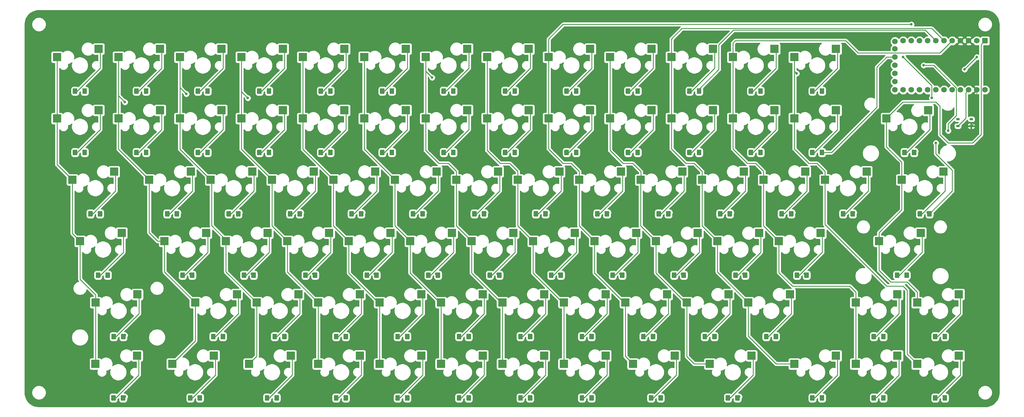
<source format=gbr>
G04 #@! TF.GenerationSoftware,KiCad,Pcbnew,(5.1.6)-1*
G04 #@! TF.CreationDate,2020-08-27T21:51:50+09:00*
G04 #@! TF.ProjectId,keyboard-layouter-playground,6b657962-6f61-4726-942d-6c61796f7574,rev?*
G04 #@! TF.SameCoordinates,Original*
G04 #@! TF.FileFunction,Copper,L2,Bot*
G04 #@! TF.FilePolarity,Positive*
%FSLAX46Y46*%
G04 Gerber Fmt 4.6, Leading zero omitted, Abs format (unit mm)*
G04 Created by KiCad (PCBNEW (5.1.6)-1) date 2020-08-27 21:51:50*
%MOMM*%
%LPD*%
G01*
G04 APERTURE LIST*
G04 #@! TA.AperFunction,SMDPad,CuDef*
%ADD10R,1.050000X0.650000*%
G04 #@! TD*
G04 #@! TA.AperFunction,SMDPad,CuDef*
%ADD11R,2.550000X2.500000*%
G04 #@! TD*
G04 #@! TA.AperFunction,ComponentPad*
%ADD12C,1.752600*%
G04 #@! TD*
G04 #@! TA.AperFunction,ComponentPad*
%ADD13R,1.752600X1.752600*%
G04 #@! TD*
G04 #@! TA.AperFunction,ViaPad*
%ADD14C,0.800000*%
G04 #@! TD*
G04 #@! TA.AperFunction,Conductor*
%ADD15C,0.250000*%
G04 #@! TD*
G04 #@! TA.AperFunction,Conductor*
%ADD16C,0.254000*%
G04 #@! TD*
G04 APERTURE END LIST*
D10*
G04 #@! TO.P,SW_RST1,4*
G04 #@! TO.N,N/C*
X276395000Y-16705000D03*
G04 #@! TO.P,SW_RST1,3*
X272245000Y-16705000D03*
G04 #@! TO.P,SW_RST1,2*
G04 #@! TO.N,GND*
X276395000Y-18855000D03*
G04 #@! TO.P,SW_RST1,1*
G04 #@! TO.N,Net-(SW_RST1-Pad1)*
X272245000Y-18855000D03*
G04 #@! TD*
D11*
G04 #@! TO.P,SW69,1*
G04 #@! TO.N,Col13*
X259615000Y-73660000D03*
G04 #@! TO.P,SW69,2*
G04 #@! TO.N,Net-(D69-Pad1)*
X272542000Y-71120000D03*
G04 #@! TD*
G04 #@! TO.P,D69,1*
G04 #@! TO.N,Net-(D69-Pad1)*
G04 #@! TA.AperFunction,SMDPad,CuDef*
G36*
G01*
X264500000Y-84825000D02*
X264500000Y-83575000D01*
G75*
G02*
X264750000Y-83325000I250000J0D01*
G01*
X265675000Y-83325000D01*
G75*
G02*
X265925000Y-83575000I0J-250000D01*
G01*
X265925000Y-84825000D01*
G75*
G02*
X265675000Y-85075000I-250000J0D01*
G01*
X264750000Y-85075000D01*
G75*
G02*
X264500000Y-84825000I0J250000D01*
G01*
G37*
G04 #@! TD.AperFunction*
G04 #@! TO.P,D69,2*
G04 #@! TO.N,Row4*
G04 #@! TA.AperFunction,SMDPad,CuDef*
G36*
G01*
X267475000Y-84825000D02*
X267475000Y-83575000D01*
G75*
G02*
X267725000Y-83325000I250000J0D01*
G01*
X268650000Y-83325000D01*
G75*
G02*
X268900000Y-83575000I0J-250000D01*
G01*
X268900000Y-84825000D01*
G75*
G02*
X268650000Y-85075000I-250000J0D01*
G01*
X267725000Y-85075000D01*
G75*
G02*
X267475000Y-84825000I0J250000D01*
G01*
G37*
G04 #@! TD.AperFunction*
G04 #@! TD*
G04 #@! TO.P,SW8,2*
G04 #@! TO.N,Net-(D8-Pad1)*
X139192000Y5080000D03*
G04 #@! TO.P,SW8,1*
G04 #@! TO.N,Col7*
X126265000Y2540000D03*
G04 #@! TD*
G04 #@! TO.P,SW45,1*
G04 #@! TO.N,Col7*
X140552500Y-54610000D03*
G04 #@! TO.P,SW45,2*
G04 #@! TO.N,Net-(D45-Pad1)*
X153479500Y-52070000D03*
G04 #@! TD*
G04 #@! TO.P,SW43,1*
G04 #@! TO.N,Col5*
X102452500Y-54610000D03*
G04 #@! TO.P,SW43,2*
G04 #@! TO.N,Net-(D43-Pad1)*
X115379500Y-52070000D03*
G04 #@! TD*
G04 #@! TO.P,SW104,2*
G04 #@! TO.N,Net-(D104-Pad1)*
X184435500Y-90170000D03*
G04 #@! TO.P,SW104,1*
G04 #@! TO.N,Col8*
X171508500Y-92710000D03*
G04 #@! TD*
G04 #@! TO.P,SW202,2*
G04 #@! TO.N,Net-(D202-Pad1)*
X267780000Y-33020000D03*
G04 #@! TO.P,SW202,1*
G04 #@! TO.N,Col13*
X254853000Y-35560000D03*
G04 #@! TD*
G04 #@! TO.P,SW101,2*
G04 #@! TO.N,Net-(D101-Pad1)*
X17748000Y-90170000D03*
G04 #@! TO.P,SW101,1*
G04 #@! TO.N,Col0*
X4821000Y-92710000D03*
G04 #@! TD*
G04 #@! TO.P,SW102,2*
G04 #@! TO.N,Net-(D102-Pad1)*
X41560500Y-90170000D03*
G04 #@! TO.P,SW102,1*
G04 #@! TO.N,Col1*
X28633500Y-92710000D03*
G04 #@! TD*
G04 #@! TO.P,SW602,2*
G04 #@! TO.N,Net-(D602-Pad1)*
X17822600Y-71120000D03*
G04 #@! TO.P,SW602,1*
G04 #@! TO.N,Col0*
X4895600Y-73660000D03*
G04 #@! TD*
G04 #@! TO.P,SW105,1*
G04 #@! TO.N,Col9*
X195321000Y-92710000D03*
G04 #@! TO.P,SW105,2*
G04 #@! TO.N,Net-(D105-Pad1)*
X208248000Y-90170000D03*
G04 #@! TD*
G04 #@! TO.P,SW201,1*
G04 #@! TO.N,Col0*
X-2322000Y-35560000D03*
G04 #@! TO.P,SW201,2*
G04 #@! TO.N,Net-(D201-Pad1)*
X10605000Y-33020000D03*
G04 #@! TD*
G04 #@! TO.P,SW401,2*
G04 #@! TO.N,Net-(D401-Pad1)*
X263017000Y-13970000D03*
G04 #@! TO.P,SW401,1*
G04 #@! TO.N,Col13*
X250090000Y-16510000D03*
G04 #@! TD*
G04 #@! TO.P,SW601,1*
G04 #@! TO.N,Col13*
X247783100Y-54610000D03*
G04 #@! TO.P,SW601,2*
G04 #@! TO.N,Net-(D601-Pad1)*
X260710100Y-52070000D03*
G04 #@! TD*
G04 #@! TO.P,SW103,1*
G04 #@! TO.N,Col2*
X52446000Y-92710000D03*
G04 #@! TO.P,SW103,2*
G04 #@! TO.N,Net-(D103-Pad1)*
X65373000Y-90170000D03*
G04 #@! TD*
G04 #@! TO.P,D38,1*
G04 #@! TO.N,Net-(D38-Pad1)*
G04 #@! TA.AperFunction,SMDPad,CuDef*
G36*
G01*
X235925000Y-46725000D02*
X235925000Y-45475000D01*
G75*
G02*
X236175000Y-45225000I250000J0D01*
G01*
X237100000Y-45225000D01*
G75*
G02*
X237350000Y-45475000I0J-250000D01*
G01*
X237350000Y-46725000D01*
G75*
G02*
X237100000Y-46975000I-250000J0D01*
G01*
X236175000Y-46975000D01*
G75*
G02*
X235925000Y-46725000I0J250000D01*
G01*
G37*
G04 #@! TD.AperFunction*
G04 #@! TO.P,D38,2*
G04 #@! TO.N,Row2*
G04 #@! TA.AperFunction,SMDPad,CuDef*
G36*
G01*
X238900000Y-46725000D02*
X238900000Y-45475000D01*
G75*
G02*
X239150000Y-45225000I250000J0D01*
G01*
X240075000Y-45225000D01*
G75*
G02*
X240325000Y-45475000I0J-250000D01*
G01*
X240325000Y-46725000D01*
G75*
G02*
X240075000Y-46975000I-250000J0D01*
G01*
X239150000Y-46975000D01*
G75*
G02*
X238900000Y-46725000I0J250000D01*
G01*
G37*
G04 #@! TD.AperFunction*
G04 #@! TD*
G04 #@! TO.P,D40,2*
G04 #@! TO.N,Row3*
G04 #@! TA.AperFunction,SMDPad,CuDef*
G36*
G01*
X53162500Y-65775000D02*
X53162500Y-64525000D01*
G75*
G02*
X53412500Y-64275000I250000J0D01*
G01*
X54337500Y-64275000D01*
G75*
G02*
X54587500Y-64525000I0J-250000D01*
G01*
X54587500Y-65775000D01*
G75*
G02*
X54337500Y-66025000I-250000J0D01*
G01*
X53412500Y-66025000D01*
G75*
G02*
X53162500Y-65775000I0J250000D01*
G01*
G37*
G04 #@! TD.AperFunction*
G04 #@! TO.P,D40,1*
G04 #@! TO.N,Net-(D40-Pad1)*
G04 #@! TA.AperFunction,SMDPad,CuDef*
G36*
G01*
X50187500Y-65775000D02*
X50187500Y-64525000D01*
G75*
G02*
X50437500Y-64275000I250000J0D01*
G01*
X51362500Y-64275000D01*
G75*
G02*
X51612500Y-64525000I0J-250000D01*
G01*
X51612500Y-65775000D01*
G75*
G02*
X51362500Y-66025000I-250000J0D01*
G01*
X50437500Y-66025000D01*
G75*
G02*
X50187500Y-65775000I0J250000D01*
G01*
G37*
G04 #@! TD.AperFunction*
G04 #@! TD*
G04 #@! TO.P,D19,2*
G04 #@! TO.N,Row1*
G04 #@! TA.AperFunction,SMDPad,CuDef*
G36*
G01*
X96025000Y-27675000D02*
X96025000Y-26425000D01*
G75*
G02*
X96275000Y-26175000I250000J0D01*
G01*
X97200000Y-26175000D01*
G75*
G02*
X97450000Y-26425000I0J-250000D01*
G01*
X97450000Y-27675000D01*
G75*
G02*
X97200000Y-27925000I-250000J0D01*
G01*
X96275000Y-27925000D01*
G75*
G02*
X96025000Y-27675000I0J250000D01*
G01*
G37*
G04 #@! TD.AperFunction*
G04 #@! TO.P,D19,1*
G04 #@! TO.N,Net-(D19-Pad1)*
G04 #@! TA.AperFunction,SMDPad,CuDef*
G36*
G01*
X93050000Y-27675000D02*
X93050000Y-26425000D01*
G75*
G02*
X93300000Y-26175000I250000J0D01*
G01*
X94225000Y-26175000D01*
G75*
G02*
X94475000Y-26425000I0J-250000D01*
G01*
X94475000Y-27675000D01*
G75*
G02*
X94225000Y-27925000I-250000J0D01*
G01*
X93300000Y-27925000D01*
G75*
G02*
X93050000Y-27675000I0J250000D01*
G01*
G37*
G04 #@! TD.AperFunction*
G04 #@! TD*
G04 #@! TO.P,D26,1*
G04 #@! TO.N,Net-(D26-Pad1)*
G04 #@! TA.AperFunction,SMDPad,CuDef*
G36*
G01*
X226400000Y-27675000D02*
X226400000Y-26425000D01*
G75*
G02*
X226650000Y-26175000I250000J0D01*
G01*
X227575000Y-26175000D01*
G75*
G02*
X227825000Y-26425000I0J-250000D01*
G01*
X227825000Y-27675000D01*
G75*
G02*
X227575000Y-27925000I-250000J0D01*
G01*
X226650000Y-27925000D01*
G75*
G02*
X226400000Y-27675000I0J250000D01*
G01*
G37*
G04 #@! TD.AperFunction*
G04 #@! TO.P,D26,2*
G04 #@! TO.N,Row1*
G04 #@! TA.AperFunction,SMDPad,CuDef*
G36*
G01*
X229375000Y-27675000D02*
X229375000Y-26425000D01*
G75*
G02*
X229625000Y-26175000I250000J0D01*
G01*
X230550000Y-26175000D01*
G75*
G02*
X230800000Y-26425000I0J-250000D01*
G01*
X230800000Y-27675000D01*
G75*
G02*
X230550000Y-27925000I-250000J0D01*
G01*
X229625000Y-27925000D01*
G75*
G02*
X229375000Y-27675000I0J250000D01*
G01*
G37*
G04 #@! TD.AperFunction*
G04 #@! TD*
G04 #@! TO.P,D31,2*
G04 #@! TO.N,Row2*
G04 #@! TA.AperFunction,SMDPad,CuDef*
G36*
G01*
X105550000Y-46725000D02*
X105550000Y-45475000D01*
G75*
G02*
X105800000Y-45225000I250000J0D01*
G01*
X106725000Y-45225000D01*
G75*
G02*
X106975000Y-45475000I0J-250000D01*
G01*
X106975000Y-46725000D01*
G75*
G02*
X106725000Y-46975000I-250000J0D01*
G01*
X105800000Y-46975000D01*
G75*
G02*
X105550000Y-46725000I0J250000D01*
G01*
G37*
G04 #@! TD.AperFunction*
G04 #@! TO.P,D31,1*
G04 #@! TO.N,Net-(D31-Pad1)*
G04 #@! TA.AperFunction,SMDPad,CuDef*
G36*
G01*
X102575000Y-46725000D02*
X102575000Y-45475000D01*
G75*
G02*
X102825000Y-45225000I250000J0D01*
G01*
X103750000Y-45225000D01*
G75*
G02*
X104000000Y-45475000I0J-250000D01*
G01*
X104000000Y-46725000D01*
G75*
G02*
X103750000Y-46975000I-250000J0D01*
G01*
X102825000Y-46975000D01*
G75*
G02*
X102575000Y-46725000I0J250000D01*
G01*
G37*
G04 #@! TD.AperFunction*
G04 #@! TD*
G04 #@! TO.P,D32,2*
G04 #@! TO.N,Row2*
G04 #@! TA.AperFunction,SMDPad,CuDef*
G36*
G01*
X124600000Y-46725000D02*
X124600000Y-45475000D01*
G75*
G02*
X124850000Y-45225000I250000J0D01*
G01*
X125775000Y-45225000D01*
G75*
G02*
X126025000Y-45475000I0J-250000D01*
G01*
X126025000Y-46725000D01*
G75*
G02*
X125775000Y-46975000I-250000J0D01*
G01*
X124850000Y-46975000D01*
G75*
G02*
X124600000Y-46725000I0J250000D01*
G01*
G37*
G04 #@! TD.AperFunction*
G04 #@! TO.P,D32,1*
G04 #@! TO.N,Net-(D32-Pad1)*
G04 #@! TA.AperFunction,SMDPad,CuDef*
G36*
G01*
X121625000Y-46725000D02*
X121625000Y-45475000D01*
G75*
G02*
X121875000Y-45225000I250000J0D01*
G01*
X122800000Y-45225000D01*
G75*
G02*
X123050000Y-45475000I0J-250000D01*
G01*
X123050000Y-46725000D01*
G75*
G02*
X122800000Y-46975000I-250000J0D01*
G01*
X121875000Y-46975000D01*
G75*
G02*
X121625000Y-46725000I0J250000D01*
G01*
G37*
G04 #@! TD.AperFunction*
G04 #@! TD*
G04 #@! TO.P,D15,1*
G04 #@! TO.N,Net-(D15-Pad1)*
G04 #@! TA.AperFunction,SMDPad,CuDef*
G36*
G01*
X16850000Y-27675000D02*
X16850000Y-26425000D01*
G75*
G02*
X17100000Y-26175000I250000J0D01*
G01*
X18025000Y-26175000D01*
G75*
G02*
X18275000Y-26425000I0J-250000D01*
G01*
X18275000Y-27675000D01*
G75*
G02*
X18025000Y-27925000I-250000J0D01*
G01*
X17100000Y-27925000D01*
G75*
G02*
X16850000Y-27675000I0J250000D01*
G01*
G37*
G04 #@! TD.AperFunction*
G04 #@! TO.P,D15,2*
G04 #@! TO.N,Row1*
G04 #@! TA.AperFunction,SMDPad,CuDef*
G36*
G01*
X19825000Y-27675000D02*
X19825000Y-26425000D01*
G75*
G02*
X20075000Y-26175000I250000J0D01*
G01*
X21000000Y-26175000D01*
G75*
G02*
X21250000Y-26425000I0J-250000D01*
G01*
X21250000Y-27675000D01*
G75*
G02*
X21000000Y-27925000I-250000J0D01*
G01*
X20075000Y-27925000D01*
G75*
G02*
X19825000Y-27675000I0J250000D01*
G01*
G37*
G04 #@! TD.AperFunction*
G04 #@! TD*
G04 #@! TO.P,D16,1*
G04 #@! TO.N,Net-(D16-Pad1)*
G04 #@! TA.AperFunction,SMDPad,CuDef*
G36*
G01*
X35900000Y-27675000D02*
X35900000Y-26425000D01*
G75*
G02*
X36150000Y-26175000I250000J0D01*
G01*
X37075000Y-26175000D01*
G75*
G02*
X37325000Y-26425000I0J-250000D01*
G01*
X37325000Y-27675000D01*
G75*
G02*
X37075000Y-27925000I-250000J0D01*
G01*
X36150000Y-27925000D01*
G75*
G02*
X35900000Y-27675000I0J250000D01*
G01*
G37*
G04 #@! TD.AperFunction*
G04 #@! TO.P,D16,2*
G04 #@! TO.N,Row1*
G04 #@! TA.AperFunction,SMDPad,CuDef*
G36*
G01*
X38875000Y-27675000D02*
X38875000Y-26425000D01*
G75*
G02*
X39125000Y-26175000I250000J0D01*
G01*
X40050000Y-26175000D01*
G75*
G02*
X40300000Y-26425000I0J-250000D01*
G01*
X40300000Y-27675000D01*
G75*
G02*
X40050000Y-27925000I-250000J0D01*
G01*
X39125000Y-27925000D01*
G75*
G02*
X38875000Y-27675000I0J250000D01*
G01*
G37*
G04 #@! TD.AperFunction*
G04 #@! TD*
G04 #@! TO.P,D35,1*
G04 #@! TO.N,Net-(D35-Pad1)*
G04 #@! TA.AperFunction,SMDPad,CuDef*
G36*
G01*
X178775000Y-46725000D02*
X178775000Y-45475000D01*
G75*
G02*
X179025000Y-45225000I250000J0D01*
G01*
X179950000Y-45225000D01*
G75*
G02*
X180200000Y-45475000I0J-250000D01*
G01*
X180200000Y-46725000D01*
G75*
G02*
X179950000Y-46975000I-250000J0D01*
G01*
X179025000Y-46975000D01*
G75*
G02*
X178775000Y-46725000I0J250000D01*
G01*
G37*
G04 #@! TD.AperFunction*
G04 #@! TO.P,D35,2*
G04 #@! TO.N,Row2*
G04 #@! TA.AperFunction,SMDPad,CuDef*
G36*
G01*
X181750000Y-46725000D02*
X181750000Y-45475000D01*
G75*
G02*
X182000000Y-45225000I250000J0D01*
G01*
X182925000Y-45225000D01*
G75*
G02*
X183175000Y-45475000I0J-250000D01*
G01*
X183175000Y-46725000D01*
G75*
G02*
X182925000Y-46975000I-250000J0D01*
G01*
X182000000Y-46975000D01*
G75*
G02*
X181750000Y-46725000I0J250000D01*
G01*
G37*
G04 #@! TD.AperFunction*
G04 #@! TD*
G04 #@! TO.P,D30,2*
G04 #@! TO.N,Row2*
G04 #@! TA.AperFunction,SMDPad,CuDef*
G36*
G01*
X86500000Y-46725000D02*
X86500000Y-45475000D01*
G75*
G02*
X86750000Y-45225000I250000J0D01*
G01*
X87675000Y-45225000D01*
G75*
G02*
X87925000Y-45475000I0J-250000D01*
G01*
X87925000Y-46725000D01*
G75*
G02*
X87675000Y-46975000I-250000J0D01*
G01*
X86750000Y-46975000D01*
G75*
G02*
X86500000Y-46725000I0J250000D01*
G01*
G37*
G04 #@! TD.AperFunction*
G04 #@! TO.P,D30,1*
G04 #@! TO.N,Net-(D30-Pad1)*
G04 #@! TA.AperFunction,SMDPad,CuDef*
G36*
G01*
X83525000Y-46725000D02*
X83525000Y-45475000D01*
G75*
G02*
X83775000Y-45225000I250000J0D01*
G01*
X84700000Y-45225000D01*
G75*
G02*
X84950000Y-45475000I0J-250000D01*
G01*
X84950000Y-46725000D01*
G75*
G02*
X84700000Y-46975000I-250000J0D01*
G01*
X83775000Y-46975000D01*
G75*
G02*
X83525000Y-46725000I0J250000D01*
G01*
G37*
G04 #@! TD.AperFunction*
G04 #@! TD*
G04 #@! TO.P,D36,1*
G04 #@! TO.N,Net-(D36-Pad1)*
G04 #@! TA.AperFunction,SMDPad,CuDef*
G36*
G01*
X197825000Y-46725000D02*
X197825000Y-45475000D01*
G75*
G02*
X198075000Y-45225000I250000J0D01*
G01*
X199000000Y-45225000D01*
G75*
G02*
X199250000Y-45475000I0J-250000D01*
G01*
X199250000Y-46725000D01*
G75*
G02*
X199000000Y-46975000I-250000J0D01*
G01*
X198075000Y-46975000D01*
G75*
G02*
X197825000Y-46725000I0J250000D01*
G01*
G37*
G04 #@! TD.AperFunction*
G04 #@! TO.P,D36,2*
G04 #@! TO.N,Row2*
G04 #@! TA.AperFunction,SMDPad,CuDef*
G36*
G01*
X200800000Y-46725000D02*
X200800000Y-45475000D01*
G75*
G02*
X201050000Y-45225000I250000J0D01*
G01*
X201975000Y-45225000D01*
G75*
G02*
X202225000Y-45475000I0J-250000D01*
G01*
X202225000Y-46725000D01*
G75*
G02*
X201975000Y-46975000I-250000J0D01*
G01*
X201050000Y-46975000D01*
G75*
G02*
X200800000Y-46725000I0J250000D01*
G01*
G37*
G04 #@! TD.AperFunction*
G04 #@! TD*
G04 #@! TO.P,D12,2*
G04 #@! TO.N,Row0*
G04 #@! TA.AperFunction,SMDPad,CuDef*
G36*
G01*
X210325000Y-8625000D02*
X210325000Y-7375000D01*
G75*
G02*
X210575000Y-7125000I250000J0D01*
G01*
X211500000Y-7125000D01*
G75*
G02*
X211750000Y-7375000I0J-250000D01*
G01*
X211750000Y-8625000D01*
G75*
G02*
X211500000Y-8875000I-250000J0D01*
G01*
X210575000Y-8875000D01*
G75*
G02*
X210325000Y-8625000I0J250000D01*
G01*
G37*
G04 #@! TD.AperFunction*
G04 #@! TO.P,D12,1*
G04 #@! TO.N,Net-(D12-Pad1)*
G04 #@! TA.AperFunction,SMDPad,CuDef*
G36*
G01*
X207350000Y-8625000D02*
X207350000Y-7375000D01*
G75*
G02*
X207600000Y-7125000I250000J0D01*
G01*
X208525000Y-7125000D01*
G75*
G02*
X208775000Y-7375000I0J-250000D01*
G01*
X208775000Y-8625000D01*
G75*
G02*
X208525000Y-8875000I-250000J0D01*
G01*
X207600000Y-8875000D01*
G75*
G02*
X207350000Y-8625000I0J250000D01*
G01*
G37*
G04 #@! TD.AperFunction*
G04 #@! TD*
G04 #@! TO.P,D14,2*
G04 #@! TO.N,Row1*
G04 #@! TA.AperFunction,SMDPad,CuDef*
G36*
G01*
X775000Y-27675000D02*
X775000Y-26425000D01*
G75*
G02*
X1025000Y-26175000I250000J0D01*
G01*
X1950000Y-26175000D01*
G75*
G02*
X2200000Y-26425000I0J-250000D01*
G01*
X2200000Y-27675000D01*
G75*
G02*
X1950000Y-27925000I-250000J0D01*
G01*
X1025000Y-27925000D01*
G75*
G02*
X775000Y-27675000I0J250000D01*
G01*
G37*
G04 #@! TD.AperFunction*
G04 #@! TO.P,D14,1*
G04 #@! TO.N,Net-(D14-Pad1)*
G04 #@! TA.AperFunction,SMDPad,CuDef*
G36*
G01*
X-2200000Y-27675000D02*
X-2200000Y-26425000D01*
G75*
G02*
X-1950000Y-26175000I250000J0D01*
G01*
X-1025000Y-26175000D01*
G75*
G02*
X-775000Y-26425000I0J-250000D01*
G01*
X-775000Y-27675000D01*
G75*
G02*
X-1025000Y-27925000I-250000J0D01*
G01*
X-1950000Y-27925000D01*
G75*
G02*
X-2200000Y-27675000I0J250000D01*
G01*
G37*
G04 #@! TD.AperFunction*
G04 #@! TD*
G04 #@! TO.P,D17,1*
G04 #@! TO.N,Net-(D17-Pad1)*
G04 #@! TA.AperFunction,SMDPad,CuDef*
G36*
G01*
X54950000Y-27675000D02*
X54950000Y-26425000D01*
G75*
G02*
X55200000Y-26175000I250000J0D01*
G01*
X56125000Y-26175000D01*
G75*
G02*
X56375000Y-26425000I0J-250000D01*
G01*
X56375000Y-27675000D01*
G75*
G02*
X56125000Y-27925000I-250000J0D01*
G01*
X55200000Y-27925000D01*
G75*
G02*
X54950000Y-27675000I0J250000D01*
G01*
G37*
G04 #@! TD.AperFunction*
G04 #@! TO.P,D17,2*
G04 #@! TO.N,Row1*
G04 #@! TA.AperFunction,SMDPad,CuDef*
G36*
G01*
X57925000Y-27675000D02*
X57925000Y-26425000D01*
G75*
G02*
X58175000Y-26175000I250000J0D01*
G01*
X59100000Y-26175000D01*
G75*
G02*
X59350000Y-26425000I0J-250000D01*
G01*
X59350000Y-27675000D01*
G75*
G02*
X59100000Y-27925000I-250000J0D01*
G01*
X58175000Y-27925000D01*
G75*
G02*
X57925000Y-27675000I0J250000D01*
G01*
G37*
G04 #@! TD.AperFunction*
G04 #@! TD*
G04 #@! TO.P,D13,1*
G04 #@! TO.N,Net-(D13-Pad1)*
G04 #@! TA.AperFunction,SMDPad,CuDef*
G36*
G01*
X226400000Y-8625000D02*
X226400000Y-7375000D01*
G75*
G02*
X226650000Y-7125000I250000J0D01*
G01*
X227575000Y-7125000D01*
G75*
G02*
X227825000Y-7375000I0J-250000D01*
G01*
X227825000Y-8625000D01*
G75*
G02*
X227575000Y-8875000I-250000J0D01*
G01*
X226650000Y-8875000D01*
G75*
G02*
X226400000Y-8625000I0J250000D01*
G01*
G37*
G04 #@! TD.AperFunction*
G04 #@! TO.P,D13,2*
G04 #@! TO.N,Row0*
G04 #@! TA.AperFunction,SMDPad,CuDef*
G36*
G01*
X229375000Y-8625000D02*
X229375000Y-7375000D01*
G75*
G02*
X229625000Y-7125000I250000J0D01*
G01*
X230550000Y-7125000D01*
G75*
G02*
X230800000Y-7375000I0J-250000D01*
G01*
X230800000Y-8625000D01*
G75*
G02*
X230550000Y-8875000I-250000J0D01*
G01*
X229625000Y-8875000D01*
G75*
G02*
X229375000Y-8625000I0J250000D01*
G01*
G37*
G04 #@! TD.AperFunction*
G04 #@! TD*
G04 #@! TO.P,D18,1*
G04 #@! TO.N,Net-(D18-Pad1)*
G04 #@! TA.AperFunction,SMDPad,CuDef*
G36*
G01*
X74000000Y-27675000D02*
X74000000Y-26425000D01*
G75*
G02*
X74250000Y-26175000I250000J0D01*
G01*
X75175000Y-26175000D01*
G75*
G02*
X75425000Y-26425000I0J-250000D01*
G01*
X75425000Y-27675000D01*
G75*
G02*
X75175000Y-27925000I-250000J0D01*
G01*
X74250000Y-27925000D01*
G75*
G02*
X74000000Y-27675000I0J250000D01*
G01*
G37*
G04 #@! TD.AperFunction*
G04 #@! TO.P,D18,2*
G04 #@! TO.N,Row1*
G04 #@! TA.AperFunction,SMDPad,CuDef*
G36*
G01*
X76975000Y-27675000D02*
X76975000Y-26425000D01*
G75*
G02*
X77225000Y-26175000I250000J0D01*
G01*
X78150000Y-26175000D01*
G75*
G02*
X78400000Y-26425000I0J-250000D01*
G01*
X78400000Y-27675000D01*
G75*
G02*
X78150000Y-27925000I-250000J0D01*
G01*
X77225000Y-27925000D01*
G75*
G02*
X76975000Y-27675000I0J250000D01*
G01*
G37*
G04 #@! TD.AperFunction*
G04 #@! TD*
G04 #@! TO.P,D21,1*
G04 #@! TO.N,Net-(D21-Pad1)*
G04 #@! TA.AperFunction,SMDPad,CuDef*
G36*
G01*
X131150000Y-27675000D02*
X131150000Y-26425000D01*
G75*
G02*
X131400000Y-26175000I250000J0D01*
G01*
X132325000Y-26175000D01*
G75*
G02*
X132575000Y-26425000I0J-250000D01*
G01*
X132575000Y-27675000D01*
G75*
G02*
X132325000Y-27925000I-250000J0D01*
G01*
X131400000Y-27925000D01*
G75*
G02*
X131150000Y-27675000I0J250000D01*
G01*
G37*
G04 #@! TD.AperFunction*
G04 #@! TO.P,D21,2*
G04 #@! TO.N,Row1*
G04 #@! TA.AperFunction,SMDPad,CuDef*
G36*
G01*
X134125000Y-27675000D02*
X134125000Y-26425000D01*
G75*
G02*
X134375000Y-26175000I250000J0D01*
G01*
X135300000Y-26175000D01*
G75*
G02*
X135550000Y-26425000I0J-250000D01*
G01*
X135550000Y-27675000D01*
G75*
G02*
X135300000Y-27925000I-250000J0D01*
G01*
X134375000Y-27925000D01*
G75*
G02*
X134125000Y-27675000I0J250000D01*
G01*
G37*
G04 #@! TD.AperFunction*
G04 #@! TD*
G04 #@! TO.P,D23,1*
G04 #@! TO.N,Net-(D23-Pad1)*
G04 #@! TA.AperFunction,SMDPad,CuDef*
G36*
G01*
X169250000Y-27675000D02*
X169250000Y-26425000D01*
G75*
G02*
X169500000Y-26175000I250000J0D01*
G01*
X170425000Y-26175000D01*
G75*
G02*
X170675000Y-26425000I0J-250000D01*
G01*
X170675000Y-27675000D01*
G75*
G02*
X170425000Y-27925000I-250000J0D01*
G01*
X169500000Y-27925000D01*
G75*
G02*
X169250000Y-27675000I0J250000D01*
G01*
G37*
G04 #@! TD.AperFunction*
G04 #@! TO.P,D23,2*
G04 #@! TO.N,Row1*
G04 #@! TA.AperFunction,SMDPad,CuDef*
G36*
G01*
X172225000Y-27675000D02*
X172225000Y-26425000D01*
G75*
G02*
X172475000Y-26175000I250000J0D01*
G01*
X173400000Y-26175000D01*
G75*
G02*
X173650000Y-26425000I0J-250000D01*
G01*
X173650000Y-27675000D01*
G75*
G02*
X173400000Y-27925000I-250000J0D01*
G01*
X172475000Y-27925000D01*
G75*
G02*
X172225000Y-27675000I0J250000D01*
G01*
G37*
G04 #@! TD.AperFunction*
G04 #@! TD*
G04 #@! TO.P,D27,2*
G04 #@! TO.N,Row2*
G04 #@! TA.AperFunction,SMDPad,CuDef*
G36*
G01*
X29350000Y-46725000D02*
X29350000Y-45475000D01*
G75*
G02*
X29600000Y-45225000I250000J0D01*
G01*
X30525000Y-45225000D01*
G75*
G02*
X30775000Y-45475000I0J-250000D01*
G01*
X30775000Y-46725000D01*
G75*
G02*
X30525000Y-46975000I-250000J0D01*
G01*
X29600000Y-46975000D01*
G75*
G02*
X29350000Y-46725000I0J250000D01*
G01*
G37*
G04 #@! TD.AperFunction*
G04 #@! TO.P,D27,1*
G04 #@! TO.N,Net-(D27-Pad1)*
G04 #@! TA.AperFunction,SMDPad,CuDef*
G36*
G01*
X26375000Y-46725000D02*
X26375000Y-45475000D01*
G75*
G02*
X26625000Y-45225000I250000J0D01*
G01*
X27550000Y-45225000D01*
G75*
G02*
X27800000Y-45475000I0J-250000D01*
G01*
X27800000Y-46725000D01*
G75*
G02*
X27550000Y-46975000I-250000J0D01*
G01*
X26625000Y-46975000D01*
G75*
G02*
X26375000Y-46725000I0J250000D01*
G01*
G37*
G04 #@! TD.AperFunction*
G04 #@! TD*
G04 #@! TO.P,D28,2*
G04 #@! TO.N,Row2*
G04 #@! TA.AperFunction,SMDPad,CuDef*
G36*
G01*
X48400000Y-46725000D02*
X48400000Y-45475000D01*
G75*
G02*
X48650000Y-45225000I250000J0D01*
G01*
X49575000Y-45225000D01*
G75*
G02*
X49825000Y-45475000I0J-250000D01*
G01*
X49825000Y-46725000D01*
G75*
G02*
X49575000Y-46975000I-250000J0D01*
G01*
X48650000Y-46975000D01*
G75*
G02*
X48400000Y-46725000I0J250000D01*
G01*
G37*
G04 #@! TD.AperFunction*
G04 #@! TO.P,D28,1*
G04 #@! TO.N,Net-(D28-Pad1)*
G04 #@! TA.AperFunction,SMDPad,CuDef*
G36*
G01*
X45425000Y-46725000D02*
X45425000Y-45475000D01*
G75*
G02*
X45675000Y-45225000I250000J0D01*
G01*
X46600000Y-45225000D01*
G75*
G02*
X46850000Y-45475000I0J-250000D01*
G01*
X46850000Y-46725000D01*
G75*
G02*
X46600000Y-46975000I-250000J0D01*
G01*
X45675000Y-46975000D01*
G75*
G02*
X45425000Y-46725000I0J250000D01*
G01*
G37*
G04 #@! TD.AperFunction*
G04 #@! TD*
G04 #@! TO.P,D22,1*
G04 #@! TO.N,Net-(D22-Pad1)*
G04 #@! TA.AperFunction,SMDPad,CuDef*
G36*
G01*
X150200000Y-27675000D02*
X150200000Y-26425000D01*
G75*
G02*
X150450000Y-26175000I250000J0D01*
G01*
X151375000Y-26175000D01*
G75*
G02*
X151625000Y-26425000I0J-250000D01*
G01*
X151625000Y-27675000D01*
G75*
G02*
X151375000Y-27925000I-250000J0D01*
G01*
X150450000Y-27925000D01*
G75*
G02*
X150200000Y-27675000I0J250000D01*
G01*
G37*
G04 #@! TD.AperFunction*
G04 #@! TO.P,D22,2*
G04 #@! TO.N,Row1*
G04 #@! TA.AperFunction,SMDPad,CuDef*
G36*
G01*
X153175000Y-27675000D02*
X153175000Y-26425000D01*
G75*
G02*
X153425000Y-26175000I250000J0D01*
G01*
X154350000Y-26175000D01*
G75*
G02*
X154600000Y-26425000I0J-250000D01*
G01*
X154600000Y-27675000D01*
G75*
G02*
X154350000Y-27925000I-250000J0D01*
G01*
X153425000Y-27925000D01*
G75*
G02*
X153175000Y-27675000I0J250000D01*
G01*
G37*
G04 #@! TD.AperFunction*
G04 #@! TD*
G04 #@! TO.P,D29,2*
G04 #@! TO.N,Row2*
G04 #@! TA.AperFunction,SMDPad,CuDef*
G36*
G01*
X67450000Y-46725000D02*
X67450000Y-45475000D01*
G75*
G02*
X67700000Y-45225000I250000J0D01*
G01*
X68625000Y-45225000D01*
G75*
G02*
X68875000Y-45475000I0J-250000D01*
G01*
X68875000Y-46725000D01*
G75*
G02*
X68625000Y-46975000I-250000J0D01*
G01*
X67700000Y-46975000D01*
G75*
G02*
X67450000Y-46725000I0J250000D01*
G01*
G37*
G04 #@! TD.AperFunction*
G04 #@! TO.P,D29,1*
G04 #@! TO.N,Net-(D29-Pad1)*
G04 #@! TA.AperFunction,SMDPad,CuDef*
G36*
G01*
X64475000Y-46725000D02*
X64475000Y-45475000D01*
G75*
G02*
X64725000Y-45225000I250000J0D01*
G01*
X65650000Y-45225000D01*
G75*
G02*
X65900000Y-45475000I0J-250000D01*
G01*
X65900000Y-46725000D01*
G75*
G02*
X65650000Y-46975000I-250000J0D01*
G01*
X64725000Y-46975000D01*
G75*
G02*
X64475000Y-46725000I0J250000D01*
G01*
G37*
G04 #@! TD.AperFunction*
G04 #@! TD*
G04 #@! TO.P,D25,1*
G04 #@! TO.N,Net-(D25-Pad1)*
G04 #@! TA.AperFunction,SMDPad,CuDef*
G36*
G01*
X207350000Y-27675000D02*
X207350000Y-26425000D01*
G75*
G02*
X207600000Y-26175000I250000J0D01*
G01*
X208525000Y-26175000D01*
G75*
G02*
X208775000Y-26425000I0J-250000D01*
G01*
X208775000Y-27675000D01*
G75*
G02*
X208525000Y-27925000I-250000J0D01*
G01*
X207600000Y-27925000D01*
G75*
G02*
X207350000Y-27675000I0J250000D01*
G01*
G37*
G04 #@! TD.AperFunction*
G04 #@! TO.P,D25,2*
G04 #@! TO.N,Row1*
G04 #@! TA.AperFunction,SMDPad,CuDef*
G36*
G01*
X210325000Y-27675000D02*
X210325000Y-26425000D01*
G75*
G02*
X210575000Y-26175000I250000J0D01*
G01*
X211500000Y-26175000D01*
G75*
G02*
X211750000Y-26425000I0J-250000D01*
G01*
X211750000Y-27675000D01*
G75*
G02*
X211500000Y-27925000I-250000J0D01*
G01*
X210575000Y-27925000D01*
G75*
G02*
X210325000Y-27675000I0J250000D01*
G01*
G37*
G04 #@! TD.AperFunction*
G04 #@! TD*
G04 #@! TO.P,D33,1*
G04 #@! TO.N,Net-(D33-Pad1)*
G04 #@! TA.AperFunction,SMDPad,CuDef*
G36*
G01*
X140675000Y-46725000D02*
X140675000Y-45475000D01*
G75*
G02*
X140925000Y-45225000I250000J0D01*
G01*
X141850000Y-45225000D01*
G75*
G02*
X142100000Y-45475000I0J-250000D01*
G01*
X142100000Y-46725000D01*
G75*
G02*
X141850000Y-46975000I-250000J0D01*
G01*
X140925000Y-46975000D01*
G75*
G02*
X140675000Y-46725000I0J250000D01*
G01*
G37*
G04 #@! TD.AperFunction*
G04 #@! TO.P,D33,2*
G04 #@! TO.N,Row2*
G04 #@! TA.AperFunction,SMDPad,CuDef*
G36*
G01*
X143650000Y-46725000D02*
X143650000Y-45475000D01*
G75*
G02*
X143900000Y-45225000I250000J0D01*
G01*
X144825000Y-45225000D01*
G75*
G02*
X145075000Y-45475000I0J-250000D01*
G01*
X145075000Y-46725000D01*
G75*
G02*
X144825000Y-46975000I-250000J0D01*
G01*
X143900000Y-46975000D01*
G75*
G02*
X143650000Y-46725000I0J250000D01*
G01*
G37*
G04 #@! TD.AperFunction*
G04 #@! TD*
G04 #@! TO.P,D20,1*
G04 #@! TO.N,Net-(D20-Pad1)*
G04 #@! TA.AperFunction,SMDPad,CuDef*
G36*
G01*
X112100000Y-27675000D02*
X112100000Y-26425000D01*
G75*
G02*
X112350000Y-26175000I250000J0D01*
G01*
X113275000Y-26175000D01*
G75*
G02*
X113525000Y-26425000I0J-250000D01*
G01*
X113525000Y-27675000D01*
G75*
G02*
X113275000Y-27925000I-250000J0D01*
G01*
X112350000Y-27925000D01*
G75*
G02*
X112100000Y-27675000I0J250000D01*
G01*
G37*
G04 #@! TD.AperFunction*
G04 #@! TO.P,D20,2*
G04 #@! TO.N,Row1*
G04 #@! TA.AperFunction,SMDPad,CuDef*
G36*
G01*
X115075000Y-27675000D02*
X115075000Y-26425000D01*
G75*
G02*
X115325000Y-26175000I250000J0D01*
G01*
X116250000Y-26175000D01*
G75*
G02*
X116500000Y-26425000I0J-250000D01*
G01*
X116500000Y-27675000D01*
G75*
G02*
X116250000Y-27925000I-250000J0D01*
G01*
X115325000Y-27925000D01*
G75*
G02*
X115075000Y-27675000I0J250000D01*
G01*
G37*
G04 #@! TD.AperFunction*
G04 #@! TD*
G04 #@! TO.P,D34,2*
G04 #@! TO.N,Row2*
G04 #@! TA.AperFunction,SMDPad,CuDef*
G36*
G01*
X162700000Y-46725000D02*
X162700000Y-45475000D01*
G75*
G02*
X162950000Y-45225000I250000J0D01*
G01*
X163875000Y-45225000D01*
G75*
G02*
X164125000Y-45475000I0J-250000D01*
G01*
X164125000Y-46725000D01*
G75*
G02*
X163875000Y-46975000I-250000J0D01*
G01*
X162950000Y-46975000D01*
G75*
G02*
X162700000Y-46725000I0J250000D01*
G01*
G37*
G04 #@! TD.AperFunction*
G04 #@! TO.P,D34,1*
G04 #@! TO.N,Net-(D34-Pad1)*
G04 #@! TA.AperFunction,SMDPad,CuDef*
G36*
G01*
X159725000Y-46725000D02*
X159725000Y-45475000D01*
G75*
G02*
X159975000Y-45225000I250000J0D01*
G01*
X160900000Y-45225000D01*
G75*
G02*
X161150000Y-45475000I0J-250000D01*
G01*
X161150000Y-46725000D01*
G75*
G02*
X160900000Y-46975000I-250000J0D01*
G01*
X159975000Y-46975000D01*
G75*
G02*
X159725000Y-46725000I0J250000D01*
G01*
G37*
G04 #@! TD.AperFunction*
G04 #@! TD*
G04 #@! TO.P,D37,1*
G04 #@! TO.N,Net-(D37-Pad1)*
G04 #@! TA.AperFunction,SMDPad,CuDef*
G36*
G01*
X216875000Y-46725000D02*
X216875000Y-45475000D01*
G75*
G02*
X217125000Y-45225000I250000J0D01*
G01*
X218050000Y-45225000D01*
G75*
G02*
X218300000Y-45475000I0J-250000D01*
G01*
X218300000Y-46725000D01*
G75*
G02*
X218050000Y-46975000I-250000J0D01*
G01*
X217125000Y-46975000D01*
G75*
G02*
X216875000Y-46725000I0J250000D01*
G01*
G37*
G04 #@! TD.AperFunction*
G04 #@! TO.P,D37,2*
G04 #@! TO.N,Row2*
G04 #@! TA.AperFunction,SMDPad,CuDef*
G36*
G01*
X219850000Y-46725000D02*
X219850000Y-45475000D01*
G75*
G02*
X220100000Y-45225000I250000J0D01*
G01*
X221025000Y-45225000D01*
G75*
G02*
X221275000Y-45475000I0J-250000D01*
G01*
X221275000Y-46725000D01*
G75*
G02*
X221025000Y-46975000I-250000J0D01*
G01*
X220100000Y-46975000D01*
G75*
G02*
X219850000Y-46725000I0J250000D01*
G01*
G37*
G04 #@! TD.AperFunction*
G04 #@! TD*
G04 #@! TO.P,D24,1*
G04 #@! TO.N,Net-(D24-Pad1)*
G04 #@! TA.AperFunction,SMDPad,CuDef*
G36*
G01*
X188300000Y-27675000D02*
X188300000Y-26425000D01*
G75*
G02*
X188550000Y-26175000I250000J0D01*
G01*
X189475000Y-26175000D01*
G75*
G02*
X189725000Y-26425000I0J-250000D01*
G01*
X189725000Y-27675000D01*
G75*
G02*
X189475000Y-27925000I-250000J0D01*
G01*
X188550000Y-27925000D01*
G75*
G02*
X188300000Y-27675000I0J250000D01*
G01*
G37*
G04 #@! TD.AperFunction*
G04 #@! TO.P,D24,2*
G04 #@! TO.N,Row1*
G04 #@! TA.AperFunction,SMDPad,CuDef*
G36*
G01*
X191275000Y-27675000D02*
X191275000Y-26425000D01*
G75*
G02*
X191525000Y-26175000I250000J0D01*
G01*
X192450000Y-26175000D01*
G75*
G02*
X192700000Y-26425000I0J-250000D01*
G01*
X192700000Y-27675000D01*
G75*
G02*
X192450000Y-27925000I-250000J0D01*
G01*
X191525000Y-27925000D01*
G75*
G02*
X191275000Y-27675000I0J250000D01*
G01*
G37*
G04 #@! TD.AperFunction*
G04 #@! TD*
G04 #@! TO.P,D39,1*
G04 #@! TO.N,Net-(D39-Pad1)*
G04 #@! TA.AperFunction,SMDPad,CuDef*
G36*
G01*
X31137500Y-65775000D02*
X31137500Y-64525000D01*
G75*
G02*
X31387500Y-64275000I250000J0D01*
G01*
X32312500Y-64275000D01*
G75*
G02*
X32562500Y-64525000I0J-250000D01*
G01*
X32562500Y-65775000D01*
G75*
G02*
X32312500Y-66025000I-250000J0D01*
G01*
X31387500Y-66025000D01*
G75*
G02*
X31137500Y-65775000I0J250000D01*
G01*
G37*
G04 #@! TD.AperFunction*
G04 #@! TO.P,D39,2*
G04 #@! TO.N,Row3*
G04 #@! TA.AperFunction,SMDPad,CuDef*
G36*
G01*
X34112500Y-65775000D02*
X34112500Y-64525000D01*
G75*
G02*
X34362500Y-64275000I250000J0D01*
G01*
X35287500Y-64275000D01*
G75*
G02*
X35537500Y-64525000I0J-250000D01*
G01*
X35537500Y-65775000D01*
G75*
G02*
X35287500Y-66025000I-250000J0D01*
G01*
X34362500Y-66025000D01*
G75*
G02*
X34112500Y-65775000I0J250000D01*
G01*
G37*
G04 #@! TD.AperFunction*
G04 #@! TD*
G04 #@! TO.P,D42,1*
G04 #@! TO.N,Net-(D42-Pad1)*
G04 #@! TA.AperFunction,SMDPad,CuDef*
G36*
G01*
X88287500Y-65775000D02*
X88287500Y-64525000D01*
G75*
G02*
X88537500Y-64275000I250000J0D01*
G01*
X89462500Y-64275000D01*
G75*
G02*
X89712500Y-64525000I0J-250000D01*
G01*
X89712500Y-65775000D01*
G75*
G02*
X89462500Y-66025000I-250000J0D01*
G01*
X88537500Y-66025000D01*
G75*
G02*
X88287500Y-65775000I0J250000D01*
G01*
G37*
G04 #@! TD.AperFunction*
G04 #@! TO.P,D42,2*
G04 #@! TO.N,Row3*
G04 #@! TA.AperFunction,SMDPad,CuDef*
G36*
G01*
X91262500Y-65775000D02*
X91262500Y-64525000D01*
G75*
G02*
X91512500Y-64275000I250000J0D01*
G01*
X92437500Y-64275000D01*
G75*
G02*
X92687500Y-64525000I0J-250000D01*
G01*
X92687500Y-65775000D01*
G75*
G02*
X92437500Y-66025000I-250000J0D01*
G01*
X91512500Y-66025000D01*
G75*
G02*
X91262500Y-65775000I0J250000D01*
G01*
G37*
G04 #@! TD.AperFunction*
G04 #@! TD*
G04 #@! TO.P,D50,2*
G04 #@! TO.N,Row4*
G04 #@! TA.AperFunction,SMDPad,CuDef*
G36*
G01*
X43637500Y-84825000D02*
X43637500Y-83575000D01*
G75*
G02*
X43887500Y-83325000I250000J0D01*
G01*
X44812500Y-83325000D01*
G75*
G02*
X45062500Y-83575000I0J-250000D01*
G01*
X45062500Y-84825000D01*
G75*
G02*
X44812500Y-85075000I-250000J0D01*
G01*
X43887500Y-85075000D01*
G75*
G02*
X43637500Y-84825000I0J250000D01*
G01*
G37*
G04 #@! TD.AperFunction*
G04 #@! TO.P,D50,1*
G04 #@! TO.N,Net-(D50-Pad1)*
G04 #@! TA.AperFunction,SMDPad,CuDef*
G36*
G01*
X40662500Y-84825000D02*
X40662500Y-83575000D01*
G75*
G02*
X40912500Y-83325000I250000J0D01*
G01*
X41837500Y-83325000D01*
G75*
G02*
X42087500Y-83575000I0J-250000D01*
G01*
X42087500Y-84825000D01*
G75*
G02*
X41837500Y-85075000I-250000J0D01*
G01*
X40912500Y-85075000D01*
G75*
G02*
X40662500Y-84825000I0J250000D01*
G01*
G37*
G04 #@! TD.AperFunction*
G04 #@! TD*
G04 #@! TO.P,D51,2*
G04 #@! TO.N,Row4*
G04 #@! TA.AperFunction,SMDPad,CuDef*
G36*
G01*
X62687500Y-84825000D02*
X62687500Y-83575000D01*
G75*
G02*
X62937500Y-83325000I250000J0D01*
G01*
X63862500Y-83325000D01*
G75*
G02*
X64112500Y-83575000I0J-250000D01*
G01*
X64112500Y-84825000D01*
G75*
G02*
X63862500Y-85075000I-250000J0D01*
G01*
X62937500Y-85075000D01*
G75*
G02*
X62687500Y-84825000I0J250000D01*
G01*
G37*
G04 #@! TD.AperFunction*
G04 #@! TO.P,D51,1*
G04 #@! TO.N,Net-(D51-Pad1)*
G04 #@! TA.AperFunction,SMDPad,CuDef*
G36*
G01*
X59712500Y-84825000D02*
X59712500Y-83575000D01*
G75*
G02*
X59962500Y-83325000I250000J0D01*
G01*
X60887500Y-83325000D01*
G75*
G02*
X61137500Y-83575000I0J-250000D01*
G01*
X61137500Y-84825000D01*
G75*
G02*
X60887500Y-85075000I-250000J0D01*
G01*
X59962500Y-85075000D01*
G75*
G02*
X59712500Y-84825000I0J250000D01*
G01*
G37*
G04 #@! TD.AperFunction*
G04 #@! TD*
G04 #@! TO.P,D59,2*
G04 #@! TO.N,Row4*
G04 #@! TA.AperFunction,SMDPad,CuDef*
G36*
G01*
X215087500Y-84825000D02*
X215087500Y-83575000D01*
G75*
G02*
X215337500Y-83325000I250000J0D01*
G01*
X216262500Y-83325000D01*
G75*
G02*
X216512500Y-83575000I0J-250000D01*
G01*
X216512500Y-84825000D01*
G75*
G02*
X216262500Y-85075000I-250000J0D01*
G01*
X215337500Y-85075000D01*
G75*
G02*
X215087500Y-84825000I0J250000D01*
G01*
G37*
G04 #@! TD.AperFunction*
G04 #@! TO.P,D59,1*
G04 #@! TO.N,Net-(D59-Pad1)*
G04 #@! TA.AperFunction,SMDPad,CuDef*
G36*
G01*
X212112500Y-84825000D02*
X212112500Y-83575000D01*
G75*
G02*
X212362500Y-83325000I250000J0D01*
G01*
X213287500Y-83325000D01*
G75*
G02*
X213537500Y-83575000I0J-250000D01*
G01*
X213537500Y-84825000D01*
G75*
G02*
X213287500Y-85075000I-250000J0D01*
G01*
X212362500Y-85075000D01*
G75*
G02*
X212112500Y-84825000I0J250000D01*
G01*
G37*
G04 #@! TD.AperFunction*
G04 #@! TD*
G04 #@! TO.P,D63,1*
G04 #@! TO.N,Net-(D63-Pad1)*
G04 #@! TA.AperFunction,SMDPad,CuDef*
G36*
G01*
X135912500Y-103875000D02*
X135912500Y-102625000D01*
G75*
G02*
X136162500Y-102375000I250000J0D01*
G01*
X137087500Y-102375000D01*
G75*
G02*
X137337500Y-102625000I0J-250000D01*
G01*
X137337500Y-103875000D01*
G75*
G02*
X137087500Y-104125000I-250000J0D01*
G01*
X136162500Y-104125000D01*
G75*
G02*
X135912500Y-103875000I0J250000D01*
G01*
G37*
G04 #@! TD.AperFunction*
G04 #@! TO.P,D63,2*
G04 #@! TO.N,Row5*
G04 #@! TA.AperFunction,SMDPad,CuDef*
G36*
G01*
X138887500Y-103875000D02*
X138887500Y-102625000D01*
G75*
G02*
X139137500Y-102375000I250000J0D01*
G01*
X140062500Y-102375000D01*
G75*
G02*
X140312500Y-102625000I0J-250000D01*
G01*
X140312500Y-103875000D01*
G75*
G02*
X140062500Y-104125000I-250000J0D01*
G01*
X139137500Y-104125000D01*
G75*
G02*
X138887500Y-103875000I0J250000D01*
G01*
G37*
G04 #@! TD.AperFunction*
G04 #@! TD*
G04 #@! TO.P,D43,1*
G04 #@! TO.N,Net-(D43-Pad1)*
G04 #@! TA.AperFunction,SMDPad,CuDef*
G36*
G01*
X107337500Y-65775000D02*
X107337500Y-64525000D01*
G75*
G02*
X107587500Y-64275000I250000J0D01*
G01*
X108512500Y-64275000D01*
G75*
G02*
X108762500Y-64525000I0J-250000D01*
G01*
X108762500Y-65775000D01*
G75*
G02*
X108512500Y-66025000I-250000J0D01*
G01*
X107587500Y-66025000D01*
G75*
G02*
X107337500Y-65775000I0J250000D01*
G01*
G37*
G04 #@! TD.AperFunction*
G04 #@! TO.P,D43,2*
G04 #@! TO.N,Row3*
G04 #@! TA.AperFunction,SMDPad,CuDef*
G36*
G01*
X110312500Y-65775000D02*
X110312500Y-64525000D01*
G75*
G02*
X110562500Y-64275000I250000J0D01*
G01*
X111487500Y-64275000D01*
G75*
G02*
X111737500Y-64525000I0J-250000D01*
G01*
X111737500Y-65775000D01*
G75*
G02*
X111487500Y-66025000I-250000J0D01*
G01*
X110562500Y-66025000D01*
G75*
G02*
X110312500Y-65775000I0J250000D01*
G01*
G37*
G04 #@! TD.AperFunction*
G04 #@! TD*
G04 #@! TO.P,D44,1*
G04 #@! TO.N,Net-(D44-Pad1)*
G04 #@! TA.AperFunction,SMDPad,CuDef*
G36*
G01*
X126387500Y-65775000D02*
X126387500Y-64525000D01*
G75*
G02*
X126637500Y-64275000I250000J0D01*
G01*
X127562500Y-64275000D01*
G75*
G02*
X127812500Y-64525000I0J-250000D01*
G01*
X127812500Y-65775000D01*
G75*
G02*
X127562500Y-66025000I-250000J0D01*
G01*
X126637500Y-66025000D01*
G75*
G02*
X126387500Y-65775000I0J250000D01*
G01*
G37*
G04 #@! TD.AperFunction*
G04 #@! TO.P,D44,2*
G04 #@! TO.N,Row3*
G04 #@! TA.AperFunction,SMDPad,CuDef*
G36*
G01*
X129362500Y-65775000D02*
X129362500Y-64525000D01*
G75*
G02*
X129612500Y-64275000I250000J0D01*
G01*
X130537500Y-64275000D01*
G75*
G02*
X130787500Y-64525000I0J-250000D01*
G01*
X130787500Y-65775000D01*
G75*
G02*
X130537500Y-66025000I-250000J0D01*
G01*
X129612500Y-66025000D01*
G75*
G02*
X129362500Y-65775000I0J250000D01*
G01*
G37*
G04 #@! TD.AperFunction*
G04 #@! TD*
G04 #@! TO.P,D64,1*
G04 #@! TO.N,Net-(D64-Pad1)*
G04 #@! TA.AperFunction,SMDPad,CuDef*
G36*
G01*
X154962500Y-103875000D02*
X154962500Y-102625000D01*
G75*
G02*
X155212500Y-102375000I250000J0D01*
G01*
X156137500Y-102375000D01*
G75*
G02*
X156387500Y-102625000I0J-250000D01*
G01*
X156387500Y-103875000D01*
G75*
G02*
X156137500Y-104125000I-250000J0D01*
G01*
X155212500Y-104125000D01*
G75*
G02*
X154962500Y-103875000I0J250000D01*
G01*
G37*
G04 #@! TD.AperFunction*
G04 #@! TO.P,D64,2*
G04 #@! TO.N,Row5*
G04 #@! TA.AperFunction,SMDPad,CuDef*
G36*
G01*
X157937500Y-103875000D02*
X157937500Y-102625000D01*
G75*
G02*
X158187500Y-102375000I250000J0D01*
G01*
X159112500Y-102375000D01*
G75*
G02*
X159362500Y-102625000I0J-250000D01*
G01*
X159362500Y-103875000D01*
G75*
G02*
X159112500Y-104125000I-250000J0D01*
G01*
X158187500Y-104125000D01*
G75*
G02*
X157937500Y-103875000I0J250000D01*
G01*
G37*
G04 #@! TD.AperFunction*
G04 #@! TD*
G04 #@! TO.P,D65,2*
G04 #@! TO.N,Row4*
G04 #@! TA.AperFunction,SMDPad,CuDef*
G36*
G01*
X248425000Y-84825000D02*
X248425000Y-83575000D01*
G75*
G02*
X248675000Y-83325000I250000J0D01*
G01*
X249600000Y-83325000D01*
G75*
G02*
X249850000Y-83575000I0J-250000D01*
G01*
X249850000Y-84825000D01*
G75*
G02*
X249600000Y-85075000I-250000J0D01*
G01*
X248675000Y-85075000D01*
G75*
G02*
X248425000Y-84825000I0J250000D01*
G01*
G37*
G04 #@! TD.AperFunction*
G04 #@! TO.P,D65,1*
G04 #@! TO.N,Net-(D65-Pad1)*
G04 #@! TA.AperFunction,SMDPad,CuDef*
G36*
G01*
X245450000Y-84825000D02*
X245450000Y-83575000D01*
G75*
G02*
X245700000Y-83325000I250000J0D01*
G01*
X246625000Y-83325000D01*
G75*
G02*
X246875000Y-83575000I0J-250000D01*
G01*
X246875000Y-84825000D01*
G75*
G02*
X246625000Y-85075000I-250000J0D01*
G01*
X245700000Y-85075000D01*
G75*
G02*
X245450000Y-84825000I0J250000D01*
G01*
G37*
G04 #@! TD.AperFunction*
G04 #@! TD*
G04 #@! TO.P,D48,2*
G04 #@! TO.N,Row3*
G04 #@! TA.AperFunction,SMDPad,CuDef*
G36*
G01*
X205562500Y-65775000D02*
X205562500Y-64525000D01*
G75*
G02*
X205812500Y-64275000I250000J0D01*
G01*
X206737500Y-64275000D01*
G75*
G02*
X206987500Y-64525000I0J-250000D01*
G01*
X206987500Y-65775000D01*
G75*
G02*
X206737500Y-66025000I-250000J0D01*
G01*
X205812500Y-66025000D01*
G75*
G02*
X205562500Y-65775000I0J250000D01*
G01*
G37*
G04 #@! TD.AperFunction*
G04 #@! TO.P,D48,1*
G04 #@! TO.N,Net-(D48-Pad1)*
G04 #@! TA.AperFunction,SMDPad,CuDef*
G36*
G01*
X202587500Y-65775000D02*
X202587500Y-64525000D01*
G75*
G02*
X202837500Y-64275000I250000J0D01*
G01*
X203762500Y-64275000D01*
G75*
G02*
X204012500Y-64525000I0J-250000D01*
G01*
X204012500Y-65775000D01*
G75*
G02*
X203762500Y-66025000I-250000J0D01*
G01*
X202837500Y-66025000D01*
G75*
G02*
X202587500Y-65775000I0J250000D01*
G01*
G37*
G04 #@! TD.AperFunction*
G04 #@! TD*
G04 #@! TO.P,D61,1*
G04 #@! TO.N,Net-(D61-Pad1)*
G04 #@! TA.AperFunction,SMDPad,CuDef*
G36*
G01*
X97812500Y-103875000D02*
X97812500Y-102625000D01*
G75*
G02*
X98062500Y-102375000I250000J0D01*
G01*
X98987500Y-102375000D01*
G75*
G02*
X99237500Y-102625000I0J-250000D01*
G01*
X99237500Y-103875000D01*
G75*
G02*
X98987500Y-104125000I-250000J0D01*
G01*
X98062500Y-104125000D01*
G75*
G02*
X97812500Y-103875000I0J250000D01*
G01*
G37*
G04 #@! TD.AperFunction*
G04 #@! TO.P,D61,2*
G04 #@! TO.N,Row5*
G04 #@! TA.AperFunction,SMDPad,CuDef*
G36*
G01*
X100787500Y-103875000D02*
X100787500Y-102625000D01*
G75*
G02*
X101037500Y-102375000I250000J0D01*
G01*
X101962500Y-102375000D01*
G75*
G02*
X102212500Y-102625000I0J-250000D01*
G01*
X102212500Y-103875000D01*
G75*
G02*
X101962500Y-104125000I-250000J0D01*
G01*
X101037500Y-104125000D01*
G75*
G02*
X100787500Y-103875000I0J250000D01*
G01*
G37*
G04 #@! TD.AperFunction*
G04 #@! TD*
G04 #@! TO.P,D62,1*
G04 #@! TO.N,Net-(D62-Pad1)*
G04 #@! TA.AperFunction,SMDPad,CuDef*
G36*
G01*
X116862500Y-103875000D02*
X116862500Y-102625000D01*
G75*
G02*
X117112500Y-102375000I250000J0D01*
G01*
X118037500Y-102375000D01*
G75*
G02*
X118287500Y-102625000I0J-250000D01*
G01*
X118287500Y-103875000D01*
G75*
G02*
X118037500Y-104125000I-250000J0D01*
G01*
X117112500Y-104125000D01*
G75*
G02*
X116862500Y-103875000I0J250000D01*
G01*
G37*
G04 #@! TD.AperFunction*
G04 #@! TO.P,D62,2*
G04 #@! TO.N,Row5*
G04 #@! TA.AperFunction,SMDPad,CuDef*
G36*
G01*
X119837500Y-103875000D02*
X119837500Y-102625000D01*
G75*
G02*
X120087500Y-102375000I250000J0D01*
G01*
X121012500Y-102375000D01*
G75*
G02*
X121262500Y-102625000I0J-250000D01*
G01*
X121262500Y-103875000D01*
G75*
G02*
X121012500Y-104125000I-250000J0D01*
G01*
X120087500Y-104125000D01*
G75*
G02*
X119837500Y-103875000I0J250000D01*
G01*
G37*
G04 #@! TD.AperFunction*
G04 #@! TD*
G04 #@! TO.P,D66,2*
G04 #@! TO.N,Row5*
G04 #@! TA.AperFunction,SMDPad,CuDef*
G36*
G01*
X229375000Y-103875000D02*
X229375000Y-102625000D01*
G75*
G02*
X229625000Y-102375000I250000J0D01*
G01*
X230550000Y-102375000D01*
G75*
G02*
X230800000Y-102625000I0J-250000D01*
G01*
X230800000Y-103875000D01*
G75*
G02*
X230550000Y-104125000I-250000J0D01*
G01*
X229625000Y-104125000D01*
G75*
G02*
X229375000Y-103875000I0J250000D01*
G01*
G37*
G04 #@! TD.AperFunction*
G04 #@! TO.P,D66,1*
G04 #@! TO.N,Net-(D66-Pad1)*
G04 #@! TA.AperFunction,SMDPad,CuDef*
G36*
G01*
X226400000Y-103875000D02*
X226400000Y-102625000D01*
G75*
G02*
X226650000Y-102375000I250000J0D01*
G01*
X227575000Y-102375000D01*
G75*
G02*
X227825000Y-102625000I0J-250000D01*
G01*
X227825000Y-103875000D01*
G75*
G02*
X227575000Y-104125000I-250000J0D01*
G01*
X226650000Y-104125000D01*
G75*
G02*
X226400000Y-103875000I0J250000D01*
G01*
G37*
G04 #@! TD.AperFunction*
G04 #@! TD*
G04 #@! TO.P,D60,2*
G04 #@! TO.N,Row5*
G04 #@! TA.AperFunction,SMDPad,CuDef*
G36*
G01*
X81737500Y-103875000D02*
X81737500Y-102625000D01*
G75*
G02*
X81987500Y-102375000I250000J0D01*
G01*
X82912500Y-102375000D01*
G75*
G02*
X83162500Y-102625000I0J-250000D01*
G01*
X83162500Y-103875000D01*
G75*
G02*
X82912500Y-104125000I-250000J0D01*
G01*
X81987500Y-104125000D01*
G75*
G02*
X81737500Y-103875000I0J250000D01*
G01*
G37*
G04 #@! TD.AperFunction*
G04 #@! TO.P,D60,1*
G04 #@! TO.N,Net-(D60-Pad1)*
G04 #@! TA.AperFunction,SMDPad,CuDef*
G36*
G01*
X78762500Y-103875000D02*
X78762500Y-102625000D01*
G75*
G02*
X79012500Y-102375000I250000J0D01*
G01*
X79937500Y-102375000D01*
G75*
G02*
X80187500Y-102625000I0J-250000D01*
G01*
X80187500Y-103875000D01*
G75*
G02*
X79937500Y-104125000I-250000J0D01*
G01*
X79012500Y-104125000D01*
G75*
G02*
X78762500Y-103875000I0J250000D01*
G01*
G37*
G04 #@! TD.AperFunction*
G04 #@! TD*
G04 #@! TO.P,D67,2*
G04 #@! TO.N,Row5*
G04 #@! TA.AperFunction,SMDPad,CuDef*
G36*
G01*
X248425000Y-103875000D02*
X248425000Y-102625000D01*
G75*
G02*
X248675000Y-102375000I250000J0D01*
G01*
X249600000Y-102375000D01*
G75*
G02*
X249850000Y-102625000I0J-250000D01*
G01*
X249850000Y-103875000D01*
G75*
G02*
X249600000Y-104125000I-250000J0D01*
G01*
X248675000Y-104125000D01*
G75*
G02*
X248425000Y-103875000I0J250000D01*
G01*
G37*
G04 #@! TD.AperFunction*
G04 #@! TO.P,D67,1*
G04 #@! TO.N,Net-(D67-Pad1)*
G04 #@! TA.AperFunction,SMDPad,CuDef*
G36*
G01*
X245450000Y-103875000D02*
X245450000Y-102625000D01*
G75*
G02*
X245700000Y-102375000I250000J0D01*
G01*
X246625000Y-102375000D01*
G75*
G02*
X246875000Y-102625000I0J-250000D01*
G01*
X246875000Y-103875000D01*
G75*
G02*
X246625000Y-104125000I-250000J0D01*
G01*
X245700000Y-104125000D01*
G75*
G02*
X245450000Y-103875000I0J250000D01*
G01*
G37*
G04 #@! TD.AperFunction*
G04 #@! TD*
G04 #@! TO.P,D56,1*
G04 #@! TO.N,Net-(D56-Pad1)*
G04 #@! TA.AperFunction,SMDPad,CuDef*
G36*
G01*
X154962500Y-84825000D02*
X154962500Y-83575000D01*
G75*
G02*
X155212500Y-83325000I250000J0D01*
G01*
X156137500Y-83325000D01*
G75*
G02*
X156387500Y-83575000I0J-250000D01*
G01*
X156387500Y-84825000D01*
G75*
G02*
X156137500Y-85075000I-250000J0D01*
G01*
X155212500Y-85075000D01*
G75*
G02*
X154962500Y-84825000I0J250000D01*
G01*
G37*
G04 #@! TD.AperFunction*
G04 #@! TO.P,D56,2*
G04 #@! TO.N,Row4*
G04 #@! TA.AperFunction,SMDPad,CuDef*
G36*
G01*
X157937500Y-84825000D02*
X157937500Y-83575000D01*
G75*
G02*
X158187500Y-83325000I250000J0D01*
G01*
X159112500Y-83325000D01*
G75*
G02*
X159362500Y-83575000I0J-250000D01*
G01*
X159362500Y-84825000D01*
G75*
G02*
X159112500Y-85075000I-250000J0D01*
G01*
X158187500Y-85075000D01*
G75*
G02*
X157937500Y-84825000I0J250000D01*
G01*
G37*
G04 #@! TD.AperFunction*
G04 #@! TD*
G04 #@! TO.P,D45,1*
G04 #@! TO.N,Net-(D45-Pad1)*
G04 #@! TA.AperFunction,SMDPad,CuDef*
G36*
G01*
X145437500Y-65775000D02*
X145437500Y-64525000D01*
G75*
G02*
X145687500Y-64275000I250000J0D01*
G01*
X146612500Y-64275000D01*
G75*
G02*
X146862500Y-64525000I0J-250000D01*
G01*
X146862500Y-65775000D01*
G75*
G02*
X146612500Y-66025000I-250000J0D01*
G01*
X145687500Y-66025000D01*
G75*
G02*
X145437500Y-65775000I0J250000D01*
G01*
G37*
G04 #@! TD.AperFunction*
G04 #@! TO.P,D45,2*
G04 #@! TO.N,Row3*
G04 #@! TA.AperFunction,SMDPad,CuDef*
G36*
G01*
X148412500Y-65775000D02*
X148412500Y-64525000D01*
G75*
G02*
X148662500Y-64275000I250000J0D01*
G01*
X149587500Y-64275000D01*
G75*
G02*
X149837500Y-64525000I0J-250000D01*
G01*
X149837500Y-65775000D01*
G75*
G02*
X149587500Y-66025000I-250000J0D01*
G01*
X148662500Y-66025000D01*
G75*
G02*
X148412500Y-65775000I0J250000D01*
G01*
G37*
G04 #@! TD.AperFunction*
G04 #@! TD*
G04 #@! TO.P,D58,1*
G04 #@! TO.N,Net-(D58-Pad1)*
G04 #@! TA.AperFunction,SMDPad,CuDef*
G36*
G01*
X193062500Y-84825000D02*
X193062500Y-83575000D01*
G75*
G02*
X193312500Y-83325000I250000J0D01*
G01*
X194237500Y-83325000D01*
G75*
G02*
X194487500Y-83575000I0J-250000D01*
G01*
X194487500Y-84825000D01*
G75*
G02*
X194237500Y-85075000I-250000J0D01*
G01*
X193312500Y-85075000D01*
G75*
G02*
X193062500Y-84825000I0J250000D01*
G01*
G37*
G04 #@! TD.AperFunction*
G04 #@! TO.P,D58,2*
G04 #@! TO.N,Row4*
G04 #@! TA.AperFunction,SMDPad,CuDef*
G36*
G01*
X196037500Y-84825000D02*
X196037500Y-83575000D01*
G75*
G02*
X196287500Y-83325000I250000J0D01*
G01*
X197212500Y-83325000D01*
G75*
G02*
X197462500Y-83575000I0J-250000D01*
G01*
X197462500Y-84825000D01*
G75*
G02*
X197212500Y-85075000I-250000J0D01*
G01*
X196287500Y-85075000D01*
G75*
G02*
X196037500Y-84825000I0J250000D01*
G01*
G37*
G04 #@! TD.AperFunction*
G04 #@! TD*
G04 #@! TO.P,D46,2*
G04 #@! TO.N,Row3*
G04 #@! TA.AperFunction,SMDPad,CuDef*
G36*
G01*
X167462500Y-65775000D02*
X167462500Y-64525000D01*
G75*
G02*
X167712500Y-64275000I250000J0D01*
G01*
X168637500Y-64275000D01*
G75*
G02*
X168887500Y-64525000I0J-250000D01*
G01*
X168887500Y-65775000D01*
G75*
G02*
X168637500Y-66025000I-250000J0D01*
G01*
X167712500Y-66025000D01*
G75*
G02*
X167462500Y-65775000I0J250000D01*
G01*
G37*
G04 #@! TD.AperFunction*
G04 #@! TO.P,D46,1*
G04 #@! TO.N,Net-(D46-Pad1)*
G04 #@! TA.AperFunction,SMDPad,CuDef*
G36*
G01*
X164487500Y-65775000D02*
X164487500Y-64525000D01*
G75*
G02*
X164737500Y-64275000I250000J0D01*
G01*
X165662500Y-64275000D01*
G75*
G02*
X165912500Y-64525000I0J-250000D01*
G01*
X165912500Y-65775000D01*
G75*
G02*
X165662500Y-66025000I-250000J0D01*
G01*
X164737500Y-66025000D01*
G75*
G02*
X164487500Y-65775000I0J250000D01*
G01*
G37*
G04 #@! TD.AperFunction*
G04 #@! TD*
G04 #@! TO.P,D53,1*
G04 #@! TO.N,Net-(D53-Pad1)*
G04 #@! TA.AperFunction,SMDPad,CuDef*
G36*
G01*
X97812500Y-84825000D02*
X97812500Y-83575000D01*
G75*
G02*
X98062500Y-83325000I250000J0D01*
G01*
X98987500Y-83325000D01*
G75*
G02*
X99237500Y-83575000I0J-250000D01*
G01*
X99237500Y-84825000D01*
G75*
G02*
X98987500Y-85075000I-250000J0D01*
G01*
X98062500Y-85075000D01*
G75*
G02*
X97812500Y-84825000I0J250000D01*
G01*
G37*
G04 #@! TD.AperFunction*
G04 #@! TO.P,D53,2*
G04 #@! TO.N,Row4*
G04 #@! TA.AperFunction,SMDPad,CuDef*
G36*
G01*
X100787500Y-84825000D02*
X100787500Y-83575000D01*
G75*
G02*
X101037500Y-83325000I250000J0D01*
G01*
X101962500Y-83325000D01*
G75*
G02*
X102212500Y-83575000I0J-250000D01*
G01*
X102212500Y-84825000D01*
G75*
G02*
X101962500Y-85075000I-250000J0D01*
G01*
X101037500Y-85075000D01*
G75*
G02*
X100787500Y-84825000I0J250000D01*
G01*
G37*
G04 #@! TD.AperFunction*
G04 #@! TD*
G04 #@! TO.P,D55,1*
G04 #@! TO.N,Net-(D55-Pad1)*
G04 #@! TA.AperFunction,SMDPad,CuDef*
G36*
G01*
X135912500Y-84825000D02*
X135912500Y-83575000D01*
G75*
G02*
X136162500Y-83325000I250000J0D01*
G01*
X137087500Y-83325000D01*
G75*
G02*
X137337500Y-83575000I0J-250000D01*
G01*
X137337500Y-84825000D01*
G75*
G02*
X137087500Y-85075000I-250000J0D01*
G01*
X136162500Y-85075000D01*
G75*
G02*
X135912500Y-84825000I0J250000D01*
G01*
G37*
G04 #@! TD.AperFunction*
G04 #@! TO.P,D55,2*
G04 #@! TO.N,Row4*
G04 #@! TA.AperFunction,SMDPad,CuDef*
G36*
G01*
X138887500Y-84825000D02*
X138887500Y-83575000D01*
G75*
G02*
X139137500Y-83325000I250000J0D01*
G01*
X140062500Y-83325000D01*
G75*
G02*
X140312500Y-83575000I0J-250000D01*
G01*
X140312500Y-84825000D01*
G75*
G02*
X140062500Y-85075000I-250000J0D01*
G01*
X139137500Y-85075000D01*
G75*
G02*
X138887500Y-84825000I0J250000D01*
G01*
G37*
G04 #@! TD.AperFunction*
G04 #@! TD*
G04 #@! TO.P,D52,2*
G04 #@! TO.N,Row4*
G04 #@! TA.AperFunction,SMDPad,CuDef*
G36*
G01*
X81737500Y-84825000D02*
X81737500Y-83575000D01*
G75*
G02*
X81987500Y-83325000I250000J0D01*
G01*
X82912500Y-83325000D01*
G75*
G02*
X83162500Y-83575000I0J-250000D01*
G01*
X83162500Y-84825000D01*
G75*
G02*
X82912500Y-85075000I-250000J0D01*
G01*
X81987500Y-85075000D01*
G75*
G02*
X81737500Y-84825000I0J250000D01*
G01*
G37*
G04 #@! TD.AperFunction*
G04 #@! TO.P,D52,1*
G04 #@! TO.N,Net-(D52-Pad1)*
G04 #@! TA.AperFunction,SMDPad,CuDef*
G36*
G01*
X78762500Y-84825000D02*
X78762500Y-83575000D01*
G75*
G02*
X79012500Y-83325000I250000J0D01*
G01*
X79937500Y-83325000D01*
G75*
G02*
X80187500Y-83575000I0J-250000D01*
G01*
X80187500Y-84825000D01*
G75*
G02*
X79937500Y-85075000I-250000J0D01*
G01*
X79012500Y-85075000D01*
G75*
G02*
X78762500Y-84825000I0J250000D01*
G01*
G37*
G04 #@! TD.AperFunction*
G04 #@! TD*
G04 #@! TO.P,D47,1*
G04 #@! TO.N,Net-(D47-Pad1)*
G04 #@! TA.AperFunction,SMDPad,CuDef*
G36*
G01*
X183537500Y-65775000D02*
X183537500Y-64525000D01*
G75*
G02*
X183787500Y-64275000I250000J0D01*
G01*
X184712500Y-64275000D01*
G75*
G02*
X184962500Y-64525000I0J-250000D01*
G01*
X184962500Y-65775000D01*
G75*
G02*
X184712500Y-66025000I-250000J0D01*
G01*
X183787500Y-66025000D01*
G75*
G02*
X183537500Y-65775000I0J250000D01*
G01*
G37*
G04 #@! TD.AperFunction*
G04 #@! TO.P,D47,2*
G04 #@! TO.N,Row3*
G04 #@! TA.AperFunction,SMDPad,CuDef*
G36*
G01*
X186512500Y-65775000D02*
X186512500Y-64525000D01*
G75*
G02*
X186762500Y-64275000I250000J0D01*
G01*
X187687500Y-64275000D01*
G75*
G02*
X187937500Y-64525000I0J-250000D01*
G01*
X187937500Y-65775000D01*
G75*
G02*
X187687500Y-66025000I-250000J0D01*
G01*
X186762500Y-66025000D01*
G75*
G02*
X186512500Y-65775000I0J250000D01*
G01*
G37*
G04 #@! TD.AperFunction*
G04 #@! TD*
G04 #@! TO.P,D41,2*
G04 #@! TO.N,Row3*
G04 #@! TA.AperFunction,SMDPad,CuDef*
G36*
G01*
X72212500Y-65775000D02*
X72212500Y-64525000D01*
G75*
G02*
X72462500Y-64275000I250000J0D01*
G01*
X73387500Y-64275000D01*
G75*
G02*
X73637500Y-64525000I0J-250000D01*
G01*
X73637500Y-65775000D01*
G75*
G02*
X73387500Y-66025000I-250000J0D01*
G01*
X72462500Y-66025000D01*
G75*
G02*
X72212500Y-65775000I0J250000D01*
G01*
G37*
G04 #@! TD.AperFunction*
G04 #@! TO.P,D41,1*
G04 #@! TO.N,Net-(D41-Pad1)*
G04 #@! TA.AperFunction,SMDPad,CuDef*
G36*
G01*
X69237500Y-65775000D02*
X69237500Y-64525000D01*
G75*
G02*
X69487500Y-64275000I250000J0D01*
G01*
X70412500Y-64275000D01*
G75*
G02*
X70662500Y-64525000I0J-250000D01*
G01*
X70662500Y-65775000D01*
G75*
G02*
X70412500Y-66025000I-250000J0D01*
G01*
X69487500Y-66025000D01*
G75*
G02*
X69237500Y-65775000I0J250000D01*
G01*
G37*
G04 #@! TD.AperFunction*
G04 #@! TD*
G04 #@! TO.P,D54,2*
G04 #@! TO.N,Row4*
G04 #@! TA.AperFunction,SMDPad,CuDef*
G36*
G01*
X119837500Y-84825000D02*
X119837500Y-83575000D01*
G75*
G02*
X120087500Y-83325000I250000J0D01*
G01*
X121012500Y-83325000D01*
G75*
G02*
X121262500Y-83575000I0J-250000D01*
G01*
X121262500Y-84825000D01*
G75*
G02*
X121012500Y-85075000I-250000J0D01*
G01*
X120087500Y-85075000D01*
G75*
G02*
X119837500Y-84825000I0J250000D01*
G01*
G37*
G04 #@! TD.AperFunction*
G04 #@! TO.P,D54,1*
G04 #@! TO.N,Net-(D54-Pad1)*
G04 #@! TA.AperFunction,SMDPad,CuDef*
G36*
G01*
X116862500Y-84825000D02*
X116862500Y-83575000D01*
G75*
G02*
X117112500Y-83325000I250000J0D01*
G01*
X118037500Y-83325000D01*
G75*
G02*
X118287500Y-83575000I0J-250000D01*
G01*
X118287500Y-84825000D01*
G75*
G02*
X118037500Y-85075000I-250000J0D01*
G01*
X117112500Y-85075000D01*
G75*
G02*
X116862500Y-84825000I0J250000D01*
G01*
G37*
G04 #@! TD.AperFunction*
G04 #@! TD*
G04 #@! TO.P,D57,1*
G04 #@! TO.N,Net-(D57-Pad1)*
G04 #@! TA.AperFunction,SMDPad,CuDef*
G36*
G01*
X174012500Y-84825000D02*
X174012500Y-83575000D01*
G75*
G02*
X174262500Y-83325000I250000J0D01*
G01*
X175187500Y-83325000D01*
G75*
G02*
X175437500Y-83575000I0J-250000D01*
G01*
X175437500Y-84825000D01*
G75*
G02*
X175187500Y-85075000I-250000J0D01*
G01*
X174262500Y-85075000D01*
G75*
G02*
X174012500Y-84825000I0J250000D01*
G01*
G37*
G04 #@! TD.AperFunction*
G04 #@! TO.P,D57,2*
G04 #@! TO.N,Row4*
G04 #@! TA.AperFunction,SMDPad,CuDef*
G36*
G01*
X176987500Y-84825000D02*
X176987500Y-83575000D01*
G75*
G02*
X177237500Y-83325000I250000J0D01*
G01*
X178162500Y-83325000D01*
G75*
G02*
X178412500Y-83575000I0J-250000D01*
G01*
X178412500Y-84825000D01*
G75*
G02*
X178162500Y-85075000I-250000J0D01*
G01*
X177237500Y-85075000D01*
G75*
G02*
X176987500Y-84825000I0J250000D01*
G01*
G37*
G04 #@! TD.AperFunction*
G04 #@! TD*
G04 #@! TO.P,D49,2*
G04 #@! TO.N,Row3*
G04 #@! TA.AperFunction,SMDPad,CuDef*
G36*
G01*
X224612500Y-65775000D02*
X224612500Y-64525000D01*
G75*
G02*
X224862500Y-64275000I250000J0D01*
G01*
X225787500Y-64275000D01*
G75*
G02*
X226037500Y-64525000I0J-250000D01*
G01*
X226037500Y-65775000D01*
G75*
G02*
X225787500Y-66025000I-250000J0D01*
G01*
X224862500Y-66025000D01*
G75*
G02*
X224612500Y-65775000I0J250000D01*
G01*
G37*
G04 #@! TD.AperFunction*
G04 #@! TO.P,D49,1*
G04 #@! TO.N,Net-(D49-Pad1)*
G04 #@! TA.AperFunction,SMDPad,CuDef*
G36*
G01*
X221637500Y-65775000D02*
X221637500Y-64525000D01*
G75*
G02*
X221887500Y-64275000I250000J0D01*
G01*
X222812500Y-64275000D01*
G75*
G02*
X223062500Y-64525000I0J-250000D01*
G01*
X223062500Y-65775000D01*
G75*
G02*
X222812500Y-66025000I-250000J0D01*
G01*
X221887500Y-66025000D01*
G75*
G02*
X221637500Y-65775000I0J250000D01*
G01*
G37*
G04 #@! TD.AperFunction*
G04 #@! TD*
G04 #@! TO.P,D602,1*
G04 #@! TO.N,Net-(D602-Pad1)*
G04 #@! TA.AperFunction,SMDPad,CuDef*
G36*
G01*
X9780600Y-84825000D02*
X9780600Y-83575000D01*
G75*
G02*
X10030600Y-83325000I250000J0D01*
G01*
X10955600Y-83325000D01*
G75*
G02*
X11205600Y-83575000I0J-250000D01*
G01*
X11205600Y-84825000D01*
G75*
G02*
X10955600Y-85075000I-250000J0D01*
G01*
X10030600Y-85075000D01*
G75*
G02*
X9780600Y-84825000I0J250000D01*
G01*
G37*
G04 #@! TD.AperFunction*
G04 #@! TO.P,D602,2*
G04 #@! TO.N,Row4*
G04 #@! TA.AperFunction,SMDPad,CuDef*
G36*
G01*
X12755600Y-84825000D02*
X12755600Y-83575000D01*
G75*
G02*
X13005600Y-83325000I250000J0D01*
G01*
X13930600Y-83325000D01*
G75*
G02*
X14180600Y-83575000I0J-250000D01*
G01*
X14180600Y-84825000D01*
G75*
G02*
X13930600Y-85075000I-250000J0D01*
G01*
X13005600Y-85075000D01*
G75*
G02*
X12755600Y-84825000I0J250000D01*
G01*
G37*
G04 #@! TD.AperFunction*
G04 #@! TD*
G04 #@! TO.P,D301,1*
G04 #@! TO.N,Net-(D301-Pad1)*
G04 #@! TA.AperFunction,SMDPad,CuDef*
G36*
G01*
X4944000Y-65775000D02*
X4944000Y-64525000D01*
G75*
G02*
X5194000Y-64275000I250000J0D01*
G01*
X6119000Y-64275000D01*
G75*
G02*
X6369000Y-64525000I0J-250000D01*
G01*
X6369000Y-65775000D01*
G75*
G02*
X6119000Y-66025000I-250000J0D01*
G01*
X5194000Y-66025000D01*
G75*
G02*
X4944000Y-65775000I0J250000D01*
G01*
G37*
G04 #@! TD.AperFunction*
G04 #@! TO.P,D301,2*
G04 #@! TO.N,Row3*
G04 #@! TA.AperFunction,SMDPad,CuDef*
G36*
G01*
X7919000Y-65775000D02*
X7919000Y-64525000D01*
G75*
G02*
X8169000Y-64275000I250000J0D01*
G01*
X9094000Y-64275000D01*
G75*
G02*
X9344000Y-64525000I0J-250000D01*
G01*
X9344000Y-65775000D01*
G75*
G02*
X9094000Y-66025000I-250000J0D01*
G01*
X8169000Y-66025000D01*
G75*
G02*
X7919000Y-65775000I0J250000D01*
G01*
G37*
G04 #@! TD.AperFunction*
G04 #@! TD*
G04 #@! TO.P,D202,2*
G04 #@! TO.N,Row2*
G04 #@! TA.AperFunction,SMDPad,CuDef*
G36*
G01*
X262713000Y-46725000D02*
X262713000Y-45475000D01*
G75*
G02*
X262963000Y-45225000I250000J0D01*
G01*
X263888000Y-45225000D01*
G75*
G02*
X264138000Y-45475000I0J-250000D01*
G01*
X264138000Y-46725000D01*
G75*
G02*
X263888000Y-46975000I-250000J0D01*
G01*
X262963000Y-46975000D01*
G75*
G02*
X262713000Y-46725000I0J250000D01*
G01*
G37*
G04 #@! TD.AperFunction*
G04 #@! TO.P,D202,1*
G04 #@! TO.N,Net-(D202-Pad1)*
G04 #@! TA.AperFunction,SMDPad,CuDef*
G36*
G01*
X259738000Y-46725000D02*
X259738000Y-45475000D01*
G75*
G02*
X259988000Y-45225000I250000J0D01*
G01*
X260913000Y-45225000D01*
G75*
G02*
X261163000Y-45475000I0J-250000D01*
G01*
X261163000Y-46725000D01*
G75*
G02*
X260913000Y-46975000I-250000J0D01*
G01*
X259988000Y-46975000D01*
G75*
G02*
X259738000Y-46725000I0J250000D01*
G01*
G37*
G04 #@! TD.AperFunction*
G04 #@! TD*
G04 #@! TO.P,D104,2*
G04 #@! TO.N,Row5*
G04 #@! TA.AperFunction,SMDPad,CuDef*
G36*
G01*
X179368500Y-103875000D02*
X179368500Y-102625000D01*
G75*
G02*
X179618500Y-102375000I250000J0D01*
G01*
X180543500Y-102375000D01*
G75*
G02*
X180793500Y-102625000I0J-250000D01*
G01*
X180793500Y-103875000D01*
G75*
G02*
X180543500Y-104125000I-250000J0D01*
G01*
X179618500Y-104125000D01*
G75*
G02*
X179368500Y-103875000I0J250000D01*
G01*
G37*
G04 #@! TD.AperFunction*
G04 #@! TO.P,D104,1*
G04 #@! TO.N,Net-(D104-Pad1)*
G04 #@! TA.AperFunction,SMDPad,CuDef*
G36*
G01*
X176393500Y-103875000D02*
X176393500Y-102625000D01*
G75*
G02*
X176643500Y-102375000I250000J0D01*
G01*
X177568500Y-102375000D01*
G75*
G02*
X177818500Y-102625000I0J-250000D01*
G01*
X177818500Y-103875000D01*
G75*
G02*
X177568500Y-104125000I-250000J0D01*
G01*
X176643500Y-104125000D01*
G75*
G02*
X176393500Y-103875000I0J250000D01*
G01*
G37*
G04 #@! TD.AperFunction*
G04 #@! TD*
G04 #@! TO.P,D201,2*
G04 #@! TO.N,Row2*
G04 #@! TA.AperFunction,SMDPad,CuDef*
G36*
G01*
X5538000Y-46725000D02*
X5538000Y-45475000D01*
G75*
G02*
X5788000Y-45225000I250000J0D01*
G01*
X6713000Y-45225000D01*
G75*
G02*
X6963000Y-45475000I0J-250000D01*
G01*
X6963000Y-46725000D01*
G75*
G02*
X6713000Y-46975000I-250000J0D01*
G01*
X5788000Y-46975000D01*
G75*
G02*
X5538000Y-46725000I0J250000D01*
G01*
G37*
G04 #@! TD.AperFunction*
G04 #@! TO.P,D201,1*
G04 #@! TO.N,Net-(D201-Pad1)*
G04 #@! TA.AperFunction,SMDPad,CuDef*
G36*
G01*
X2563000Y-46725000D02*
X2563000Y-45475000D01*
G75*
G02*
X2813000Y-45225000I250000J0D01*
G01*
X3738000Y-45225000D01*
G75*
G02*
X3988000Y-45475000I0J-250000D01*
G01*
X3988000Y-46725000D01*
G75*
G02*
X3738000Y-46975000I-250000J0D01*
G01*
X2813000Y-46975000D01*
G75*
G02*
X2563000Y-46725000I0J250000D01*
G01*
G37*
G04 #@! TD.AperFunction*
G04 #@! TD*
G04 #@! TO.P,D401,1*
G04 #@! TO.N,Net-(D401-Pad1)*
G04 #@! TA.AperFunction,SMDPad,CuDef*
G36*
G01*
X254975000Y-27675000D02*
X254975000Y-26425000D01*
G75*
G02*
X255225000Y-26175000I250000J0D01*
G01*
X256150000Y-26175000D01*
G75*
G02*
X256400000Y-26425000I0J-250000D01*
G01*
X256400000Y-27675000D01*
G75*
G02*
X256150000Y-27925000I-250000J0D01*
G01*
X255225000Y-27925000D01*
G75*
G02*
X254975000Y-27675000I0J250000D01*
G01*
G37*
G04 #@! TD.AperFunction*
G04 #@! TO.P,D401,2*
G04 #@! TO.N,Row1*
G04 #@! TA.AperFunction,SMDPad,CuDef*
G36*
G01*
X257950000Y-27675000D02*
X257950000Y-26425000D01*
G75*
G02*
X258200000Y-26175000I250000J0D01*
G01*
X259125000Y-26175000D01*
G75*
G02*
X259375000Y-26425000I0J-250000D01*
G01*
X259375000Y-27675000D01*
G75*
G02*
X259125000Y-27925000I-250000J0D01*
G01*
X258200000Y-27925000D01*
G75*
G02*
X257950000Y-27675000I0J250000D01*
G01*
G37*
G04 #@! TD.AperFunction*
G04 #@! TD*
G04 #@! TO.P,D601,2*
G04 #@! TO.N,Row3*
G04 #@! TA.AperFunction,SMDPad,CuDef*
G36*
G01*
X255643100Y-65775000D02*
X255643100Y-64525000D01*
G75*
G02*
X255893100Y-64275000I250000J0D01*
G01*
X256818100Y-64275000D01*
G75*
G02*
X257068100Y-64525000I0J-250000D01*
G01*
X257068100Y-65775000D01*
G75*
G02*
X256818100Y-66025000I-250000J0D01*
G01*
X255893100Y-66025000D01*
G75*
G02*
X255643100Y-65775000I0J250000D01*
G01*
G37*
G04 #@! TD.AperFunction*
G04 #@! TO.P,D601,1*
G04 #@! TO.N,Net-(D601-Pad1)*
G04 #@! TA.AperFunction,SMDPad,CuDef*
G36*
G01*
X252668100Y-65775000D02*
X252668100Y-64525000D01*
G75*
G02*
X252918100Y-64275000I250000J0D01*
G01*
X253843100Y-64275000D01*
G75*
G02*
X254093100Y-64525000I0J-250000D01*
G01*
X254093100Y-65775000D01*
G75*
G02*
X253843100Y-66025000I-250000J0D01*
G01*
X252918100Y-66025000D01*
G75*
G02*
X252668100Y-65775000I0J250000D01*
G01*
G37*
G04 #@! TD.AperFunction*
G04 #@! TD*
G04 #@! TO.P,D102,2*
G04 #@! TO.N,Row5*
G04 #@! TA.AperFunction,SMDPad,CuDef*
G36*
G01*
X36493500Y-103875000D02*
X36493500Y-102625000D01*
G75*
G02*
X36743500Y-102375000I250000J0D01*
G01*
X37668500Y-102375000D01*
G75*
G02*
X37918500Y-102625000I0J-250000D01*
G01*
X37918500Y-103875000D01*
G75*
G02*
X37668500Y-104125000I-250000J0D01*
G01*
X36743500Y-104125000D01*
G75*
G02*
X36493500Y-103875000I0J250000D01*
G01*
G37*
G04 #@! TD.AperFunction*
G04 #@! TO.P,D102,1*
G04 #@! TO.N,Net-(D102-Pad1)*
G04 #@! TA.AperFunction,SMDPad,CuDef*
G36*
G01*
X33518500Y-103875000D02*
X33518500Y-102625000D01*
G75*
G02*
X33768500Y-102375000I250000J0D01*
G01*
X34693500Y-102375000D01*
G75*
G02*
X34943500Y-102625000I0J-250000D01*
G01*
X34943500Y-103875000D01*
G75*
G02*
X34693500Y-104125000I-250000J0D01*
G01*
X33768500Y-104125000D01*
G75*
G02*
X33518500Y-103875000I0J250000D01*
G01*
G37*
G04 #@! TD.AperFunction*
G04 #@! TD*
G04 #@! TO.P,D68,2*
G04 #@! TO.N,Row5*
G04 #@! TA.AperFunction,SMDPad,CuDef*
G36*
G01*
X267475000Y-103875000D02*
X267475000Y-102625000D01*
G75*
G02*
X267725000Y-102375000I250000J0D01*
G01*
X268650000Y-102375000D01*
G75*
G02*
X268900000Y-102625000I0J-250000D01*
G01*
X268900000Y-103875000D01*
G75*
G02*
X268650000Y-104125000I-250000J0D01*
G01*
X267725000Y-104125000D01*
G75*
G02*
X267475000Y-103875000I0J250000D01*
G01*
G37*
G04 #@! TD.AperFunction*
G04 #@! TO.P,D68,1*
G04 #@! TO.N,Net-(D68-Pad1)*
G04 #@! TA.AperFunction,SMDPad,CuDef*
G36*
G01*
X264500000Y-103875000D02*
X264500000Y-102625000D01*
G75*
G02*
X264750000Y-102375000I250000J0D01*
G01*
X265675000Y-102375000D01*
G75*
G02*
X265925000Y-102625000I0J-250000D01*
G01*
X265925000Y-103875000D01*
G75*
G02*
X265675000Y-104125000I-250000J0D01*
G01*
X264750000Y-104125000D01*
G75*
G02*
X264500000Y-103875000I0J250000D01*
G01*
G37*
G04 #@! TD.AperFunction*
G04 #@! TD*
G04 #@! TO.P,D101,2*
G04 #@! TO.N,Row5*
G04 #@! TA.AperFunction,SMDPad,CuDef*
G36*
G01*
X12681000Y-103875000D02*
X12681000Y-102625000D01*
G75*
G02*
X12931000Y-102375000I250000J0D01*
G01*
X13856000Y-102375000D01*
G75*
G02*
X14106000Y-102625000I0J-250000D01*
G01*
X14106000Y-103875000D01*
G75*
G02*
X13856000Y-104125000I-250000J0D01*
G01*
X12931000Y-104125000D01*
G75*
G02*
X12681000Y-103875000I0J250000D01*
G01*
G37*
G04 #@! TD.AperFunction*
G04 #@! TO.P,D101,1*
G04 #@! TO.N,Net-(D101-Pad1)*
G04 #@! TA.AperFunction,SMDPad,CuDef*
G36*
G01*
X9706000Y-103875000D02*
X9706000Y-102625000D01*
G75*
G02*
X9956000Y-102375000I250000J0D01*
G01*
X10881000Y-102375000D01*
G75*
G02*
X11131000Y-102625000I0J-250000D01*
G01*
X11131000Y-103875000D01*
G75*
G02*
X10881000Y-104125000I-250000J0D01*
G01*
X9956000Y-104125000D01*
G75*
G02*
X9706000Y-103875000I0J250000D01*
G01*
G37*
G04 #@! TD.AperFunction*
G04 #@! TD*
G04 #@! TO.P,D105,2*
G04 #@! TO.N,Row5*
G04 #@! TA.AperFunction,SMDPad,CuDef*
G36*
G01*
X203181000Y-103875000D02*
X203181000Y-102625000D01*
G75*
G02*
X203431000Y-102375000I250000J0D01*
G01*
X204356000Y-102375000D01*
G75*
G02*
X204606000Y-102625000I0J-250000D01*
G01*
X204606000Y-103875000D01*
G75*
G02*
X204356000Y-104125000I-250000J0D01*
G01*
X203431000Y-104125000D01*
G75*
G02*
X203181000Y-103875000I0J250000D01*
G01*
G37*
G04 #@! TD.AperFunction*
G04 #@! TO.P,D105,1*
G04 #@! TO.N,Net-(D105-Pad1)*
G04 #@! TA.AperFunction,SMDPad,CuDef*
G36*
G01*
X200206000Y-103875000D02*
X200206000Y-102625000D01*
G75*
G02*
X200456000Y-102375000I250000J0D01*
G01*
X201381000Y-102375000D01*
G75*
G02*
X201631000Y-102625000I0J-250000D01*
G01*
X201631000Y-103875000D01*
G75*
G02*
X201381000Y-104125000I-250000J0D01*
G01*
X200456000Y-104125000D01*
G75*
G02*
X200206000Y-103875000I0J250000D01*
G01*
G37*
G04 #@! TD.AperFunction*
G04 #@! TD*
G04 #@! TO.P,D103,2*
G04 #@! TO.N,Row5*
G04 #@! TA.AperFunction,SMDPad,CuDef*
G36*
G01*
X60306000Y-103875000D02*
X60306000Y-102625000D01*
G75*
G02*
X60556000Y-102375000I250000J0D01*
G01*
X61481000Y-102375000D01*
G75*
G02*
X61731000Y-102625000I0J-250000D01*
G01*
X61731000Y-103875000D01*
G75*
G02*
X61481000Y-104125000I-250000J0D01*
G01*
X60556000Y-104125000D01*
G75*
G02*
X60306000Y-103875000I0J250000D01*
G01*
G37*
G04 #@! TD.AperFunction*
G04 #@! TO.P,D103,1*
G04 #@! TO.N,Net-(D103-Pad1)*
G04 #@! TA.AperFunction,SMDPad,CuDef*
G36*
G01*
X57331000Y-103875000D02*
X57331000Y-102625000D01*
G75*
G02*
X57581000Y-102375000I250000J0D01*
G01*
X58506000Y-102375000D01*
G75*
G02*
X58756000Y-102625000I0J-250000D01*
G01*
X58756000Y-103875000D01*
G75*
G02*
X58506000Y-104125000I-250000J0D01*
G01*
X57581000Y-104125000D01*
G75*
G02*
X57331000Y-103875000I0J250000D01*
G01*
G37*
G04 #@! TD.AperFunction*
G04 #@! TD*
G04 #@! TO.P,D6,2*
G04 #@! TO.N,Row0*
G04 #@! TA.AperFunction,SMDPad,CuDef*
G36*
G01*
X96025000Y-8625000D02*
X96025000Y-7375000D01*
G75*
G02*
X96275000Y-7125000I250000J0D01*
G01*
X97200000Y-7125000D01*
G75*
G02*
X97450000Y-7375000I0J-250000D01*
G01*
X97450000Y-8625000D01*
G75*
G02*
X97200000Y-8875000I-250000J0D01*
G01*
X96275000Y-8875000D01*
G75*
G02*
X96025000Y-8625000I0J250000D01*
G01*
G37*
G04 #@! TD.AperFunction*
G04 #@! TO.P,D6,1*
G04 #@! TO.N,Net-(D6-Pad1)*
G04 #@! TA.AperFunction,SMDPad,CuDef*
G36*
G01*
X93050000Y-8625000D02*
X93050000Y-7375000D01*
G75*
G02*
X93300000Y-7125000I250000J0D01*
G01*
X94225000Y-7125000D01*
G75*
G02*
X94475000Y-7375000I0J-250000D01*
G01*
X94475000Y-8625000D01*
G75*
G02*
X94225000Y-8875000I-250000J0D01*
G01*
X93300000Y-8875000D01*
G75*
G02*
X93050000Y-8625000I0J250000D01*
G01*
G37*
G04 #@! TD.AperFunction*
G04 #@! TD*
G04 #@! TO.P,D4,2*
G04 #@! TO.N,Row0*
G04 #@! TA.AperFunction,SMDPad,CuDef*
G36*
G01*
X57925000Y-8625000D02*
X57925000Y-7375000D01*
G75*
G02*
X58175000Y-7125000I250000J0D01*
G01*
X59100000Y-7125000D01*
G75*
G02*
X59350000Y-7375000I0J-250000D01*
G01*
X59350000Y-8625000D01*
G75*
G02*
X59100000Y-8875000I-250000J0D01*
G01*
X58175000Y-8875000D01*
G75*
G02*
X57925000Y-8625000I0J250000D01*
G01*
G37*
G04 #@! TD.AperFunction*
G04 #@! TO.P,D4,1*
G04 #@! TO.N,Net-(D4-Pad1)*
G04 #@! TA.AperFunction,SMDPad,CuDef*
G36*
G01*
X54950000Y-8625000D02*
X54950000Y-7375000D01*
G75*
G02*
X55200000Y-7125000I250000J0D01*
G01*
X56125000Y-7125000D01*
G75*
G02*
X56375000Y-7375000I0J-250000D01*
G01*
X56375000Y-8625000D01*
G75*
G02*
X56125000Y-8875000I-250000J0D01*
G01*
X55200000Y-8875000D01*
G75*
G02*
X54950000Y-8625000I0J250000D01*
G01*
G37*
G04 #@! TD.AperFunction*
G04 #@! TD*
G04 #@! TO.P,D8,2*
G04 #@! TO.N,Row0*
G04 #@! TA.AperFunction,SMDPad,CuDef*
G36*
G01*
X134125000Y-8625000D02*
X134125000Y-7375000D01*
G75*
G02*
X134375000Y-7125000I250000J0D01*
G01*
X135300000Y-7125000D01*
G75*
G02*
X135550000Y-7375000I0J-250000D01*
G01*
X135550000Y-8625000D01*
G75*
G02*
X135300000Y-8875000I-250000J0D01*
G01*
X134375000Y-8875000D01*
G75*
G02*
X134125000Y-8625000I0J250000D01*
G01*
G37*
G04 #@! TD.AperFunction*
G04 #@! TO.P,D8,1*
G04 #@! TO.N,Net-(D8-Pad1)*
G04 #@! TA.AperFunction,SMDPad,CuDef*
G36*
G01*
X131150000Y-8625000D02*
X131150000Y-7375000D01*
G75*
G02*
X131400000Y-7125000I250000J0D01*
G01*
X132325000Y-7125000D01*
G75*
G02*
X132575000Y-7375000I0J-250000D01*
G01*
X132575000Y-8625000D01*
G75*
G02*
X132325000Y-8875000I-250000J0D01*
G01*
X131400000Y-8875000D01*
G75*
G02*
X131150000Y-8625000I0J250000D01*
G01*
G37*
G04 #@! TD.AperFunction*
G04 #@! TD*
G04 #@! TO.P,D2,2*
G04 #@! TO.N,Row0*
G04 #@! TA.AperFunction,SMDPad,CuDef*
G36*
G01*
X19825000Y-8625000D02*
X19825000Y-7375000D01*
G75*
G02*
X20075000Y-7125000I250000J0D01*
G01*
X21000000Y-7125000D01*
G75*
G02*
X21250000Y-7375000I0J-250000D01*
G01*
X21250000Y-8625000D01*
G75*
G02*
X21000000Y-8875000I-250000J0D01*
G01*
X20075000Y-8875000D01*
G75*
G02*
X19825000Y-8625000I0J250000D01*
G01*
G37*
G04 #@! TD.AperFunction*
G04 #@! TO.P,D2,1*
G04 #@! TO.N,Net-(D2-Pad1)*
G04 #@! TA.AperFunction,SMDPad,CuDef*
G36*
G01*
X16850000Y-8625000D02*
X16850000Y-7375000D01*
G75*
G02*
X17100000Y-7125000I250000J0D01*
G01*
X18025000Y-7125000D01*
G75*
G02*
X18275000Y-7375000I0J-250000D01*
G01*
X18275000Y-8625000D01*
G75*
G02*
X18025000Y-8875000I-250000J0D01*
G01*
X17100000Y-8875000D01*
G75*
G02*
X16850000Y-8625000I0J250000D01*
G01*
G37*
G04 #@! TD.AperFunction*
G04 #@! TD*
G04 #@! TO.P,D3,1*
G04 #@! TO.N,Net-(D3-Pad1)*
G04 #@! TA.AperFunction,SMDPad,CuDef*
G36*
G01*
X35900000Y-8625000D02*
X35900000Y-7375000D01*
G75*
G02*
X36150000Y-7125000I250000J0D01*
G01*
X37075000Y-7125000D01*
G75*
G02*
X37325000Y-7375000I0J-250000D01*
G01*
X37325000Y-8625000D01*
G75*
G02*
X37075000Y-8875000I-250000J0D01*
G01*
X36150000Y-8875000D01*
G75*
G02*
X35900000Y-8625000I0J250000D01*
G01*
G37*
G04 #@! TD.AperFunction*
G04 #@! TO.P,D3,2*
G04 #@! TO.N,Row0*
G04 #@! TA.AperFunction,SMDPad,CuDef*
G36*
G01*
X38875000Y-8625000D02*
X38875000Y-7375000D01*
G75*
G02*
X39125000Y-7125000I250000J0D01*
G01*
X40050000Y-7125000D01*
G75*
G02*
X40300000Y-7375000I0J-250000D01*
G01*
X40300000Y-8625000D01*
G75*
G02*
X40050000Y-8875000I-250000J0D01*
G01*
X39125000Y-8875000D01*
G75*
G02*
X38875000Y-8625000I0J250000D01*
G01*
G37*
G04 #@! TD.AperFunction*
G04 #@! TD*
G04 #@! TO.P,D1,2*
G04 #@! TO.N,Row0*
G04 #@! TA.AperFunction,SMDPad,CuDef*
G36*
G01*
X775000Y-8625000D02*
X775000Y-7375000D01*
G75*
G02*
X1025000Y-7125000I250000J0D01*
G01*
X1950000Y-7125000D01*
G75*
G02*
X2200000Y-7375000I0J-250000D01*
G01*
X2200000Y-8625000D01*
G75*
G02*
X1950000Y-8875000I-250000J0D01*
G01*
X1025000Y-8875000D01*
G75*
G02*
X775000Y-8625000I0J250000D01*
G01*
G37*
G04 #@! TD.AperFunction*
G04 #@! TO.P,D1,1*
G04 #@! TO.N,Net-(D1-Pad1)*
G04 #@! TA.AperFunction,SMDPad,CuDef*
G36*
G01*
X-2200000Y-8625000D02*
X-2200000Y-7375000D01*
G75*
G02*
X-1950000Y-7125000I250000J0D01*
G01*
X-1025000Y-7125000D01*
G75*
G02*
X-775000Y-7375000I0J-250000D01*
G01*
X-775000Y-8625000D01*
G75*
G02*
X-1025000Y-8875000I-250000J0D01*
G01*
X-1950000Y-8875000D01*
G75*
G02*
X-2200000Y-8625000I0J250000D01*
G01*
G37*
G04 #@! TD.AperFunction*
G04 #@! TD*
G04 #@! TO.P,D7,1*
G04 #@! TO.N,Net-(D7-Pad1)*
G04 #@! TA.AperFunction,SMDPad,CuDef*
G36*
G01*
X112100000Y-8625000D02*
X112100000Y-7375000D01*
G75*
G02*
X112350000Y-7125000I250000J0D01*
G01*
X113275000Y-7125000D01*
G75*
G02*
X113525000Y-7375000I0J-250000D01*
G01*
X113525000Y-8625000D01*
G75*
G02*
X113275000Y-8875000I-250000J0D01*
G01*
X112350000Y-8875000D01*
G75*
G02*
X112100000Y-8625000I0J250000D01*
G01*
G37*
G04 #@! TD.AperFunction*
G04 #@! TO.P,D7,2*
G04 #@! TO.N,Row0*
G04 #@! TA.AperFunction,SMDPad,CuDef*
G36*
G01*
X115075000Y-8625000D02*
X115075000Y-7375000D01*
G75*
G02*
X115325000Y-7125000I250000J0D01*
G01*
X116250000Y-7125000D01*
G75*
G02*
X116500000Y-7375000I0J-250000D01*
G01*
X116500000Y-8625000D01*
G75*
G02*
X116250000Y-8875000I-250000J0D01*
G01*
X115325000Y-8875000D01*
G75*
G02*
X115075000Y-8625000I0J250000D01*
G01*
G37*
G04 #@! TD.AperFunction*
G04 #@! TD*
G04 #@! TO.P,D9,1*
G04 #@! TO.N,Net-(D9-Pad1)*
G04 #@! TA.AperFunction,SMDPad,CuDef*
G36*
G01*
X150200000Y-8625000D02*
X150200000Y-7375000D01*
G75*
G02*
X150450000Y-7125000I250000J0D01*
G01*
X151375000Y-7125000D01*
G75*
G02*
X151625000Y-7375000I0J-250000D01*
G01*
X151625000Y-8625000D01*
G75*
G02*
X151375000Y-8875000I-250000J0D01*
G01*
X150450000Y-8875000D01*
G75*
G02*
X150200000Y-8625000I0J250000D01*
G01*
G37*
G04 #@! TD.AperFunction*
G04 #@! TO.P,D9,2*
G04 #@! TO.N,Row0*
G04 #@! TA.AperFunction,SMDPad,CuDef*
G36*
G01*
X153175000Y-8625000D02*
X153175000Y-7375000D01*
G75*
G02*
X153425000Y-7125000I250000J0D01*
G01*
X154350000Y-7125000D01*
G75*
G02*
X154600000Y-7375000I0J-250000D01*
G01*
X154600000Y-8625000D01*
G75*
G02*
X154350000Y-8875000I-250000J0D01*
G01*
X153425000Y-8875000D01*
G75*
G02*
X153175000Y-8625000I0J250000D01*
G01*
G37*
G04 #@! TD.AperFunction*
G04 #@! TD*
G04 #@! TO.P,D5,2*
G04 #@! TO.N,Row0*
G04 #@! TA.AperFunction,SMDPad,CuDef*
G36*
G01*
X76975000Y-8625000D02*
X76975000Y-7375000D01*
G75*
G02*
X77225000Y-7125000I250000J0D01*
G01*
X78150000Y-7125000D01*
G75*
G02*
X78400000Y-7375000I0J-250000D01*
G01*
X78400000Y-8625000D01*
G75*
G02*
X78150000Y-8875000I-250000J0D01*
G01*
X77225000Y-8875000D01*
G75*
G02*
X76975000Y-8625000I0J250000D01*
G01*
G37*
G04 #@! TD.AperFunction*
G04 #@! TO.P,D5,1*
G04 #@! TO.N,Net-(D5-Pad1)*
G04 #@! TA.AperFunction,SMDPad,CuDef*
G36*
G01*
X74000000Y-8625000D02*
X74000000Y-7375000D01*
G75*
G02*
X74250000Y-7125000I250000J0D01*
G01*
X75175000Y-7125000D01*
G75*
G02*
X75425000Y-7375000I0J-250000D01*
G01*
X75425000Y-8625000D01*
G75*
G02*
X75175000Y-8875000I-250000J0D01*
G01*
X74250000Y-8875000D01*
G75*
G02*
X74000000Y-8625000I0J250000D01*
G01*
G37*
G04 #@! TD.AperFunction*
G04 #@! TD*
G04 #@! TO.P,D10,1*
G04 #@! TO.N,Net-(D10-Pad1)*
G04 #@! TA.AperFunction,SMDPad,CuDef*
G36*
G01*
X169250000Y-8625000D02*
X169250000Y-7375000D01*
G75*
G02*
X169500000Y-7125000I250000J0D01*
G01*
X170425000Y-7125000D01*
G75*
G02*
X170675000Y-7375000I0J-250000D01*
G01*
X170675000Y-8625000D01*
G75*
G02*
X170425000Y-8875000I-250000J0D01*
G01*
X169500000Y-8875000D01*
G75*
G02*
X169250000Y-8625000I0J250000D01*
G01*
G37*
G04 #@! TD.AperFunction*
G04 #@! TO.P,D10,2*
G04 #@! TO.N,Row0*
G04 #@! TA.AperFunction,SMDPad,CuDef*
G36*
G01*
X172225000Y-8625000D02*
X172225000Y-7375000D01*
G75*
G02*
X172475000Y-7125000I250000J0D01*
G01*
X173400000Y-7125000D01*
G75*
G02*
X173650000Y-7375000I0J-250000D01*
G01*
X173650000Y-8625000D01*
G75*
G02*
X173400000Y-8875000I-250000J0D01*
G01*
X172475000Y-8875000D01*
G75*
G02*
X172225000Y-8625000I0J250000D01*
G01*
G37*
G04 #@! TD.AperFunction*
G04 #@! TD*
G04 #@! TO.P,D11,2*
G04 #@! TO.N,Row0*
G04 #@! TA.AperFunction,SMDPad,CuDef*
G36*
G01*
X191275000Y-8625000D02*
X191275000Y-7375000D01*
G75*
G02*
X191525000Y-7125000I250000J0D01*
G01*
X192450000Y-7125000D01*
G75*
G02*
X192700000Y-7375000I0J-250000D01*
G01*
X192700000Y-8625000D01*
G75*
G02*
X192450000Y-8875000I-250000J0D01*
G01*
X191525000Y-8875000D01*
G75*
G02*
X191275000Y-8625000I0J250000D01*
G01*
G37*
G04 #@! TD.AperFunction*
G04 #@! TO.P,D11,1*
G04 #@! TO.N,Net-(D11-Pad1)*
G04 #@! TA.AperFunction,SMDPad,CuDef*
G36*
G01*
X188300000Y-8625000D02*
X188300000Y-7375000D01*
G75*
G02*
X188550000Y-7125000I250000J0D01*
G01*
X189475000Y-7125000D01*
G75*
G02*
X189725000Y-7375000I0J-250000D01*
G01*
X189725000Y-8625000D01*
G75*
G02*
X189475000Y-8875000I-250000J0D01*
G01*
X188550000Y-8875000D01*
G75*
G02*
X188300000Y-8625000I0J250000D01*
G01*
G37*
G04 #@! TD.AperFunction*
G04 #@! TD*
G04 #@! TO.P,SW18,2*
G04 #@! TO.N,Net-(D18-Pad1)*
X82042000Y-13970000D03*
G04 #@! TO.P,SW18,1*
G04 #@! TO.N,Col4*
X69115000Y-16510000D03*
G04 #@! TD*
G04 #@! TO.P,SW21,2*
G04 #@! TO.N,Net-(D21-Pad1)*
X139192000Y-13970000D03*
G04 #@! TO.P,SW21,1*
G04 #@! TO.N,Col7*
X126265000Y-16510000D03*
G04 #@! TD*
G04 #@! TO.P,SW29,1*
G04 #@! TO.N,Col3*
X59590000Y-35560000D03*
G04 #@! TO.P,SW29,2*
G04 #@! TO.N,Net-(D29-Pad1)*
X72517000Y-33020000D03*
G04 #@! TD*
G04 #@! TO.P,SW6,1*
G04 #@! TO.N,Col5*
X88165000Y2540000D03*
G04 #@! TO.P,SW6,2*
G04 #@! TO.N,Net-(D6-Pad1)*
X101092000Y5080000D03*
G04 #@! TD*
G04 #@! TO.P,SW25,1*
G04 #@! TO.N,Col11*
X202465000Y-16510000D03*
G04 #@! TO.P,SW25,2*
G04 #@! TO.N,Net-(D25-Pad1)*
X215392000Y-13970000D03*
G04 #@! TD*
G04 #@! TO.P,SW9,1*
G04 #@! TO.N,Col8*
X145315000Y2540000D03*
G04 #@! TO.P,SW9,2*
G04 #@! TO.N,Net-(D9-Pad1)*
X158242000Y5080000D03*
G04 #@! TD*
G04 #@! TO.P,SW12,1*
G04 #@! TO.N,Col11*
X202465000Y2540000D03*
G04 #@! TO.P,SW12,2*
G04 #@! TO.N,Net-(D12-Pad1)*
X215392000Y5080000D03*
G04 #@! TD*
G04 #@! TO.P,SW16,1*
G04 #@! TO.N,Col2*
X31015000Y-16510000D03*
G04 #@! TO.P,SW16,2*
G04 #@! TO.N,Net-(D16-Pad1)*
X43942000Y-13970000D03*
G04 #@! TD*
G04 #@! TO.P,SW10,1*
G04 #@! TO.N,Col9*
X164365000Y2540000D03*
G04 #@! TO.P,SW10,2*
G04 #@! TO.N,Net-(D10-Pad1)*
X177292000Y5080000D03*
G04 #@! TD*
G04 #@! TO.P,SW20,2*
G04 #@! TO.N,Net-(D20-Pad1)*
X120142000Y-13970000D03*
G04 #@! TO.P,SW20,1*
G04 #@! TO.N,Col6*
X107215000Y-16510000D03*
G04 #@! TD*
G04 #@! TO.P,SW2,2*
G04 #@! TO.N,Net-(D2-Pad1)*
X24892000Y5080000D03*
G04 #@! TO.P,SW2,1*
G04 #@! TO.N,Col1*
X11965000Y2540000D03*
G04 #@! TD*
G04 #@! TO.P,SW13,2*
G04 #@! TO.N,Net-(D13-Pad1)*
X234442000Y5080000D03*
G04 #@! TO.P,SW13,1*
G04 #@! TO.N,Col12*
X221515000Y2540000D03*
G04 #@! TD*
G04 #@! TO.P,SW22,1*
G04 #@! TO.N,Col8*
X145315000Y-16510000D03*
G04 #@! TO.P,SW22,2*
G04 #@! TO.N,Net-(D22-Pad1)*
X158242000Y-13970000D03*
G04 #@! TD*
G04 #@! TO.P,SW23,1*
G04 #@! TO.N,Col9*
X164365000Y-16510000D03*
G04 #@! TO.P,SW23,2*
G04 #@! TO.N,Net-(D23-Pad1)*
X177292000Y-13970000D03*
G04 #@! TD*
G04 #@! TO.P,SW7,2*
G04 #@! TO.N,Net-(D7-Pad1)*
X120142000Y5080000D03*
G04 #@! TO.P,SW7,1*
G04 #@! TO.N,Col6*
X107215000Y2540000D03*
G04 #@! TD*
G04 #@! TO.P,SW11,2*
G04 #@! TO.N,Net-(D11-Pad1)*
X196342000Y5080000D03*
G04 #@! TO.P,SW11,1*
G04 #@! TO.N,Col10*
X183415000Y2540000D03*
G04 #@! TD*
G04 #@! TO.P,SW14,1*
G04 #@! TO.N,Col0*
X-7085000Y-16510000D03*
G04 #@! TO.P,SW14,2*
G04 #@! TO.N,Net-(D14-Pad1)*
X5842000Y-13970000D03*
G04 #@! TD*
G04 #@! TO.P,SW1,2*
G04 #@! TO.N,Net-(D1-Pad1)*
X5842000Y5080000D03*
G04 #@! TO.P,SW1,1*
G04 #@! TO.N,Col0*
X-7085000Y2540000D03*
G04 #@! TD*
G04 #@! TO.P,SW19,1*
G04 #@! TO.N,Col5*
X88165000Y-16510000D03*
G04 #@! TO.P,SW19,2*
G04 #@! TO.N,Net-(D19-Pad1)*
X101092000Y-13970000D03*
G04 #@! TD*
G04 #@! TO.P,SW4,2*
G04 #@! TO.N,Net-(D4-Pad1)*
X62992000Y5080000D03*
G04 #@! TO.P,SW4,1*
G04 #@! TO.N,Col3*
X50065000Y2540000D03*
G04 #@! TD*
G04 #@! TO.P,SW3,1*
G04 #@! TO.N,Col2*
X31015000Y2540000D03*
G04 #@! TO.P,SW3,2*
G04 #@! TO.N,Net-(D3-Pad1)*
X43942000Y5080000D03*
G04 #@! TD*
G04 #@! TO.P,SW17,2*
G04 #@! TO.N,Net-(D17-Pad1)*
X62992000Y-13970000D03*
G04 #@! TO.P,SW17,1*
G04 #@! TO.N,Col3*
X50065000Y-16510000D03*
G04 #@! TD*
G04 #@! TO.P,SW24,2*
G04 #@! TO.N,Net-(D24-Pad1)*
X196342000Y-13970000D03*
G04 #@! TO.P,SW24,1*
G04 #@! TO.N,Col10*
X183415000Y-16510000D03*
G04 #@! TD*
G04 #@! TO.P,SW15,2*
G04 #@! TO.N,Net-(D15-Pad1)*
X24892000Y-13970000D03*
G04 #@! TO.P,SW15,1*
G04 #@! TO.N,Col1*
X11965000Y-16510000D03*
G04 #@! TD*
G04 #@! TO.P,SW26,1*
G04 #@! TO.N,Col12*
X221515000Y-16510000D03*
G04 #@! TO.P,SW26,2*
G04 #@! TO.N,Net-(D26-Pad1)*
X234442000Y-13970000D03*
G04 #@! TD*
G04 #@! TO.P,SW5,2*
G04 #@! TO.N,Net-(D5-Pad1)*
X82042000Y5080000D03*
G04 #@! TO.P,SW5,1*
G04 #@! TO.N,Col4*
X69115000Y2540000D03*
G04 #@! TD*
G04 #@! TO.P,SW27,2*
G04 #@! TO.N,Net-(D27-Pad1)*
X34417000Y-33020000D03*
G04 #@! TO.P,SW27,1*
G04 #@! TO.N,Col1*
X21490000Y-35560000D03*
G04 #@! TD*
G04 #@! TO.P,SW28,2*
G04 #@! TO.N,Net-(D28-Pad1)*
X53467000Y-33020000D03*
G04 #@! TO.P,SW28,1*
G04 #@! TO.N,Col2*
X40540000Y-35560000D03*
G04 #@! TD*
G04 #@! TO.P,SW32,1*
G04 #@! TO.N,Col6*
X116740000Y-35560000D03*
G04 #@! TO.P,SW32,2*
G04 #@! TO.N,Net-(D32-Pad1)*
X129667000Y-33020000D03*
G04 #@! TD*
G04 #@! TO.P,SW34,1*
G04 #@! TO.N,Col8*
X154840000Y-35560000D03*
G04 #@! TO.P,SW34,2*
G04 #@! TO.N,Net-(D34-Pad1)*
X167767000Y-33020000D03*
G04 #@! TD*
G04 #@! TO.P,SW41,2*
G04 #@! TO.N,Net-(D41-Pad1)*
X77279500Y-52070000D03*
G04 #@! TO.P,SW41,1*
G04 #@! TO.N,Col3*
X64352500Y-54610000D03*
G04 #@! TD*
G04 #@! TO.P,SW42,1*
G04 #@! TO.N,Col4*
X83402500Y-54610000D03*
G04 #@! TO.P,SW42,2*
G04 #@! TO.N,Net-(D42-Pad1)*
X96329500Y-52070000D03*
G04 #@! TD*
G04 #@! TO.P,SW33,1*
G04 #@! TO.N,Col7*
X135790000Y-35560000D03*
G04 #@! TO.P,SW33,2*
G04 #@! TO.N,Net-(D33-Pad1)*
X148717000Y-33020000D03*
G04 #@! TD*
G04 #@! TO.P,SW44,2*
G04 #@! TO.N,Net-(D44-Pad1)*
X134429500Y-52070000D03*
G04 #@! TO.P,SW44,1*
G04 #@! TO.N,Col6*
X121502500Y-54610000D03*
G04 #@! TD*
G04 #@! TO.P,SW36,1*
G04 #@! TO.N,Col10*
X192940000Y-35560000D03*
G04 #@! TO.P,SW36,2*
G04 #@! TO.N,Net-(D36-Pad1)*
X205867000Y-33020000D03*
G04 #@! TD*
G04 #@! TO.P,SW47,1*
G04 #@! TO.N,Col9*
X178652500Y-54610000D03*
G04 #@! TO.P,SW47,2*
G04 #@! TO.N,Net-(D47-Pad1)*
X191579500Y-52070000D03*
G04 #@! TD*
G04 #@! TO.P,SW48,2*
G04 #@! TO.N,Net-(D48-Pad1)*
X210629500Y-52070000D03*
G04 #@! TO.P,SW48,1*
G04 #@! TO.N,Col10*
X197702500Y-54610000D03*
G04 #@! TD*
G04 #@! TO.P,SW35,2*
G04 #@! TO.N,Net-(D35-Pad1)*
X186817000Y-33020000D03*
G04 #@! TO.P,SW35,1*
G04 #@! TO.N,Col9*
X173890000Y-35560000D03*
G04 #@! TD*
G04 #@! TO.P,SW49,1*
G04 #@! TO.N,Col11*
X216752500Y-54610000D03*
G04 #@! TO.P,SW49,2*
G04 #@! TO.N,Net-(D49-Pad1)*
X229679500Y-52070000D03*
G04 #@! TD*
G04 #@! TO.P,SW50,1*
G04 #@! TO.N,Col1*
X35777500Y-73660000D03*
G04 #@! TO.P,SW50,2*
G04 #@! TO.N,Net-(D50-Pad1)*
X48704500Y-71120000D03*
G04 #@! TD*
G04 #@! TO.P,SW51,2*
G04 #@! TO.N,Net-(D51-Pad1)*
X67754500Y-71120000D03*
G04 #@! TO.P,SW51,1*
G04 #@! TO.N,Col2*
X54827500Y-73660000D03*
G04 #@! TD*
G04 #@! TO.P,SW52,1*
G04 #@! TO.N,Col3*
X73877500Y-73660000D03*
G04 #@! TO.P,SW52,2*
G04 #@! TO.N,Net-(D52-Pad1)*
X86804500Y-71120000D03*
G04 #@! TD*
G04 #@! TO.P,SW31,2*
G04 #@! TO.N,Net-(D31-Pad1)*
X110617000Y-33020000D03*
G04 #@! TO.P,SW31,1*
G04 #@! TO.N,Col5*
X97690000Y-35560000D03*
G04 #@! TD*
G04 #@! TO.P,SW37,2*
G04 #@! TO.N,Net-(D37-Pad1)*
X224917000Y-33020000D03*
G04 #@! TO.P,SW37,1*
G04 #@! TO.N,Col11*
X211990000Y-35560000D03*
G04 #@! TD*
G04 #@! TO.P,SW53,2*
G04 #@! TO.N,Net-(D53-Pad1)*
X105854500Y-71120000D03*
G04 #@! TO.P,SW53,1*
G04 #@! TO.N,Col4*
X92927500Y-73660000D03*
G04 #@! TD*
G04 #@! TO.P,SW30,1*
G04 #@! TO.N,Col4*
X78640000Y-35560000D03*
G04 #@! TO.P,SW30,2*
G04 #@! TO.N,Net-(D30-Pad1)*
X91567000Y-33020000D03*
G04 #@! TD*
G04 #@! TO.P,SW40,1*
G04 #@! TO.N,Col2*
X45302500Y-54610000D03*
G04 #@! TO.P,SW40,2*
G04 #@! TO.N,Net-(D40-Pad1)*
X58229500Y-52070000D03*
G04 #@! TD*
G04 #@! TO.P,SW38,1*
G04 #@! TO.N,Col12*
X231040000Y-35560000D03*
G04 #@! TO.P,SW38,2*
G04 #@! TO.N,Net-(D38-Pad1)*
X243967000Y-33020000D03*
G04 #@! TD*
G04 #@! TO.P,SW39,2*
G04 #@! TO.N,Net-(D39-Pad1)*
X39179500Y-52070000D03*
G04 #@! TO.P,SW39,1*
G04 #@! TO.N,Col1*
X26252500Y-54610000D03*
G04 #@! TD*
G04 #@! TO.P,SW46,2*
G04 #@! TO.N,Net-(D46-Pad1)*
X172529500Y-52070000D03*
G04 #@! TO.P,SW46,1*
G04 #@! TO.N,Col8*
X159602500Y-54610000D03*
G04 #@! TD*
G04 #@! TO.P,SW54,2*
G04 #@! TO.N,Net-(D54-Pad1)*
X124904500Y-71120000D03*
G04 #@! TO.P,SW54,1*
G04 #@! TO.N,Col5*
X111977500Y-73660000D03*
G04 #@! TD*
G04 #@! TO.P,SW66,1*
G04 #@! TO.N,Col10*
X221515000Y-92710000D03*
G04 #@! TO.P,SW66,2*
G04 #@! TO.N,Net-(D66-Pad1)*
X234442000Y-90170000D03*
G04 #@! TD*
G04 #@! TO.P,SW65,2*
G04 #@! TO.N,Net-(D65-Pad1)*
X253492000Y-71120000D03*
G04 #@! TO.P,SW65,1*
G04 #@! TO.N,Col11*
X240565000Y-73660000D03*
G04 #@! TD*
G04 #@! TO.P,SW68,1*
G04 #@! TO.N,Col12*
X259615000Y-92710000D03*
G04 #@! TO.P,SW68,2*
G04 #@! TO.N,Net-(D68-Pad1)*
X272542000Y-90170000D03*
G04 #@! TD*
G04 #@! TO.P,SW64,1*
G04 #@! TO.N,Col7*
X150077500Y-92710000D03*
G04 #@! TO.P,SW64,2*
G04 #@! TO.N,Net-(D64-Pad1)*
X163004500Y-90170000D03*
G04 #@! TD*
G04 #@! TO.P,SW61,2*
G04 #@! TO.N,Net-(D61-Pad1)*
X105854500Y-90170000D03*
G04 #@! TO.P,SW61,1*
G04 #@! TO.N,Col4*
X92927500Y-92710000D03*
G04 #@! TD*
G04 #@! TO.P,SW57,1*
G04 #@! TO.N,Col8*
X169127500Y-73660000D03*
G04 #@! TO.P,SW57,2*
G04 #@! TO.N,Net-(D57-Pad1)*
X182054500Y-71120000D03*
G04 #@! TD*
G04 #@! TO.P,SW67,2*
G04 #@! TO.N,Net-(D67-Pad1)*
X253492000Y-90170000D03*
G04 #@! TO.P,SW67,1*
G04 #@! TO.N,Col11*
X240565000Y-92710000D03*
G04 #@! TD*
G04 #@! TO.P,SW60,2*
G04 #@! TO.N,Net-(D60-Pad1)*
X86804500Y-90170000D03*
G04 #@! TO.P,SW60,1*
G04 #@! TO.N,Col3*
X73877500Y-92710000D03*
G04 #@! TD*
G04 #@! TO.P,SW56,2*
G04 #@! TO.N,Net-(D56-Pad1)*
X163004500Y-71120000D03*
G04 #@! TO.P,SW56,1*
G04 #@! TO.N,Col7*
X150077500Y-73660000D03*
G04 #@! TD*
G04 #@! TO.P,SW58,2*
G04 #@! TO.N,Net-(D58-Pad1)*
X201104500Y-71120000D03*
G04 #@! TO.P,SW58,1*
G04 #@! TO.N,Col9*
X188177500Y-73660000D03*
G04 #@! TD*
G04 #@! TO.P,SW59,1*
G04 #@! TO.N,Col10*
X207227500Y-73660000D03*
G04 #@! TO.P,SW59,2*
G04 #@! TO.N,Net-(D59-Pad1)*
X220154500Y-71120000D03*
G04 #@! TD*
G04 #@! TO.P,SW63,2*
G04 #@! TO.N,Net-(D63-Pad1)*
X143954500Y-90170000D03*
G04 #@! TO.P,SW63,1*
G04 #@! TO.N,Col6*
X131027500Y-92710000D03*
G04 #@! TD*
G04 #@! TO.P,SW55,1*
G04 #@! TO.N,Col6*
X131027500Y-73660000D03*
G04 #@! TO.P,SW55,2*
G04 #@! TO.N,Net-(D55-Pad1)*
X143954500Y-71120000D03*
G04 #@! TD*
G04 #@! TO.P,SW62,1*
G04 #@! TO.N,Col5*
X111977500Y-92710000D03*
G04 #@! TO.P,SW62,2*
G04 #@! TO.N,Net-(D62-Pad1)*
X124904500Y-90170000D03*
G04 #@! TD*
G04 #@! TO.P,SW301,2*
G04 #@! TO.N,Net-(D301-Pad1)*
X12986000Y-52070000D03*
G04 #@! TO.P,SW301,1*
G04 #@! TO.N,Col0*
X59000Y-54610000D03*
G04 #@! TD*
D12*
G04 #@! TO.P,U1,25*
G04 #@! TO.N,Col7*
X252730000Y5080000D03*
G04 #@! TO.P,U1,26*
G04 #@! TO.N,Row1*
X252730000Y2540000D03*
G04 #@! TO.P,U1,27*
G04 #@! TO.N,Col9*
X252730000Y0D03*
G04 #@! TO.P,U1,28*
G04 #@! TO.N,Row5*
X252730000Y-2540000D03*
G04 #@! TO.P,U1,29*
G04 #@! TO.N,Row4*
X252730000Y-5080000D03*
G04 #@! TO.P,U1,24*
G04 #@! TO.N,Col0*
X280670000Y-7620000D03*
G04 #@! TO.P,U1,12*
G04 #@! TO.N,Col5*
X252730000Y7391400D03*
G04 #@! TO.P,U1,23*
G04 #@! TO.N,GND*
X278130000Y-7620000D03*
G04 #@! TO.P,U1,22*
G04 #@! TO.N,Net-(SW_RST1-Pad1)*
X275590000Y-7620000D03*
G04 #@! TO.P,U1,21*
G04 #@! TO.N,N/C*
X273050000Y-7620000D03*
G04 #@! TO.P,U1,20*
X270510000Y-7620000D03*
G04 #@! TO.P,U1,19*
X267970000Y-7620000D03*
G04 #@! TO.P,U1,18*
X265430000Y-7620000D03*
G04 #@! TO.P,U1,17*
X262890000Y-7620000D03*
G04 #@! TO.P,U1,16*
G04 #@! TO.N,Col1*
X260350000Y-7620000D03*
G04 #@! TO.P,U1,15*
G04 #@! TO.N,Col3*
X257810000Y-7620000D03*
G04 #@! TO.P,U1,14*
G04 #@! TO.N,Col2*
X255270000Y-7620000D03*
G04 #@! TO.P,U1,13*
G04 #@! TO.N,Col6*
X252730000Y-7620000D03*
G04 #@! TO.P,U1,11*
G04 #@! TO.N,Col4*
X255270000Y7620000D03*
G04 #@! TO.P,U1,10*
G04 #@! TO.N,Row3*
X257810000Y7620000D03*
G04 #@! TO.P,U1,9*
G04 #@! TO.N,Row2*
X260350000Y7620000D03*
G04 #@! TO.P,U1,8*
G04 #@! TO.N,Col8*
X262890000Y7620000D03*
G04 #@! TO.P,U1,7*
G04 #@! TO.N,Row0*
X265430000Y7620000D03*
G04 #@! TO.P,U1,6*
G04 #@! TO.N,Col10*
X267970000Y7620000D03*
G04 #@! TO.P,U1,5*
G04 #@! TO.N,Col11*
X270510000Y7620000D03*
G04 #@! TO.P,U1,4*
G04 #@! TO.N,GND*
X273050000Y7620000D03*
G04 #@! TO.P,U1,3*
X275590000Y7620000D03*
G04 #@! TO.P,U1,2*
G04 #@! TO.N,Col12*
X278130000Y7620000D03*
D13*
G04 #@! TO.P,U1,1*
G04 #@! TO.N,Col13*
X280670000Y7620000D03*
G04 #@! TD*
D14*
G04 #@! TO.N,Row0*
X229870000Y-7620000D03*
X210820000Y-7620000D03*
X191770000Y-7620000D03*
X172720000Y-7620000D03*
X153670000Y-7620000D03*
X134620000Y-7620000D03*
X115570000Y-7620000D03*
X96520000Y-7620000D03*
X77470000Y-7620000D03*
X58420000Y-7620000D03*
X39370000Y-7620000D03*
X20320000Y-7620000D03*
X1270000Y-7620000D03*
G04 #@! TO.N,Row1*
X259080000Y-26670000D03*
X229870000Y-26670000D03*
X210820000Y-26670000D03*
X191770000Y-26670000D03*
X172720000Y-26670000D03*
X153670000Y-26670000D03*
X134620000Y-26670000D03*
X115570000Y-26670000D03*
X96520000Y-26670000D03*
X77470000Y-26670000D03*
X58420000Y-26670000D03*
X39370000Y-26670000D03*
X20320000Y-26670000D03*
X1270000Y-26670000D03*
G04 #@! TO.N,Row2*
X262890000Y-45720000D03*
X240030000Y-45720000D03*
X220980000Y-45720000D03*
X201930000Y-45720000D03*
X182880000Y-45720000D03*
X163830000Y-45720000D03*
X144780000Y-45720000D03*
X125730000Y-45720000D03*
X106680000Y-45720000D03*
X87630000Y-45720000D03*
X68580000Y-45720000D03*
X49530000Y-45720000D03*
X30480000Y-45720000D03*
X6350000Y-45720000D03*
X261620000Y0D03*
X269240000Y-20320000D03*
X265430000Y-24130000D03*
G04 #@! TO.N,Row3*
X256540000Y-64770000D03*
X224790000Y-64770000D03*
X205740000Y-64770000D03*
X186690000Y-64770000D03*
X167640000Y-64770000D03*
X148590000Y-64770000D03*
X129540000Y-64770000D03*
X110490000Y-64770000D03*
X91440000Y-64770000D03*
X72390000Y-64770000D03*
X53340000Y-64770000D03*
X34290000Y-64770000D03*
X8890000Y-64770000D03*
X264160000Y-10160000D03*
X255270000Y2540000D03*
G04 #@! TO.N,Row4*
X267970000Y-83820000D03*
X248920000Y-83820000D03*
X215900000Y-83820000D03*
X196850000Y-83820000D03*
X177800000Y-83820000D03*
X158750000Y-83820000D03*
X139700000Y-83820000D03*
X120650000Y-83820000D03*
X101600000Y-83820000D03*
X82550000Y-83820000D03*
X63500000Y-83820000D03*
X44450000Y-83820000D03*
X13970000Y-83820000D03*
G04 #@! TO.N,Row5*
X267970000Y-102870000D03*
X248920000Y-102870000D03*
X229870000Y-102870000D03*
X204470000Y-102870000D03*
X180340000Y-102870000D03*
X158750000Y-102870000D03*
X139700000Y-102870000D03*
X120650000Y-102870000D03*
X101600000Y-102870000D03*
X82550000Y-102870000D03*
X60960000Y-102870000D03*
X36830000Y-102870000D03*
X13970000Y-102870000D03*
G04 #@! TO.N,Col0*
X-7620000Y2540000D03*
G04 #@! TO.N,Col1*
X13970000Y-11430000D03*
G04 #@! TO.N,Col2*
X33020000Y-8890000D03*
G04 #@! TO.N,Col3*
X52070000Y-10160000D03*
G04 #@! TO.N,Col4*
X68580000Y2540000D03*
G04 #@! TO.N,Col5*
X87630000Y2540000D03*
G04 #@! TO.N,Col6*
X109220000Y-3810000D03*
G04 #@! TO.N,Col7*
X125730000Y2540000D03*
G04 #@! TO.N,Col8*
X257810000Y12700000D03*
G04 #@! TO.N,Col9*
X163830000Y2540000D03*
G04 #@! TO.N,Col12*
X222250000Y-2540000D03*
X278130000Y2540000D03*
X274320000Y-1270000D03*
G04 #@! TD*
D15*
G04 #@! TO.N,Net-(D1-Pad1)*
X6330001Y4591999D02*
X5842000Y5080000D01*
X6330001Y-894999D02*
X6330001Y4591999D01*
X-775000Y-8000000D02*
X6330001Y-894999D01*
X-1487500Y-8000000D02*
X-775000Y-8000000D01*
G04 #@! TO.N,Row0*
X262120010Y10929990D02*
X265430000Y7620000D01*
X191987500Y-7402500D02*
X198120000Y-1270000D01*
X191987500Y-8000000D02*
X191987500Y-7402500D01*
X198120000Y-1270000D02*
X198120000Y6350000D01*
X202699990Y10929990D02*
X262120010Y10929990D01*
X198120000Y6350000D02*
X202699990Y10929990D01*
G04 #@! TO.N,Net-(D2-Pad1)*
X25380001Y4591999D02*
X24892000Y5080000D01*
X25380001Y-894999D02*
X25380001Y4591999D01*
X18275000Y-8000000D02*
X25380001Y-894999D01*
X17562500Y-8000000D02*
X18275000Y-8000000D01*
G04 #@! TO.N,Net-(D3-Pad1)*
X44430001Y4591999D02*
X43942000Y5080000D01*
X37325000Y-8000000D02*
X44430001Y-894999D01*
X44430001Y-894999D02*
X44430001Y4591999D01*
X36612500Y-8000000D02*
X37325000Y-8000000D01*
G04 #@! TO.N,Net-(D4-Pad1)*
X63480001Y4591999D02*
X62992000Y5080000D01*
X63480001Y-894999D02*
X63480001Y4591999D01*
X56375000Y-8000000D02*
X63480001Y-894999D01*
X55662500Y-8000000D02*
X56375000Y-8000000D01*
G04 #@! TO.N,Net-(D5-Pad1)*
X82530001Y4591999D02*
X82042000Y5080000D01*
X82530001Y-894999D02*
X82530001Y4591999D01*
X75425000Y-8000000D02*
X82530001Y-894999D01*
X74712500Y-8000000D02*
X75425000Y-8000000D01*
G04 #@! TO.N,Net-(D6-Pad1)*
X101580001Y4591999D02*
X101092000Y5080000D01*
X101580001Y-894999D02*
X101580001Y4591999D01*
X94475000Y-8000000D02*
X101580001Y-894999D01*
X93762500Y-8000000D02*
X94475000Y-8000000D01*
G04 #@! TO.N,Net-(D7-Pad1)*
X120630001Y-894999D02*
X120630001Y4591999D01*
X113525000Y-8000000D02*
X120630001Y-894999D01*
X120630001Y4591999D02*
X120142000Y5080000D01*
X112812500Y-8000000D02*
X113525000Y-8000000D01*
G04 #@! TO.N,Net-(D8-Pad1)*
X139680001Y4591999D02*
X139192000Y5080000D01*
X132575000Y-8000000D02*
X139680001Y-894999D01*
X139680001Y-894999D02*
X139680001Y4591999D01*
X131862500Y-8000000D02*
X132575000Y-8000000D01*
G04 #@! TO.N,Net-(D9-Pad1)*
X158730001Y4591999D02*
X158242000Y5080000D01*
X158730001Y-894999D02*
X158730001Y4591999D01*
X151625000Y-8000000D02*
X158730001Y-894999D01*
X150912500Y-8000000D02*
X151625000Y-8000000D01*
G04 #@! TO.N,Net-(D10-Pad1)*
X177780001Y4591999D02*
X177292000Y5080000D01*
X177780001Y-894999D02*
X177780001Y4591999D01*
X170675000Y-8000000D02*
X177780001Y-894999D01*
X169962500Y-8000000D02*
X170675000Y-8000000D01*
G04 #@! TO.N,Net-(D11-Pad1)*
X196830001Y4591999D02*
X196342000Y5080000D01*
X196830001Y-894999D02*
X196830001Y4591999D01*
X189725000Y-8000000D02*
X196830001Y-894999D01*
X189012500Y-8000000D02*
X189725000Y-8000000D01*
G04 #@! TO.N,Net-(D12-Pad1)*
X215880001Y4591999D02*
X215392000Y5080000D01*
X215880001Y-894999D02*
X215880001Y4591999D01*
X208775000Y-8000000D02*
X215880001Y-894999D01*
X208062500Y-8000000D02*
X208775000Y-8000000D01*
G04 #@! TO.N,Net-(D13-Pad1)*
X234930001Y4591999D02*
X234442000Y5080000D01*
X234930001Y-894999D02*
X234930001Y4591999D01*
X227825000Y-8000000D02*
X234930001Y-894999D01*
X227112500Y-8000000D02*
X227825000Y-8000000D01*
G04 #@! TO.N,Net-(D14-Pad1)*
X6330001Y-14458001D02*
X5842000Y-13970000D01*
X6330001Y-19944999D02*
X6330001Y-14458001D01*
X-775000Y-27050000D02*
X6330001Y-19944999D01*
X-1487500Y-27050000D02*
X-775000Y-27050000D01*
G04 #@! TO.N,Row1*
X247136001Y-12976521D02*
X233062522Y-27050000D01*
X247136001Y-513999D02*
X247136001Y-12976521D01*
X233062522Y-27050000D02*
X230087500Y-27050000D01*
X250190000Y2540000D02*
X247136001Y-513999D01*
X250190000Y2540000D02*
X252730000Y2540000D01*
G04 #@! TO.N,Net-(D15-Pad1)*
X18275000Y-27050000D02*
X25380001Y-19944999D01*
X25380001Y-14458001D02*
X24892000Y-13970000D01*
X25380001Y-19944999D02*
X25380001Y-14458001D01*
X17562500Y-27050000D02*
X18275000Y-27050000D01*
G04 #@! TO.N,Net-(D16-Pad1)*
X44430001Y-14458001D02*
X43942000Y-13970000D01*
X44430001Y-19944999D02*
X44430001Y-14458001D01*
X37325000Y-27050000D02*
X44430001Y-19944999D01*
X36612500Y-27050000D02*
X37325000Y-27050000D01*
G04 #@! TO.N,Net-(D17-Pad1)*
X63480001Y-19944999D02*
X63480001Y-14458001D01*
X63480001Y-14458001D02*
X62992000Y-13970000D01*
X56375000Y-27050000D02*
X63480001Y-19944999D01*
X55662500Y-27050000D02*
X56375000Y-27050000D01*
G04 #@! TO.N,Net-(D18-Pad1)*
X82530001Y-19944999D02*
X82530001Y-14458001D01*
X75425000Y-27050000D02*
X82530001Y-19944999D01*
X82530001Y-14458001D02*
X82042000Y-13970000D01*
X74712500Y-27050000D02*
X75425000Y-27050000D01*
G04 #@! TO.N,Net-(D19-Pad1)*
X101580001Y-14458001D02*
X101092000Y-13970000D01*
X101580001Y-19944999D02*
X101580001Y-14458001D01*
X94475000Y-27050000D02*
X101580001Y-19944999D01*
X93762500Y-27050000D02*
X94475000Y-27050000D01*
G04 #@! TO.N,Net-(D20-Pad1)*
X120630001Y-19944999D02*
X120630001Y-14458001D01*
X120630001Y-14458001D02*
X120142000Y-13970000D01*
X113525000Y-27050000D02*
X120630001Y-19944999D01*
X112812500Y-27050000D02*
X113525000Y-27050000D01*
G04 #@! TO.N,Net-(D21-Pad1)*
X139680001Y-19944999D02*
X139680001Y-14458001D01*
X132575000Y-27050000D02*
X139680001Y-19944999D01*
X139680001Y-14458001D02*
X139192000Y-13970000D01*
X131862500Y-27050000D02*
X132575000Y-27050000D01*
G04 #@! TO.N,Net-(D22-Pad1)*
X158730001Y-14458001D02*
X158242000Y-13970000D01*
X158730001Y-19944999D02*
X158730001Y-14458001D01*
X151625000Y-27050000D02*
X158730001Y-19944999D01*
X150912500Y-27050000D02*
X151625000Y-27050000D01*
G04 #@! TO.N,Net-(D23-Pad1)*
X170675000Y-27050000D02*
X177780001Y-19944999D01*
X177780001Y-14458001D02*
X177292000Y-13970000D01*
X177780001Y-19944999D02*
X177780001Y-14458001D01*
X169962500Y-27050000D02*
X170675000Y-27050000D01*
G04 #@! TO.N,Net-(D24-Pad1)*
X196830001Y-14458001D02*
X196342000Y-13970000D01*
X196830001Y-19944999D02*
X196830001Y-14458001D01*
X189725000Y-27050000D02*
X196830001Y-19944999D01*
X189012500Y-27050000D02*
X189725000Y-27050000D01*
G04 #@! TO.N,Net-(D25-Pad1)*
X215880001Y-14458001D02*
X215392000Y-13970000D01*
X215880001Y-19944999D02*
X215880001Y-14458001D01*
X208775000Y-27050000D02*
X215880001Y-19944999D01*
X208062500Y-27050000D02*
X208775000Y-27050000D01*
G04 #@! TO.N,Net-(D26-Pad1)*
X234930001Y-19944999D02*
X234930001Y-14458001D01*
X234930001Y-14458001D02*
X234442000Y-13970000D01*
X227825000Y-27050000D02*
X234930001Y-19944999D01*
X227112500Y-27050000D02*
X227825000Y-27050000D01*
G04 #@! TO.N,Net-(D27-Pad1)*
X34905001Y-38994999D02*
X34905001Y-33508001D01*
X34905001Y-33508001D02*
X34417000Y-33020000D01*
X27800000Y-46100000D02*
X34905001Y-38994999D01*
X27087500Y-46100000D02*
X27800000Y-46100000D01*
G04 #@! TO.N,Row2*
X264741926Y0D02*
X271780000Y-7038074D01*
X261620000Y0D02*
X264741926Y0D01*
X271780000Y-15644998D02*
X269240000Y-18184998D01*
X271780000Y-7038074D02*
X271780000Y-15644998D01*
X269240000Y-18184998D02*
X269240000Y-20320000D01*
X263425500Y-46100000D02*
X270510000Y-39015500D01*
X270510000Y-32549998D02*
X265430000Y-27469998D01*
X270510000Y-39015500D02*
X270510000Y-32549998D01*
X265430000Y-27469998D02*
X265430000Y-24130000D01*
X269240000Y-20320000D02*
X269240000Y-20320000D01*
X265430000Y-24130000D02*
X265430000Y-24130000D01*
G04 #@! TO.N,Net-(D28-Pad1)*
X53955001Y-33508001D02*
X53467000Y-33020000D01*
X53955001Y-38994999D02*
X53955001Y-33508001D01*
X46850000Y-46100000D02*
X53955001Y-38994999D01*
X46137500Y-46100000D02*
X46850000Y-46100000D01*
G04 #@! TO.N,Net-(D29-Pad1)*
X73005001Y-38994999D02*
X73005001Y-33508001D01*
X73005001Y-33508001D02*
X72517000Y-33020000D01*
X65900000Y-46100000D02*
X73005001Y-38994999D01*
X65187500Y-46100000D02*
X65900000Y-46100000D01*
G04 #@! TO.N,Net-(D30-Pad1)*
X92055001Y-33508001D02*
X91567000Y-33020000D01*
X92055001Y-38994999D02*
X92055001Y-33508001D01*
X84950000Y-46100000D02*
X92055001Y-38994999D01*
X84237500Y-46100000D02*
X84950000Y-46100000D01*
G04 #@! TO.N,Net-(D31-Pad1)*
X111105001Y-33508001D02*
X110617000Y-33020000D01*
X111105001Y-38994999D02*
X111105001Y-33508001D01*
X104000000Y-46100000D02*
X111105001Y-38994999D01*
X103287500Y-46100000D02*
X104000000Y-46100000D01*
G04 #@! TO.N,Net-(D32-Pad1)*
X130155001Y-33508001D02*
X129667000Y-33020000D01*
X123050000Y-46100000D02*
X130155001Y-38994999D01*
X130155001Y-38994999D02*
X130155001Y-33508001D01*
X122337500Y-46100000D02*
X123050000Y-46100000D01*
G04 #@! TO.N,Net-(D33-Pad1)*
X149205001Y-33508001D02*
X148717000Y-33020000D01*
X142100000Y-46100000D02*
X149205001Y-38994999D01*
X149205001Y-38994999D02*
X149205001Y-33508001D01*
X141387500Y-46100000D02*
X142100000Y-46100000D01*
G04 #@! TO.N,Net-(D34-Pad1)*
X168255001Y-38994999D02*
X168255001Y-33508001D01*
X168255001Y-33508001D02*
X167767000Y-33020000D01*
X161150000Y-46100000D02*
X168255001Y-38994999D01*
X160437500Y-46100000D02*
X161150000Y-46100000D01*
G04 #@! TO.N,Net-(D35-Pad1)*
X187305001Y-33508001D02*
X186817000Y-33020000D01*
X187305001Y-38994999D02*
X187305001Y-33508001D01*
X180200000Y-46100000D02*
X187305001Y-38994999D01*
X179487500Y-46100000D02*
X180200000Y-46100000D01*
G04 #@! TO.N,Net-(D36-Pad1)*
X206355001Y-38994999D02*
X206355001Y-33508001D01*
X206355001Y-33508001D02*
X205867000Y-33020000D01*
X199250000Y-46100000D02*
X206355001Y-38994999D01*
X198537500Y-46100000D02*
X199250000Y-46100000D01*
G04 #@! TO.N,Net-(D37-Pad1)*
X225405001Y-38994999D02*
X225405001Y-33508001D01*
X225405001Y-33508001D02*
X224917000Y-33020000D01*
X218300000Y-46100000D02*
X225405001Y-38994999D01*
X217587500Y-46100000D02*
X218300000Y-46100000D01*
G04 #@! TO.N,Net-(D38-Pad1)*
X244455001Y-33508001D02*
X243967000Y-33020000D01*
X244455001Y-38994999D02*
X244455001Y-33508001D01*
X237350000Y-46100000D02*
X244455001Y-38994999D01*
X236637500Y-46100000D02*
X237350000Y-46100000D01*
G04 #@! TO.N,Row3*
X264160000Y-6350000D02*
X255270000Y2540000D01*
X255270000Y2540000D02*
X255270000Y2540000D01*
X264160000Y-10160000D02*
X264160000Y-6350000D01*
G04 #@! TO.N,Net-(D39-Pad1)*
X39667501Y-58044999D02*
X39667501Y-52558001D01*
X32562500Y-65150000D02*
X39667501Y-58044999D01*
X39667501Y-52558001D02*
X39179500Y-52070000D01*
X31850000Y-65150000D02*
X32562500Y-65150000D01*
G04 #@! TO.N,Net-(D40-Pad1)*
X58717501Y-52558001D02*
X58229500Y-52070000D01*
X58717501Y-58044999D02*
X58717501Y-52558001D01*
X51612500Y-65150000D02*
X58717501Y-58044999D01*
X50900000Y-65150000D02*
X51612500Y-65150000D01*
G04 #@! TO.N,Net-(D41-Pad1)*
X77767501Y-52558001D02*
X77279500Y-52070000D01*
X77767501Y-58044999D02*
X77767501Y-52558001D01*
X70662500Y-65150000D02*
X77767501Y-58044999D01*
X69950000Y-65150000D02*
X70662500Y-65150000D01*
G04 #@! TO.N,Net-(D42-Pad1)*
X96817501Y-52558001D02*
X96329500Y-52070000D01*
X96817501Y-58044999D02*
X96817501Y-52558001D01*
X89712500Y-65150000D02*
X96817501Y-58044999D01*
X89000000Y-65150000D02*
X89712500Y-65150000D01*
G04 #@! TO.N,Net-(D43-Pad1)*
X115867501Y-52558001D02*
X115379500Y-52070000D01*
X115867501Y-58044999D02*
X115867501Y-52558001D01*
X108762500Y-65150000D02*
X115867501Y-58044999D01*
X108050000Y-65150000D02*
X108762500Y-65150000D01*
G04 #@! TO.N,Net-(D44-Pad1)*
X134917501Y-52558001D02*
X134429500Y-52070000D01*
X134917501Y-58044999D02*
X134917501Y-52558001D01*
X127812500Y-65150000D02*
X134917501Y-58044999D01*
X127100000Y-65150000D02*
X127812500Y-65150000D01*
G04 #@! TO.N,Net-(D45-Pad1)*
X153967501Y-52558001D02*
X153479500Y-52070000D01*
X153967501Y-58044999D02*
X153967501Y-52558001D01*
X146862500Y-65150000D02*
X153967501Y-58044999D01*
X146150000Y-65150000D02*
X146862500Y-65150000D01*
G04 #@! TO.N,Net-(D46-Pad1)*
X173017501Y-52558001D02*
X172529500Y-52070000D01*
X165912500Y-65150000D02*
X173017501Y-58044999D01*
X173017501Y-58044999D02*
X173017501Y-52558001D01*
X165200000Y-65150000D02*
X165912500Y-65150000D01*
G04 #@! TO.N,Net-(D47-Pad1)*
X192067501Y-58044999D02*
X192067501Y-52558001D01*
X192067501Y-52558001D02*
X191579500Y-52070000D01*
X184962500Y-65150000D02*
X192067501Y-58044999D01*
X184250000Y-65150000D02*
X184962500Y-65150000D01*
G04 #@! TO.N,Net-(D48-Pad1)*
X211117501Y-52558001D02*
X210629500Y-52070000D01*
X211117501Y-58044999D02*
X211117501Y-52558001D01*
X204012500Y-65150000D02*
X211117501Y-58044999D01*
X203300000Y-65150000D02*
X204012500Y-65150000D01*
G04 #@! TO.N,Net-(D49-Pad1)*
X230167501Y-52558001D02*
X229679500Y-52070000D01*
X230167501Y-58044999D02*
X230167501Y-52558001D01*
X223062500Y-65150000D02*
X230167501Y-58044999D01*
X222350000Y-65150000D02*
X223062500Y-65150000D01*
G04 #@! TO.N,Net-(D50-Pad1)*
X49192501Y-71608001D02*
X48704500Y-71120000D01*
X49192501Y-77094999D02*
X49192501Y-71608001D01*
X42087500Y-84200000D02*
X49192501Y-77094999D01*
X41375000Y-84200000D02*
X42087500Y-84200000D01*
G04 #@! TO.N,Net-(D51-Pad1)*
X68242501Y-77094999D02*
X68242501Y-71608001D01*
X61137500Y-84200000D02*
X68242501Y-77094999D01*
X68242501Y-71608001D02*
X67754500Y-71120000D01*
X60425000Y-84200000D02*
X61137500Y-84200000D01*
G04 #@! TO.N,Net-(D52-Pad1)*
X87292501Y-77094999D02*
X87292501Y-71608001D01*
X87292501Y-71608001D02*
X86804500Y-71120000D01*
X80187500Y-84200000D02*
X87292501Y-77094999D01*
X79475000Y-84200000D02*
X80187500Y-84200000D01*
G04 #@! TO.N,Net-(D53-Pad1)*
X106342501Y-77094999D02*
X106342501Y-71608001D01*
X106342501Y-71608001D02*
X105854500Y-71120000D01*
X99237500Y-84200000D02*
X106342501Y-77094999D01*
X98525000Y-84200000D02*
X99237500Y-84200000D01*
G04 #@! TO.N,Net-(D54-Pad1)*
X125392501Y-71608001D02*
X124904500Y-71120000D01*
X125392501Y-77094999D02*
X125392501Y-71608001D01*
X118287500Y-84200000D02*
X125392501Y-77094999D01*
X117575000Y-84200000D02*
X118287500Y-84200000D01*
G04 #@! TO.N,Net-(D55-Pad1)*
X144442501Y-77094999D02*
X144442501Y-71608001D01*
X144442501Y-71608001D02*
X143954500Y-71120000D01*
X137337500Y-84200000D02*
X144442501Y-77094999D01*
X136625000Y-84200000D02*
X137337500Y-84200000D01*
G04 #@! TO.N,Net-(D56-Pad1)*
X163492501Y-77094999D02*
X163492501Y-71608001D01*
X156387500Y-84200000D02*
X163492501Y-77094999D01*
X163492501Y-71608001D02*
X163004500Y-71120000D01*
X155675000Y-84200000D02*
X156387500Y-84200000D01*
G04 #@! TO.N,Net-(D57-Pad1)*
X182542501Y-71608001D02*
X182054500Y-71120000D01*
X182542501Y-77094999D02*
X182542501Y-71608001D01*
X175437500Y-84200000D02*
X182542501Y-77094999D01*
X174725000Y-84200000D02*
X175437500Y-84200000D01*
G04 #@! TO.N,Net-(D58-Pad1)*
X201592501Y-77094999D02*
X201592501Y-71608001D01*
X201592501Y-71608001D02*
X201104500Y-71120000D01*
X194487500Y-84200000D02*
X201592501Y-77094999D01*
X193775000Y-84200000D02*
X194487500Y-84200000D01*
G04 #@! TO.N,Net-(D59-Pad1)*
X220642501Y-71608001D02*
X220154500Y-71120000D01*
X220642501Y-77094999D02*
X220642501Y-71608001D01*
X213537500Y-84200000D02*
X220642501Y-77094999D01*
X212825000Y-84200000D02*
X213537500Y-84200000D01*
G04 #@! TO.N,Net-(D60-Pad1)*
X87292501Y-96144999D02*
X87292501Y-90658001D01*
X87292501Y-90658001D02*
X86804500Y-90170000D01*
X80187500Y-103250000D02*
X87292501Y-96144999D01*
X79475000Y-103250000D02*
X80187500Y-103250000D01*
G04 #@! TO.N,Net-(D61-Pad1)*
X106342501Y-96144999D02*
X106342501Y-90658001D01*
X99237500Y-103250000D02*
X106342501Y-96144999D01*
X106342501Y-90658001D02*
X105854500Y-90170000D01*
X98525000Y-103250000D02*
X99237500Y-103250000D01*
G04 #@! TO.N,Net-(D62-Pad1)*
X125392501Y-90658001D02*
X124904500Y-90170000D01*
X125392501Y-96144999D02*
X125392501Y-90658001D01*
X118287500Y-103250000D02*
X125392501Y-96144999D01*
X117575000Y-103250000D02*
X118287500Y-103250000D01*
G04 #@! TO.N,Net-(D63-Pad1)*
X144442501Y-90658001D02*
X143954500Y-90170000D01*
X144442501Y-96144999D02*
X144442501Y-90658001D01*
X137337500Y-103250000D02*
X144442501Y-96144999D01*
X136625000Y-103250000D02*
X137337500Y-103250000D01*
G04 #@! TO.N,Net-(D64-Pad1)*
X163492501Y-90658001D02*
X163004500Y-90170000D01*
X163492501Y-96144999D02*
X163492501Y-90658001D01*
X156387500Y-103250000D02*
X163492501Y-96144999D01*
X155675000Y-103250000D02*
X156387500Y-103250000D01*
G04 #@! TO.N,Net-(D65-Pad1)*
X253980001Y-77094999D02*
X253980001Y-71608001D01*
X246875000Y-84200000D02*
X253980001Y-77094999D01*
X253980001Y-71608001D02*
X253492000Y-71120000D01*
X246162500Y-84200000D02*
X246875000Y-84200000D01*
G04 #@! TO.N,Net-(D66-Pad1)*
X234930001Y-90658001D02*
X234442000Y-90170000D01*
X234930001Y-96144999D02*
X234930001Y-90658001D01*
X227825000Y-103250000D02*
X234930001Y-96144999D01*
X227112500Y-103250000D02*
X227825000Y-103250000D01*
G04 #@! TO.N,Net-(D67-Pad1)*
X253980001Y-90658001D02*
X253492000Y-90170000D01*
X253980001Y-96144999D02*
X253980001Y-90658001D01*
X246875000Y-103250000D02*
X253980001Y-96144999D01*
X246162500Y-103250000D02*
X246875000Y-103250000D01*
G04 #@! TO.N,Net-(D68-Pad1)*
X273030001Y-96144999D02*
X273030001Y-90658001D01*
X265925000Y-103250000D02*
X273030001Y-96144999D01*
X273030001Y-90658001D02*
X272542000Y-90170000D01*
X265212500Y-103250000D02*
X265925000Y-103250000D01*
G04 #@! TO.N,Net-(D101-Pad1)*
X18236001Y-96144999D02*
X18236001Y-90658001D01*
X18236001Y-90658001D02*
X17748000Y-90170000D01*
X11131000Y-103250000D02*
X18236001Y-96144999D01*
X10418500Y-103250000D02*
X11131000Y-103250000D01*
G04 #@! TO.N,Net-(D102-Pad1)*
X42048501Y-90658001D02*
X41560500Y-90170000D01*
X42048501Y-96144999D02*
X42048501Y-90658001D01*
X34943500Y-103250000D02*
X42048501Y-96144999D01*
X34231000Y-103250000D02*
X34943500Y-103250000D01*
G04 #@! TO.N,Net-(D103-Pad1)*
X65861001Y-90658001D02*
X65373000Y-90170000D01*
X65861001Y-96144999D02*
X65861001Y-90658001D01*
X58756000Y-103250000D02*
X65861001Y-96144999D01*
X58043500Y-103250000D02*
X58756000Y-103250000D01*
G04 #@! TO.N,Net-(D104-Pad1)*
X184923501Y-96144999D02*
X184923501Y-90658001D01*
X184923501Y-90658001D02*
X184435500Y-90170000D01*
X177818500Y-103250000D02*
X184923501Y-96144999D01*
X177106000Y-103250000D02*
X177818500Y-103250000D01*
G04 #@! TO.N,Net-(D105-Pad1)*
X208736001Y-90658001D02*
X208248000Y-90170000D01*
X208736001Y-96144999D02*
X208736001Y-90658001D01*
X201631000Y-103250000D02*
X208736001Y-96144999D01*
X200918500Y-103250000D02*
X201631000Y-103250000D01*
G04 #@! TO.N,Net-(D201-Pad1)*
X11093001Y-33508001D02*
X10605000Y-33020000D01*
X3988000Y-46100000D02*
X11093001Y-38994999D01*
X11093001Y-38994999D02*
X11093001Y-33508001D01*
X3275500Y-46100000D02*
X3988000Y-46100000D01*
G04 #@! TO.N,Net-(D202-Pad1)*
X268268001Y-33508001D02*
X267780000Y-33020000D01*
X268268001Y-38994999D02*
X268268001Y-33508001D01*
X261163000Y-46100000D02*
X268268001Y-38994999D01*
X260450500Y-46100000D02*
X261163000Y-46100000D01*
G04 #@! TO.N,Net-(D301-Pad1)*
X13474001Y-52558001D02*
X12986000Y-52070000D01*
X13474001Y-58044999D02*
X13474001Y-52558001D01*
X6369000Y-65150000D02*
X13474001Y-58044999D01*
X5656500Y-65150000D02*
X6369000Y-65150000D01*
G04 #@! TO.N,Net-(D401-Pad1)*
X263505001Y-19944999D02*
X263505001Y-14458001D01*
X256400000Y-27050000D02*
X263505001Y-19944999D01*
X263505001Y-14458001D02*
X263017000Y-13970000D01*
X255687500Y-27050000D02*
X256400000Y-27050000D01*
G04 #@! TO.N,Net-(D601-Pad1)*
X261198101Y-52558001D02*
X260710100Y-52070000D01*
X261198101Y-58044999D02*
X261198101Y-52558001D01*
X254093100Y-65150000D02*
X261198101Y-58044999D01*
X253380600Y-65150000D02*
X254093100Y-65150000D01*
G04 #@! TO.N,Net-(D602-Pad1)*
X18310601Y-71608001D02*
X17822600Y-71120000D01*
X11205600Y-84200000D02*
X18310601Y-77094999D01*
X18310601Y-77094999D02*
X18310601Y-71608001D01*
X10493100Y-84200000D02*
X11205600Y-84200000D01*
G04 #@! TO.N,Col0*
X-7085000Y2540000D02*
X-7085000Y-16510000D01*
X-7085000Y-30797000D02*
X-2322000Y-35560000D01*
X-7085000Y-16510000D02*
X-7085000Y-30797000D01*
X-2322000Y-52229000D02*
X59000Y-54610000D01*
X-2322000Y-35560000D02*
X-2322000Y-52229000D01*
X4895600Y-71257478D02*
X4895600Y-73660000D01*
X59000Y-66420878D02*
X4895600Y-71257478D01*
X59000Y-54610000D02*
X59000Y-66420878D01*
X4895600Y-92635400D02*
X4821000Y-92710000D01*
X4895600Y-73660000D02*
X4895600Y-92635400D01*
G04 #@! TO.N,Col1*
X11965000Y-26035000D02*
X21490000Y-35560000D01*
X11965000Y-16510000D02*
X11965000Y-26035000D01*
X21490000Y-35560000D02*
X21490000Y-51970000D01*
X24130000Y-54610000D02*
X26252500Y-54610000D01*
X21490000Y-51970000D02*
X24130000Y-54610000D01*
X26252500Y-64135000D02*
X35777500Y-73660000D01*
X26252500Y-54610000D02*
X26252500Y-64135000D01*
X35777500Y-85566000D02*
X28633500Y-92710000D01*
X35777500Y-73660000D02*
X35777500Y-85566000D01*
X13970000Y-11430000D02*
X11965000Y-9425000D01*
X11965000Y2540000D02*
X11965000Y-9425000D01*
X11965000Y-9425000D02*
X11965000Y-16510000D01*
G04 #@! TO.N,Col2*
X31015000Y-26035000D02*
X40540000Y-35560000D01*
X31015000Y-16510000D02*
X31015000Y-26035000D01*
X40829501Y-35849501D02*
X40829501Y-49719501D01*
X40540000Y-35560000D02*
X40829501Y-35849501D01*
X45302500Y-54192500D02*
X45302500Y-54610000D01*
X40829501Y-49719501D02*
X45302500Y-54192500D01*
X45302500Y-64135000D02*
X54827500Y-73660000D01*
X45302500Y-54610000D02*
X45302500Y-64135000D01*
X54827500Y-90328500D02*
X52446000Y-92710000D01*
X54827500Y-73660000D02*
X54827500Y-90328500D01*
X33020000Y-8890000D02*
X31015000Y-6885000D01*
X31015000Y2540000D02*
X31015000Y-6885000D01*
X31015000Y-6885000D02*
X31015000Y-16510000D01*
G04 #@! TO.N,Col3*
X50065000Y-26035000D02*
X59590000Y-35560000D01*
X50065000Y-16510000D02*
X50065000Y-26035000D01*
X59590000Y-49847500D02*
X64352500Y-54610000D01*
X59590000Y-35560000D02*
X59590000Y-49847500D01*
X64352500Y-64135000D02*
X73877500Y-73660000D01*
X64352500Y-54610000D02*
X64352500Y-64135000D01*
X73877500Y-73660000D02*
X73877500Y-92710000D01*
X52070000Y-10160000D02*
X50065000Y-8155000D01*
X50065000Y2540000D02*
X50065000Y-8155000D01*
X50065000Y-8155000D02*
X50065000Y-16510000D01*
G04 #@! TO.N,Col4*
X69115000Y2540000D02*
X69115000Y-16510000D01*
X69115000Y-26035000D02*
X78640000Y-35560000D01*
X69115000Y-16510000D02*
X69115000Y-26035000D01*
X78640000Y-49847500D02*
X83402500Y-54610000D01*
X78640000Y-35560000D02*
X78640000Y-49847500D01*
X92544502Y-73660000D02*
X92927500Y-73660000D01*
X83402500Y-64517998D02*
X92544502Y-73660000D01*
X83402500Y-54610000D02*
X83402500Y-64517998D01*
X92927500Y-73660000D02*
X92927500Y-92710000D01*
G04 #@! TO.N,Col5*
X88165000Y2540000D02*
X88165000Y-16510000D01*
X88165000Y-26035000D02*
X97690000Y-35560000D01*
X88165000Y-16510000D02*
X88165000Y-26035000D01*
X97690000Y-49847500D02*
X102452500Y-54610000D01*
X97690000Y-35560000D02*
X97690000Y-49847500D01*
X102452500Y-64517998D02*
X111594502Y-73660000D01*
X111594502Y-73660000D02*
X111977500Y-73660000D01*
X102452500Y-54610000D02*
X102452500Y-64517998D01*
X111977500Y-73660000D02*
X111977500Y-92710000D01*
G04 #@! TO.N,Col6*
X107215000Y-26417998D02*
X111277002Y-30480000D01*
X107215000Y-16510000D02*
X107215000Y-26417998D01*
X111277002Y-30480000D02*
X114300000Y-30480000D01*
X116740000Y-32920000D02*
X116740000Y-35560000D01*
X114300000Y-30480000D02*
X116740000Y-32920000D01*
X116740000Y-49847500D02*
X121502500Y-54610000D01*
X116740000Y-35560000D02*
X116740000Y-49847500D01*
X130644502Y-73660000D02*
X131027500Y-73660000D01*
X121502500Y-64517998D02*
X130644502Y-73660000D01*
X121502500Y-54610000D02*
X121502500Y-64517998D01*
X131027500Y-73660000D02*
X131027500Y-92710000D01*
X107215000Y2540000D02*
X107215000Y-1805000D01*
X109220000Y-3810000D02*
X107215000Y-1805000D01*
X107215000Y-1805000D02*
X107215000Y-16510000D01*
G04 #@! TO.N,Col7*
X126265000Y2540000D02*
X126265000Y-16510000D01*
X126265000Y-26417998D02*
X130327002Y-30480000D01*
X126265000Y-16510000D02*
X126265000Y-26417998D01*
X130327002Y-30480000D02*
X133350000Y-30480000D01*
X135790000Y-32920000D02*
X135790000Y-35560000D01*
X133350000Y-30480000D02*
X135790000Y-32920000D01*
X135790000Y-49847500D02*
X140552500Y-54610000D01*
X135790000Y-35560000D02*
X135790000Y-49847500D01*
X149694502Y-73660000D02*
X150077500Y-73660000D01*
X140552500Y-64517998D02*
X149694502Y-73660000D01*
X140552500Y-54610000D02*
X140552500Y-64517998D01*
X150077500Y-73660000D02*
X150077500Y-92710000D01*
G04 #@! TO.N,Col8*
X145315000Y2540000D02*
X145315000Y-16510000D01*
X145315000Y-16510000D02*
X145315000Y-25935000D01*
X145315000Y-25935000D02*
X149860000Y-30480000D01*
X149860000Y-30480000D02*
X152400000Y-30480000D01*
X154840000Y-32920000D02*
X154840000Y-35560000D01*
X152400000Y-30480000D02*
X154840000Y-32920000D01*
X154840000Y-49847500D02*
X159602500Y-54610000D01*
X154840000Y-35560000D02*
X154840000Y-49847500D01*
X168744502Y-73660000D02*
X169127500Y-73660000D01*
X159602500Y-64517998D02*
X168744502Y-73660000D01*
X159602500Y-54610000D02*
X159602500Y-64517998D01*
X169127500Y-90329000D02*
X171508500Y-92710000D01*
X169127500Y-73660000D02*
X169127500Y-90329000D01*
X145315000Y8155000D02*
X145315000Y2540000D01*
X149860000Y12700000D02*
X148590000Y11430000D01*
X257810000Y12700000D02*
X149860000Y12700000D01*
X149090010Y11930010D02*
X148590000Y11430000D01*
X148590000Y11430000D02*
X145315000Y8155000D01*
G04 #@! TO.N,Col9*
X164365000Y2540000D02*
X164365000Y-16510000D01*
X173990000Y-35460000D02*
X173890000Y-35560000D01*
X164365000Y-26417998D02*
X168427002Y-30480000D01*
X168427002Y-30480000D02*
X171450000Y-30480000D01*
X164365000Y-16510000D02*
X164365000Y-26417998D01*
X173990000Y-33020000D02*
X173990000Y-35460000D01*
X171450000Y-30480000D02*
X173990000Y-33020000D01*
X173890000Y-49847500D02*
X178652500Y-54610000D01*
X173890000Y-35560000D02*
X173890000Y-49847500D01*
X187794502Y-73660000D02*
X188177500Y-73660000D01*
X178652500Y-64517998D02*
X187794502Y-73660000D01*
X178652500Y-54610000D02*
X178652500Y-64517998D01*
X188177500Y-73660000D02*
X188177500Y-90387500D01*
X190500000Y-92710000D02*
X195321000Y-92710000D01*
X188177500Y-90387500D02*
X190500000Y-92710000D01*
G04 #@! TO.N,Col10*
X183415000Y2540000D02*
X183415000Y-16510000D01*
X183415000Y-16510000D02*
X183415000Y-25935000D01*
X183415000Y-25935000D02*
X187960000Y-30480000D01*
X187960000Y-30480000D02*
X190500000Y-30480000D01*
X192940000Y-32920000D02*
X192940000Y-35560000D01*
X190500000Y-30480000D02*
X192940000Y-32920000D01*
X192940000Y-49847500D02*
X197702500Y-54610000D01*
X192940000Y-35560000D02*
X192940000Y-49847500D01*
X197702500Y-64135000D02*
X207227500Y-73660000D01*
X197702500Y-54610000D02*
X197702500Y-64135000D01*
X207227500Y-73660000D02*
X207227500Y-84037500D01*
X207227500Y-84037500D02*
X215900000Y-92710000D01*
X215900000Y-92710000D02*
X221515000Y-92710000D01*
X264160000Y11430000D02*
X267970000Y7620000D01*
X186690000Y11430000D02*
X264160000Y11430000D01*
X183415000Y2540000D02*
X183415000Y8155000D01*
X183415000Y8155000D02*
X186690000Y11430000D01*
G04 #@! TO.N,Col11*
X202465000Y2540000D02*
X202465000Y-16510000D01*
X202465000Y-16510000D02*
X202465000Y-25935000D01*
X202465000Y-25935000D02*
X207010000Y-30480000D01*
X207010000Y-30480000D02*
X209550000Y-30480000D01*
X211990000Y-32920000D02*
X211990000Y-35560000D01*
X209550000Y-30480000D02*
X211990000Y-32920000D01*
X211990000Y-49847500D02*
X216752500Y-54610000D01*
X211990000Y-35560000D02*
X211990000Y-49847500D01*
X216752500Y-54610000D02*
X216752500Y-64352500D01*
X216752500Y-64352500D02*
X220980000Y-68580000D01*
X220980000Y-68580000D02*
X238760000Y-68580000D01*
X240565000Y-70385000D02*
X240565000Y-73660000D01*
X238760000Y-68580000D02*
X240565000Y-70385000D01*
X240565000Y-73660000D02*
X240565000Y-92710000D01*
X266049324Y3810000D02*
X266700000Y3810000D01*
X266030625Y3828699D02*
X266049324Y3810000D01*
X202465000Y2540000D02*
X202465000Y6885000D01*
X241281301Y3828699D02*
X266030625Y3828699D01*
X266700000Y3810000D02*
X270510000Y7620000D01*
X203200000Y7620000D02*
X237490000Y7620000D01*
X202465000Y6885000D02*
X203200000Y7620000D01*
X237490000Y7620000D02*
X241281301Y3828699D01*
G04 #@! TO.N,Col12*
X221515000Y-16510000D02*
X221515000Y-25935000D01*
X221515000Y-25935000D02*
X226060000Y-30480000D01*
X226060000Y-30480000D02*
X228600000Y-30480000D01*
X231040000Y-32920000D02*
X231040000Y-35560000D01*
X228600000Y-30480000D02*
X231040000Y-32920000D01*
X256540000Y-89635000D02*
X256540000Y-69850000D01*
X259615000Y-92710000D02*
X256540000Y-89635000D01*
X256540000Y-69850000D02*
X255270000Y-68580000D01*
X250190000Y-68580000D02*
X231040000Y-49430000D01*
X231040000Y-49430000D02*
X231040000Y-35560000D01*
X255270000Y-68580000D02*
X250190000Y-68580000D01*
X222250000Y-2540000D02*
X221515000Y-1805000D01*
X221515000Y2540000D02*
X221515000Y-1805000D01*
X221515000Y-1805000D02*
X221515000Y-16510000D01*
X278130000Y2540000D02*
X274320000Y-1270000D01*
X274320000Y-1270000D02*
X274320000Y-1270000D01*
G04 #@! TO.N,Col13*
X250090000Y-16510000D02*
X250090000Y-25300000D01*
X254853000Y-30063000D02*
X254853000Y-35560000D01*
X250090000Y-25300000D02*
X254853000Y-30063000D01*
X254853000Y-35560000D02*
X254853000Y-44867000D01*
X247783100Y-51936900D02*
X247783100Y-54610000D01*
X254853000Y-44867000D02*
X247783100Y-51936900D01*
X259615000Y-70385000D02*
X259615000Y-73660000D01*
X256540000Y-67310000D02*
X259615000Y-70385000D01*
X251460000Y-67310000D02*
X256540000Y-67310000D01*
X247783100Y-54610000D02*
X247783100Y-63633100D01*
X247783100Y-63633100D02*
X251460000Y-67310000D01*
X250090000Y-16510000D02*
X255170000Y-11430000D01*
X255170000Y-11430000D02*
X265430000Y-11430000D01*
X265430000Y-11430000D02*
X266700000Y-12700000D01*
X266700000Y-12700000D02*
X266700000Y-21590000D01*
X266700000Y-21590000D02*
X269240000Y-24130000D01*
X269240000Y-24130000D02*
X276860000Y-24130000D01*
X279418699Y6368699D02*
X279418699Y-21571301D01*
X280670000Y7620000D02*
X279418699Y6368699D01*
X279418699Y-21571301D02*
X279400000Y-21590000D01*
X276860000Y-24130000D02*
X279400000Y-21590000D01*
G04 #@! TO.N,Net-(SW_RST1-Pad1)*
X274713701Y-16386299D02*
X272245000Y-18855000D01*
X274713701Y-8496299D02*
X274713701Y-16386299D01*
X275590000Y-7620000D02*
X274713701Y-8496299D01*
G04 #@! TO.N,GND*
X278130000Y-17120000D02*
X276395000Y-18855000D01*
X278130000Y-7620000D02*
X278130000Y-17120000D01*
G04 #@! TO.N,Net-(D69-Pad1)*
X273030001Y-77094999D02*
X273030001Y-71608001D01*
X265925000Y-84200000D02*
X273030001Y-77094999D01*
X273030001Y-71608001D02*
X272542000Y-71120000D01*
X265212500Y-84200000D02*
X265925000Y-84200000D01*
G04 #@! TD*
D16*
G04 #@! TO.N,GND*
G36*
X281443358Y16998158D02*
G01*
X282192277Y16793277D01*
X282893072Y16459014D01*
X283523605Y16005931D01*
X284063934Y15448355D01*
X284496989Y14803901D01*
X284809073Y14092956D01*
X284991640Y13332507D01*
X285040001Y12673956D01*
X285040000Y-101568382D01*
X284968158Y-102373359D01*
X284763277Y-103122277D01*
X284429013Y-103823075D01*
X283975931Y-104453605D01*
X283418354Y-104993935D01*
X282773901Y-105426989D01*
X282062956Y-105739073D01*
X281302506Y-105921640D01*
X280643968Y-105970000D01*
X-12668382Y-105970000D01*
X-13473359Y-105898158D01*
X-14222277Y-105693277D01*
X-14923075Y-105359013D01*
X-15553605Y-104905931D01*
X-16093935Y-104348354D01*
X-16526989Y-103703901D01*
X-16839073Y-102992956D01*
X-17021640Y-102232506D01*
X-17070000Y-101573968D01*
X-17070000Y-101379872D01*
X-14935000Y-101379872D01*
X-14935000Y-101820128D01*
X-14849110Y-102251925D01*
X-14680631Y-102658669D01*
X-14436038Y-103024729D01*
X-14124729Y-103336038D01*
X-13758669Y-103580631D01*
X-13351925Y-103749110D01*
X-12920128Y-103835000D01*
X-12479872Y-103835000D01*
X-12048075Y-103749110D01*
X-11641331Y-103580631D01*
X-11275271Y-103336038D01*
X-10963962Y-103024729D01*
X-10719369Y-102658669D01*
X-10705423Y-102625000D01*
X9067928Y-102625000D01*
X9067928Y-103875000D01*
X9084992Y-104048254D01*
X9135528Y-104214850D01*
X9217595Y-104368386D01*
X9328038Y-104502962D01*
X9462614Y-104613405D01*
X9616150Y-104695472D01*
X9782746Y-104746008D01*
X9956000Y-104763072D01*
X10881000Y-104763072D01*
X11054254Y-104746008D01*
X11220850Y-104695472D01*
X11374386Y-104613405D01*
X11508962Y-104502962D01*
X11619405Y-104368386D01*
X11701472Y-104214850D01*
X11752008Y-104048254D01*
X11769072Y-103875000D01*
X11769072Y-103686729D01*
X12042928Y-103412873D01*
X12042928Y-103875000D01*
X12059992Y-104048254D01*
X12110528Y-104214850D01*
X12192595Y-104368386D01*
X12303038Y-104502962D01*
X12437614Y-104613405D01*
X12591150Y-104695472D01*
X12757746Y-104746008D01*
X12931000Y-104763072D01*
X13856000Y-104763072D01*
X14029254Y-104746008D01*
X14195850Y-104695472D01*
X14349386Y-104613405D01*
X14483962Y-104502962D01*
X14594405Y-104368386D01*
X14676472Y-104214850D01*
X14727008Y-104048254D01*
X14744072Y-103875000D01*
X14744072Y-103559639D01*
X14773937Y-103529774D01*
X14887205Y-103360256D01*
X14965226Y-103171898D01*
X15005000Y-102971939D01*
X15005000Y-102768061D01*
X14976544Y-102625000D01*
X32880428Y-102625000D01*
X32880428Y-103875000D01*
X32897492Y-104048254D01*
X32948028Y-104214850D01*
X33030095Y-104368386D01*
X33140538Y-104502962D01*
X33275114Y-104613405D01*
X33428650Y-104695472D01*
X33595246Y-104746008D01*
X33768500Y-104763072D01*
X34693500Y-104763072D01*
X34866754Y-104746008D01*
X35033350Y-104695472D01*
X35186886Y-104613405D01*
X35321462Y-104502962D01*
X35431905Y-104368386D01*
X35513972Y-104214850D01*
X35564508Y-104048254D01*
X35581572Y-103875000D01*
X35581572Y-103686729D01*
X35855428Y-103412873D01*
X35855428Y-103875000D01*
X35872492Y-104048254D01*
X35923028Y-104214850D01*
X36005095Y-104368386D01*
X36115538Y-104502962D01*
X36250114Y-104613405D01*
X36403650Y-104695472D01*
X36570246Y-104746008D01*
X36743500Y-104763072D01*
X37668500Y-104763072D01*
X37841754Y-104746008D01*
X38008350Y-104695472D01*
X38161886Y-104613405D01*
X38296462Y-104502962D01*
X38406905Y-104368386D01*
X38488972Y-104214850D01*
X38539508Y-104048254D01*
X38556572Y-103875000D01*
X38556572Y-102625000D01*
X56692928Y-102625000D01*
X56692928Y-103875000D01*
X56709992Y-104048254D01*
X56760528Y-104214850D01*
X56842595Y-104368386D01*
X56953038Y-104502962D01*
X57087614Y-104613405D01*
X57241150Y-104695472D01*
X57407746Y-104746008D01*
X57581000Y-104763072D01*
X58506000Y-104763072D01*
X58679254Y-104746008D01*
X58845850Y-104695472D01*
X58999386Y-104613405D01*
X59133962Y-104502962D01*
X59244405Y-104368386D01*
X59326472Y-104214850D01*
X59377008Y-104048254D01*
X59394072Y-103875000D01*
X59394072Y-103686729D01*
X59667928Y-103412873D01*
X59667928Y-103875000D01*
X59684992Y-104048254D01*
X59735528Y-104214850D01*
X59817595Y-104368386D01*
X59928038Y-104502962D01*
X60062614Y-104613405D01*
X60216150Y-104695472D01*
X60382746Y-104746008D01*
X60556000Y-104763072D01*
X61481000Y-104763072D01*
X61654254Y-104746008D01*
X61820850Y-104695472D01*
X61974386Y-104613405D01*
X62108962Y-104502962D01*
X62219405Y-104368386D01*
X62301472Y-104214850D01*
X62352008Y-104048254D01*
X62369072Y-103875000D01*
X62369072Y-102625000D01*
X78124428Y-102625000D01*
X78124428Y-103875000D01*
X78141492Y-104048254D01*
X78192028Y-104214850D01*
X78274095Y-104368386D01*
X78384538Y-104502962D01*
X78519114Y-104613405D01*
X78672650Y-104695472D01*
X78839246Y-104746008D01*
X79012500Y-104763072D01*
X79937500Y-104763072D01*
X80110754Y-104746008D01*
X80277350Y-104695472D01*
X80430886Y-104613405D01*
X80565462Y-104502962D01*
X80675905Y-104368386D01*
X80757972Y-104214850D01*
X80808508Y-104048254D01*
X80825572Y-103875000D01*
X80825572Y-103686729D01*
X81099428Y-103412873D01*
X81099428Y-103875000D01*
X81116492Y-104048254D01*
X81167028Y-104214850D01*
X81249095Y-104368386D01*
X81359538Y-104502962D01*
X81494114Y-104613405D01*
X81647650Y-104695472D01*
X81814246Y-104746008D01*
X81987500Y-104763072D01*
X82912500Y-104763072D01*
X83085754Y-104746008D01*
X83252350Y-104695472D01*
X83405886Y-104613405D01*
X83540462Y-104502962D01*
X83650905Y-104368386D01*
X83732972Y-104214850D01*
X83783508Y-104048254D01*
X83800572Y-103875000D01*
X83800572Y-102625000D01*
X97174428Y-102625000D01*
X97174428Y-103875000D01*
X97191492Y-104048254D01*
X97242028Y-104214850D01*
X97324095Y-104368386D01*
X97434538Y-104502962D01*
X97569114Y-104613405D01*
X97722650Y-104695472D01*
X97889246Y-104746008D01*
X98062500Y-104763072D01*
X98987500Y-104763072D01*
X99160754Y-104746008D01*
X99327350Y-104695472D01*
X99480886Y-104613405D01*
X99615462Y-104502962D01*
X99725905Y-104368386D01*
X99807972Y-104214850D01*
X99858508Y-104048254D01*
X99875572Y-103875000D01*
X99875572Y-103686729D01*
X100149428Y-103412873D01*
X100149428Y-103875000D01*
X100166492Y-104048254D01*
X100217028Y-104214850D01*
X100299095Y-104368386D01*
X100409538Y-104502962D01*
X100544114Y-104613405D01*
X100697650Y-104695472D01*
X100864246Y-104746008D01*
X101037500Y-104763072D01*
X101962500Y-104763072D01*
X102135754Y-104746008D01*
X102302350Y-104695472D01*
X102455886Y-104613405D01*
X102590462Y-104502962D01*
X102700905Y-104368386D01*
X102782972Y-104214850D01*
X102833508Y-104048254D01*
X102850572Y-103875000D01*
X102850572Y-102625000D01*
X116224428Y-102625000D01*
X116224428Y-103875000D01*
X116241492Y-104048254D01*
X116292028Y-104214850D01*
X116374095Y-104368386D01*
X116484538Y-104502962D01*
X116619114Y-104613405D01*
X116772650Y-104695472D01*
X116939246Y-104746008D01*
X117112500Y-104763072D01*
X118037500Y-104763072D01*
X118210754Y-104746008D01*
X118377350Y-104695472D01*
X118530886Y-104613405D01*
X118665462Y-104502962D01*
X118775905Y-104368386D01*
X118857972Y-104214850D01*
X118908508Y-104048254D01*
X118925572Y-103875000D01*
X118925572Y-103686729D01*
X119199428Y-103412873D01*
X119199428Y-103875000D01*
X119216492Y-104048254D01*
X119267028Y-104214850D01*
X119349095Y-104368386D01*
X119459538Y-104502962D01*
X119594114Y-104613405D01*
X119747650Y-104695472D01*
X119914246Y-104746008D01*
X120087500Y-104763072D01*
X121012500Y-104763072D01*
X121185754Y-104746008D01*
X121352350Y-104695472D01*
X121505886Y-104613405D01*
X121640462Y-104502962D01*
X121750905Y-104368386D01*
X121832972Y-104214850D01*
X121883508Y-104048254D01*
X121900572Y-103875000D01*
X121900572Y-102625000D01*
X135274428Y-102625000D01*
X135274428Y-103875000D01*
X135291492Y-104048254D01*
X135342028Y-104214850D01*
X135424095Y-104368386D01*
X135534538Y-104502962D01*
X135669114Y-104613405D01*
X135822650Y-104695472D01*
X135989246Y-104746008D01*
X136162500Y-104763072D01*
X137087500Y-104763072D01*
X137260754Y-104746008D01*
X137427350Y-104695472D01*
X137580886Y-104613405D01*
X137715462Y-104502962D01*
X137825905Y-104368386D01*
X137907972Y-104214850D01*
X137958508Y-104048254D01*
X137975572Y-103875000D01*
X137975572Y-103686729D01*
X138249428Y-103412873D01*
X138249428Y-103875000D01*
X138266492Y-104048254D01*
X138317028Y-104214850D01*
X138399095Y-104368386D01*
X138509538Y-104502962D01*
X138644114Y-104613405D01*
X138797650Y-104695472D01*
X138964246Y-104746008D01*
X139137500Y-104763072D01*
X140062500Y-104763072D01*
X140235754Y-104746008D01*
X140402350Y-104695472D01*
X140555886Y-104613405D01*
X140690462Y-104502962D01*
X140800905Y-104368386D01*
X140882972Y-104214850D01*
X140933508Y-104048254D01*
X140950572Y-103875000D01*
X140950572Y-102625000D01*
X154324428Y-102625000D01*
X154324428Y-103875000D01*
X154341492Y-104048254D01*
X154392028Y-104214850D01*
X154474095Y-104368386D01*
X154584538Y-104502962D01*
X154719114Y-104613405D01*
X154872650Y-104695472D01*
X155039246Y-104746008D01*
X155212500Y-104763072D01*
X156137500Y-104763072D01*
X156310754Y-104746008D01*
X156477350Y-104695472D01*
X156630886Y-104613405D01*
X156765462Y-104502962D01*
X156875905Y-104368386D01*
X156957972Y-104214850D01*
X157008508Y-104048254D01*
X157025572Y-103875000D01*
X157025572Y-103686729D01*
X157299428Y-103412873D01*
X157299428Y-103875000D01*
X157316492Y-104048254D01*
X157367028Y-104214850D01*
X157449095Y-104368386D01*
X157559538Y-104502962D01*
X157694114Y-104613405D01*
X157847650Y-104695472D01*
X158014246Y-104746008D01*
X158187500Y-104763072D01*
X159112500Y-104763072D01*
X159285754Y-104746008D01*
X159452350Y-104695472D01*
X159605886Y-104613405D01*
X159740462Y-104502962D01*
X159850905Y-104368386D01*
X159932972Y-104214850D01*
X159983508Y-104048254D01*
X160000572Y-103875000D01*
X160000572Y-102625000D01*
X175755428Y-102625000D01*
X175755428Y-103875000D01*
X175772492Y-104048254D01*
X175823028Y-104214850D01*
X175905095Y-104368386D01*
X176015538Y-104502962D01*
X176150114Y-104613405D01*
X176303650Y-104695472D01*
X176470246Y-104746008D01*
X176643500Y-104763072D01*
X177568500Y-104763072D01*
X177741754Y-104746008D01*
X177908350Y-104695472D01*
X178061886Y-104613405D01*
X178196462Y-104502962D01*
X178306905Y-104368386D01*
X178388972Y-104214850D01*
X178439508Y-104048254D01*
X178456572Y-103875000D01*
X178456572Y-103686729D01*
X178730428Y-103412873D01*
X178730428Y-103875000D01*
X178747492Y-104048254D01*
X178798028Y-104214850D01*
X178880095Y-104368386D01*
X178990538Y-104502962D01*
X179125114Y-104613405D01*
X179278650Y-104695472D01*
X179445246Y-104746008D01*
X179618500Y-104763072D01*
X180543500Y-104763072D01*
X180716754Y-104746008D01*
X180883350Y-104695472D01*
X181036886Y-104613405D01*
X181171462Y-104502962D01*
X181281905Y-104368386D01*
X181363972Y-104214850D01*
X181414508Y-104048254D01*
X181431572Y-103875000D01*
X181431572Y-102625000D01*
X199567928Y-102625000D01*
X199567928Y-103875000D01*
X199584992Y-104048254D01*
X199635528Y-104214850D01*
X199717595Y-104368386D01*
X199828038Y-104502962D01*
X199962614Y-104613405D01*
X200116150Y-104695472D01*
X200282746Y-104746008D01*
X200456000Y-104763072D01*
X201381000Y-104763072D01*
X201554254Y-104746008D01*
X201720850Y-104695472D01*
X201874386Y-104613405D01*
X202008962Y-104502962D01*
X202119405Y-104368386D01*
X202201472Y-104214850D01*
X202252008Y-104048254D01*
X202269072Y-103875000D01*
X202269072Y-103686729D01*
X202542928Y-103412873D01*
X202542928Y-103875000D01*
X202559992Y-104048254D01*
X202610528Y-104214850D01*
X202692595Y-104368386D01*
X202803038Y-104502962D01*
X202937614Y-104613405D01*
X203091150Y-104695472D01*
X203257746Y-104746008D01*
X203431000Y-104763072D01*
X204356000Y-104763072D01*
X204529254Y-104746008D01*
X204695850Y-104695472D01*
X204849386Y-104613405D01*
X204983962Y-104502962D01*
X205094405Y-104368386D01*
X205176472Y-104214850D01*
X205227008Y-104048254D01*
X205244072Y-103875000D01*
X205244072Y-103559639D01*
X205273937Y-103529774D01*
X205387205Y-103360256D01*
X205465226Y-103171898D01*
X205505000Y-102971939D01*
X205505000Y-102768061D01*
X205476544Y-102625000D01*
X225761928Y-102625000D01*
X225761928Y-103875000D01*
X225778992Y-104048254D01*
X225829528Y-104214850D01*
X225911595Y-104368386D01*
X226022038Y-104502962D01*
X226156614Y-104613405D01*
X226310150Y-104695472D01*
X226476746Y-104746008D01*
X226650000Y-104763072D01*
X227575000Y-104763072D01*
X227748254Y-104746008D01*
X227914850Y-104695472D01*
X228068386Y-104613405D01*
X228202962Y-104502962D01*
X228313405Y-104368386D01*
X228395472Y-104214850D01*
X228446008Y-104048254D01*
X228463072Y-103875000D01*
X228463072Y-103686729D01*
X228736928Y-103412873D01*
X228736928Y-103875000D01*
X228753992Y-104048254D01*
X228804528Y-104214850D01*
X228886595Y-104368386D01*
X228997038Y-104502962D01*
X229131614Y-104613405D01*
X229285150Y-104695472D01*
X229451746Y-104746008D01*
X229625000Y-104763072D01*
X230550000Y-104763072D01*
X230723254Y-104746008D01*
X230889850Y-104695472D01*
X231043386Y-104613405D01*
X231177962Y-104502962D01*
X231288405Y-104368386D01*
X231370472Y-104214850D01*
X231421008Y-104048254D01*
X231438072Y-103875000D01*
X231438072Y-102625000D01*
X244811928Y-102625000D01*
X244811928Y-103875000D01*
X244828992Y-104048254D01*
X244879528Y-104214850D01*
X244961595Y-104368386D01*
X245072038Y-104502962D01*
X245206614Y-104613405D01*
X245360150Y-104695472D01*
X245526746Y-104746008D01*
X245700000Y-104763072D01*
X246625000Y-104763072D01*
X246798254Y-104746008D01*
X246964850Y-104695472D01*
X247118386Y-104613405D01*
X247252962Y-104502962D01*
X247363405Y-104368386D01*
X247445472Y-104214850D01*
X247496008Y-104048254D01*
X247513072Y-103875000D01*
X247513072Y-103686729D01*
X247786928Y-103412873D01*
X247786928Y-103875000D01*
X247803992Y-104048254D01*
X247854528Y-104214850D01*
X247936595Y-104368386D01*
X248047038Y-104502962D01*
X248181614Y-104613405D01*
X248335150Y-104695472D01*
X248501746Y-104746008D01*
X248675000Y-104763072D01*
X249600000Y-104763072D01*
X249773254Y-104746008D01*
X249939850Y-104695472D01*
X250093386Y-104613405D01*
X250227962Y-104502962D01*
X250338405Y-104368386D01*
X250420472Y-104214850D01*
X250471008Y-104048254D01*
X250488072Y-103875000D01*
X250488072Y-102625000D01*
X263861928Y-102625000D01*
X263861928Y-103875000D01*
X263878992Y-104048254D01*
X263929528Y-104214850D01*
X264011595Y-104368386D01*
X264122038Y-104502962D01*
X264256614Y-104613405D01*
X264410150Y-104695472D01*
X264576746Y-104746008D01*
X264750000Y-104763072D01*
X265675000Y-104763072D01*
X265848254Y-104746008D01*
X266014850Y-104695472D01*
X266168386Y-104613405D01*
X266302962Y-104502962D01*
X266413405Y-104368386D01*
X266495472Y-104214850D01*
X266546008Y-104048254D01*
X266563072Y-103875000D01*
X266563072Y-103686729D01*
X266836928Y-103412873D01*
X266836928Y-103875000D01*
X266853992Y-104048254D01*
X266904528Y-104214850D01*
X266986595Y-104368386D01*
X267097038Y-104502962D01*
X267231614Y-104613405D01*
X267385150Y-104695472D01*
X267551746Y-104746008D01*
X267725000Y-104763072D01*
X268650000Y-104763072D01*
X268823254Y-104746008D01*
X268989850Y-104695472D01*
X269143386Y-104613405D01*
X269277962Y-104502962D01*
X269388405Y-104368386D01*
X269470472Y-104214850D01*
X269521008Y-104048254D01*
X269538072Y-103875000D01*
X269538072Y-102625000D01*
X269521008Y-102451746D01*
X269470472Y-102285150D01*
X269388405Y-102131614D01*
X269277962Y-101997038D01*
X269143386Y-101886595D01*
X268989850Y-101804528D01*
X268823254Y-101753992D01*
X268650000Y-101736928D01*
X268512873Y-101736928D01*
X268869929Y-101379872D01*
X278435000Y-101379872D01*
X278435000Y-101820128D01*
X278520890Y-102251925D01*
X278689369Y-102658669D01*
X278933962Y-103024729D01*
X279245271Y-103336038D01*
X279611331Y-103580631D01*
X280018075Y-103749110D01*
X280449872Y-103835000D01*
X280890128Y-103835000D01*
X281321925Y-103749110D01*
X281728669Y-103580631D01*
X282094729Y-103336038D01*
X282406038Y-103024729D01*
X282650631Y-102658669D01*
X282819110Y-102251925D01*
X282905000Y-101820128D01*
X282905000Y-101379872D01*
X282819110Y-100948075D01*
X282650631Y-100541331D01*
X282406038Y-100175271D01*
X282094729Y-99863962D01*
X281728669Y-99619369D01*
X281321925Y-99450890D01*
X280890128Y-99365000D01*
X280449872Y-99365000D01*
X280018075Y-99450890D01*
X279611331Y-99619369D01*
X279245271Y-99863962D01*
X278933962Y-100175271D01*
X278689369Y-100541331D01*
X278520890Y-100948075D01*
X278435000Y-101379872D01*
X268869929Y-101379872D01*
X273541005Y-96708797D01*
X273570002Y-96685000D01*
X273664975Y-96569275D01*
X273735547Y-96437246D01*
X273779004Y-96293985D01*
X273790001Y-96182332D01*
X273790001Y-96182324D01*
X273793677Y-96144999D01*
X273790001Y-96107674D01*
X273790001Y-92058072D01*
X273817000Y-92058072D01*
X273941482Y-92045812D01*
X274061180Y-92009502D01*
X274171494Y-91950537D01*
X274268185Y-91871185D01*
X274347537Y-91774494D01*
X274406502Y-91664180D01*
X274442812Y-91544482D01*
X274455072Y-91420000D01*
X274455072Y-88920000D01*
X274442812Y-88795518D01*
X274406502Y-88675820D01*
X274347537Y-88565506D01*
X274268185Y-88468815D01*
X274171494Y-88389463D01*
X274061180Y-88330498D01*
X273941482Y-88294188D01*
X273817000Y-88281928D01*
X271267000Y-88281928D01*
X271142518Y-88294188D01*
X271022820Y-88330498D01*
X270912506Y-88389463D01*
X270815815Y-88468815D01*
X270736463Y-88565506D01*
X270708035Y-88618689D01*
X270600983Y-88511637D01*
X270251302Y-88277988D01*
X269862756Y-88117047D01*
X269450279Y-88035000D01*
X269029721Y-88035000D01*
X268617244Y-88117047D01*
X268228698Y-88277988D01*
X267879017Y-88511637D01*
X267581637Y-88809017D01*
X267347988Y-89158698D01*
X267187047Y-89547244D01*
X267105000Y-89959721D01*
X267105000Y-90380279D01*
X267187047Y-90792756D01*
X267347988Y-91181302D01*
X267581637Y-91530983D01*
X267879017Y-91828363D01*
X268228698Y-92062012D01*
X268617244Y-92222953D01*
X269029721Y-92305000D01*
X269450279Y-92305000D01*
X269862756Y-92222953D01*
X270251302Y-92062012D01*
X270600983Y-91828363D01*
X270708035Y-91721311D01*
X270736463Y-91774494D01*
X270815815Y-91871185D01*
X270912506Y-91950537D01*
X271022820Y-92009502D01*
X271142518Y-92045812D01*
X271267000Y-92058072D01*
X272270002Y-92058072D01*
X272270001Y-93818554D01*
X272220451Y-93798029D01*
X271928722Y-93740000D01*
X271631278Y-93740000D01*
X271339549Y-93798029D01*
X271064747Y-93911856D01*
X270817431Y-94077107D01*
X270607107Y-94287431D01*
X270441856Y-94534747D01*
X270328029Y-94809549D01*
X270270000Y-95101278D01*
X270270000Y-95398722D01*
X270328029Y-95690451D01*
X270441856Y-95965253D01*
X270607107Y-96212569D01*
X270817431Y-96422893D01*
X271064747Y-96588144D01*
X271339549Y-96701971D01*
X271388492Y-96711706D01*
X266193222Y-101906977D01*
X266168386Y-101886595D01*
X266014850Y-101804528D01*
X265848254Y-101753992D01*
X265675000Y-101736928D01*
X264750000Y-101736928D01*
X264576746Y-101753992D01*
X264410150Y-101804528D01*
X264256614Y-101886595D01*
X264122038Y-101997038D01*
X264011595Y-102131614D01*
X263929528Y-102285150D01*
X263878992Y-102451746D01*
X263861928Y-102625000D01*
X250488072Y-102625000D01*
X250471008Y-102451746D01*
X250420472Y-102285150D01*
X250338405Y-102131614D01*
X250227962Y-101997038D01*
X250093386Y-101886595D01*
X249939850Y-101804528D01*
X249773254Y-101753992D01*
X249600000Y-101736928D01*
X249462873Y-101736928D01*
X254491005Y-96708797D01*
X254520002Y-96685000D01*
X254614975Y-96569275D01*
X254685547Y-96437246D01*
X254729004Y-96293985D01*
X254740001Y-96182332D01*
X254740001Y-96182324D01*
X254743677Y-96144999D01*
X254740001Y-96107674D01*
X254740001Y-92058072D01*
X254767000Y-92058072D01*
X254891482Y-92045812D01*
X255011180Y-92009502D01*
X255121494Y-91950537D01*
X255218185Y-91871185D01*
X255297537Y-91774494D01*
X255356502Y-91664180D01*
X255392812Y-91544482D01*
X255405072Y-91420000D01*
X255405072Y-88920000D01*
X255392812Y-88795518D01*
X255356502Y-88675820D01*
X255297537Y-88565506D01*
X255218185Y-88468815D01*
X255121494Y-88389463D01*
X255011180Y-88330498D01*
X254891482Y-88294188D01*
X254767000Y-88281928D01*
X252217000Y-88281928D01*
X252092518Y-88294188D01*
X251972820Y-88330498D01*
X251862506Y-88389463D01*
X251765815Y-88468815D01*
X251686463Y-88565506D01*
X251658035Y-88618689D01*
X251550983Y-88511637D01*
X251201302Y-88277988D01*
X250812756Y-88117047D01*
X250400279Y-88035000D01*
X249979721Y-88035000D01*
X249567244Y-88117047D01*
X249178698Y-88277988D01*
X248829017Y-88511637D01*
X248531637Y-88809017D01*
X248297988Y-89158698D01*
X248137047Y-89547244D01*
X248055000Y-89959721D01*
X248055000Y-90380279D01*
X248137047Y-90792756D01*
X248297988Y-91181302D01*
X248531637Y-91530983D01*
X248829017Y-91828363D01*
X249178698Y-92062012D01*
X249567244Y-92222953D01*
X249979721Y-92305000D01*
X250400279Y-92305000D01*
X250812756Y-92222953D01*
X251201302Y-92062012D01*
X251550983Y-91828363D01*
X251658035Y-91721311D01*
X251686463Y-91774494D01*
X251765815Y-91871185D01*
X251862506Y-91950537D01*
X251972820Y-92009502D01*
X252092518Y-92045812D01*
X252217000Y-92058072D01*
X253220002Y-92058072D01*
X253220001Y-93818554D01*
X253170451Y-93798029D01*
X252878722Y-93740000D01*
X252581278Y-93740000D01*
X252289549Y-93798029D01*
X252014747Y-93911856D01*
X251767431Y-94077107D01*
X251557107Y-94287431D01*
X251391856Y-94534747D01*
X251278029Y-94809549D01*
X251220000Y-95101278D01*
X251220000Y-95398722D01*
X251278029Y-95690451D01*
X251391856Y-95965253D01*
X251557107Y-96212569D01*
X251767431Y-96422893D01*
X252014747Y-96588144D01*
X252289549Y-96701971D01*
X252338492Y-96711706D01*
X247143222Y-101906977D01*
X247118386Y-101886595D01*
X246964850Y-101804528D01*
X246798254Y-101753992D01*
X246625000Y-101736928D01*
X245700000Y-101736928D01*
X245526746Y-101753992D01*
X245360150Y-101804528D01*
X245206614Y-101886595D01*
X245072038Y-101997038D01*
X244961595Y-102131614D01*
X244879528Y-102285150D01*
X244828992Y-102451746D01*
X244811928Y-102625000D01*
X231438072Y-102625000D01*
X231421008Y-102451746D01*
X231370472Y-102285150D01*
X231288405Y-102131614D01*
X231177962Y-101997038D01*
X231043386Y-101886595D01*
X230889850Y-101804528D01*
X230723254Y-101753992D01*
X230550000Y-101736928D01*
X230412873Y-101736928D01*
X235441005Y-96708797D01*
X235470002Y-96685000D01*
X235564975Y-96569275D01*
X235635547Y-96437246D01*
X235679004Y-96293985D01*
X235690001Y-96182332D01*
X235690001Y-96182324D01*
X235693677Y-96144999D01*
X235690001Y-96107674D01*
X235690001Y-92058072D01*
X235717000Y-92058072D01*
X235841482Y-92045812D01*
X235961180Y-92009502D01*
X236071494Y-91950537D01*
X236168185Y-91871185D01*
X236247537Y-91774494D01*
X236306502Y-91664180D01*
X236342812Y-91544482D01*
X236355072Y-91420000D01*
X236355072Y-88920000D01*
X236342812Y-88795518D01*
X236306502Y-88675820D01*
X236247537Y-88565506D01*
X236168185Y-88468815D01*
X236071494Y-88389463D01*
X235961180Y-88330498D01*
X235841482Y-88294188D01*
X235717000Y-88281928D01*
X233167000Y-88281928D01*
X233042518Y-88294188D01*
X232922820Y-88330498D01*
X232812506Y-88389463D01*
X232715815Y-88468815D01*
X232636463Y-88565506D01*
X232608035Y-88618689D01*
X232500983Y-88511637D01*
X232151302Y-88277988D01*
X231762756Y-88117047D01*
X231350279Y-88035000D01*
X230929721Y-88035000D01*
X230517244Y-88117047D01*
X230128698Y-88277988D01*
X229779017Y-88511637D01*
X229481637Y-88809017D01*
X229247988Y-89158698D01*
X229087047Y-89547244D01*
X229005000Y-89959721D01*
X229005000Y-90380279D01*
X229087047Y-90792756D01*
X229247988Y-91181302D01*
X229481637Y-91530983D01*
X229779017Y-91828363D01*
X230128698Y-92062012D01*
X230517244Y-92222953D01*
X230929721Y-92305000D01*
X231350279Y-92305000D01*
X231762756Y-92222953D01*
X232151302Y-92062012D01*
X232500983Y-91828363D01*
X232608035Y-91721311D01*
X232636463Y-91774494D01*
X232715815Y-91871185D01*
X232812506Y-91950537D01*
X232922820Y-92009502D01*
X233042518Y-92045812D01*
X233167000Y-92058072D01*
X234170002Y-92058072D01*
X234170001Y-93818554D01*
X234120451Y-93798029D01*
X233828722Y-93740000D01*
X233531278Y-93740000D01*
X233239549Y-93798029D01*
X232964747Y-93911856D01*
X232717431Y-94077107D01*
X232507107Y-94287431D01*
X232341856Y-94534747D01*
X232228029Y-94809549D01*
X232170000Y-95101278D01*
X232170000Y-95398722D01*
X232228029Y-95690451D01*
X232341856Y-95965253D01*
X232507107Y-96212569D01*
X232717431Y-96422893D01*
X232964747Y-96588144D01*
X233239549Y-96701971D01*
X233288492Y-96711706D01*
X228093222Y-101906977D01*
X228068386Y-101886595D01*
X227914850Y-101804528D01*
X227748254Y-101753992D01*
X227575000Y-101736928D01*
X226650000Y-101736928D01*
X226476746Y-101753992D01*
X226310150Y-101804528D01*
X226156614Y-101886595D01*
X226022038Y-101997038D01*
X225911595Y-102131614D01*
X225829528Y-102285150D01*
X225778992Y-102451746D01*
X225761928Y-102625000D01*
X205476544Y-102625000D01*
X205465226Y-102568102D01*
X205387205Y-102379744D01*
X205273937Y-102210226D01*
X205129774Y-102066063D01*
X204960256Y-101952795D01*
X204899270Y-101927534D01*
X204849386Y-101886595D01*
X204695850Y-101804528D01*
X204529254Y-101753992D01*
X204356000Y-101736928D01*
X204218873Y-101736928D01*
X209247005Y-96708797D01*
X209276002Y-96685000D01*
X209370975Y-96569275D01*
X209441547Y-96437246D01*
X209485004Y-96293985D01*
X209496001Y-96182332D01*
X209496001Y-96182324D01*
X209499677Y-96144999D01*
X209496001Y-96107674D01*
X209496001Y-92058072D01*
X209523000Y-92058072D01*
X209647482Y-92045812D01*
X209767180Y-92009502D01*
X209877494Y-91950537D01*
X209974185Y-91871185D01*
X210053537Y-91774494D01*
X210112502Y-91664180D01*
X210148812Y-91544482D01*
X210161072Y-91420000D01*
X210161072Y-88920000D01*
X210148812Y-88795518D01*
X210112502Y-88675820D01*
X210053537Y-88565506D01*
X209974185Y-88468815D01*
X209877494Y-88389463D01*
X209767180Y-88330498D01*
X209647482Y-88294188D01*
X209523000Y-88281928D01*
X206973000Y-88281928D01*
X206848518Y-88294188D01*
X206728820Y-88330498D01*
X206618506Y-88389463D01*
X206521815Y-88468815D01*
X206442463Y-88565506D01*
X206414035Y-88618689D01*
X206306983Y-88511637D01*
X205957302Y-88277988D01*
X205568756Y-88117047D01*
X205156279Y-88035000D01*
X204735721Y-88035000D01*
X204323244Y-88117047D01*
X203934698Y-88277988D01*
X203585017Y-88511637D01*
X203287637Y-88809017D01*
X203053988Y-89158698D01*
X202893047Y-89547244D01*
X202811000Y-89959721D01*
X202811000Y-90380279D01*
X202893047Y-90792756D01*
X203053988Y-91181302D01*
X203287637Y-91530983D01*
X203585017Y-91828363D01*
X203934698Y-92062012D01*
X204323244Y-92222953D01*
X204735721Y-92305000D01*
X205156279Y-92305000D01*
X205568756Y-92222953D01*
X205957302Y-92062012D01*
X206306983Y-91828363D01*
X206414035Y-91721311D01*
X206442463Y-91774494D01*
X206521815Y-91871185D01*
X206618506Y-91950537D01*
X206728820Y-92009502D01*
X206848518Y-92045812D01*
X206973000Y-92058072D01*
X207976002Y-92058072D01*
X207976001Y-93818554D01*
X207926451Y-93798029D01*
X207634722Y-93740000D01*
X207337278Y-93740000D01*
X207045549Y-93798029D01*
X206770747Y-93911856D01*
X206523431Y-94077107D01*
X206313107Y-94287431D01*
X206147856Y-94534747D01*
X206034029Y-94809549D01*
X205976000Y-95101278D01*
X205976000Y-95398722D01*
X206034029Y-95690451D01*
X206147856Y-95965253D01*
X206313107Y-96212569D01*
X206523431Y-96422893D01*
X206770747Y-96588144D01*
X207045549Y-96701971D01*
X207094492Y-96711706D01*
X201899222Y-101906977D01*
X201874386Y-101886595D01*
X201720850Y-101804528D01*
X201554254Y-101753992D01*
X201381000Y-101736928D01*
X200456000Y-101736928D01*
X200282746Y-101753992D01*
X200116150Y-101804528D01*
X199962614Y-101886595D01*
X199828038Y-101997038D01*
X199717595Y-102131614D01*
X199635528Y-102285150D01*
X199584992Y-102451746D01*
X199567928Y-102625000D01*
X181431572Y-102625000D01*
X181414508Y-102451746D01*
X181363972Y-102285150D01*
X181281905Y-102131614D01*
X181171462Y-101997038D01*
X181036886Y-101886595D01*
X180883350Y-101804528D01*
X180716754Y-101753992D01*
X180543500Y-101736928D01*
X180406373Y-101736928D01*
X185434505Y-96708797D01*
X185463502Y-96685000D01*
X185558475Y-96569275D01*
X185629047Y-96437246D01*
X185672504Y-96293985D01*
X185683501Y-96182332D01*
X185683501Y-96182324D01*
X185687177Y-96144999D01*
X185683501Y-96107674D01*
X185683501Y-92058072D01*
X185710500Y-92058072D01*
X185834982Y-92045812D01*
X185954680Y-92009502D01*
X186064994Y-91950537D01*
X186161685Y-91871185D01*
X186241037Y-91774494D01*
X186300002Y-91664180D01*
X186336312Y-91544482D01*
X186348572Y-91420000D01*
X186348572Y-88920000D01*
X186336312Y-88795518D01*
X186300002Y-88675820D01*
X186241037Y-88565506D01*
X186161685Y-88468815D01*
X186064994Y-88389463D01*
X185954680Y-88330498D01*
X185834982Y-88294188D01*
X185710500Y-88281928D01*
X183160500Y-88281928D01*
X183036018Y-88294188D01*
X182916320Y-88330498D01*
X182806006Y-88389463D01*
X182709315Y-88468815D01*
X182629963Y-88565506D01*
X182601535Y-88618689D01*
X182494483Y-88511637D01*
X182144802Y-88277988D01*
X181756256Y-88117047D01*
X181343779Y-88035000D01*
X180923221Y-88035000D01*
X180510744Y-88117047D01*
X180122198Y-88277988D01*
X179772517Y-88511637D01*
X179475137Y-88809017D01*
X179241488Y-89158698D01*
X179080547Y-89547244D01*
X178998500Y-89959721D01*
X178998500Y-90380279D01*
X179080547Y-90792756D01*
X179241488Y-91181302D01*
X179475137Y-91530983D01*
X179772517Y-91828363D01*
X180122198Y-92062012D01*
X180510744Y-92222953D01*
X180923221Y-92305000D01*
X181343779Y-92305000D01*
X181756256Y-92222953D01*
X182144802Y-92062012D01*
X182494483Y-91828363D01*
X182601535Y-91721311D01*
X182629963Y-91774494D01*
X182709315Y-91871185D01*
X182806006Y-91950537D01*
X182916320Y-92009502D01*
X183036018Y-92045812D01*
X183160500Y-92058072D01*
X184163502Y-92058072D01*
X184163501Y-93818554D01*
X184113951Y-93798029D01*
X183822222Y-93740000D01*
X183524778Y-93740000D01*
X183233049Y-93798029D01*
X182958247Y-93911856D01*
X182710931Y-94077107D01*
X182500607Y-94287431D01*
X182335356Y-94534747D01*
X182221529Y-94809549D01*
X182163500Y-95101278D01*
X182163500Y-95398722D01*
X182221529Y-95690451D01*
X182335356Y-95965253D01*
X182500607Y-96212569D01*
X182710931Y-96422893D01*
X182958247Y-96588144D01*
X183233049Y-96701971D01*
X183281992Y-96711706D01*
X178086722Y-101906977D01*
X178061886Y-101886595D01*
X177908350Y-101804528D01*
X177741754Y-101753992D01*
X177568500Y-101736928D01*
X176643500Y-101736928D01*
X176470246Y-101753992D01*
X176303650Y-101804528D01*
X176150114Y-101886595D01*
X176015538Y-101997038D01*
X175905095Y-102131614D01*
X175823028Y-102285150D01*
X175772492Y-102451746D01*
X175755428Y-102625000D01*
X160000572Y-102625000D01*
X159983508Y-102451746D01*
X159932972Y-102285150D01*
X159850905Y-102131614D01*
X159740462Y-101997038D01*
X159605886Y-101886595D01*
X159452350Y-101804528D01*
X159285754Y-101753992D01*
X159112500Y-101736928D01*
X158975373Y-101736928D01*
X164003505Y-96708797D01*
X164032502Y-96685000D01*
X164127475Y-96569275D01*
X164198047Y-96437246D01*
X164241504Y-96293985D01*
X164252501Y-96182332D01*
X164252501Y-96182324D01*
X164256177Y-96144999D01*
X164252501Y-96107674D01*
X164252501Y-92058072D01*
X164279500Y-92058072D01*
X164403982Y-92045812D01*
X164523680Y-92009502D01*
X164633994Y-91950537D01*
X164730685Y-91871185D01*
X164810037Y-91774494D01*
X164869002Y-91664180D01*
X164905312Y-91544482D01*
X164917572Y-91420000D01*
X164917572Y-88920000D01*
X164905312Y-88795518D01*
X164869002Y-88675820D01*
X164810037Y-88565506D01*
X164730685Y-88468815D01*
X164633994Y-88389463D01*
X164523680Y-88330498D01*
X164403982Y-88294188D01*
X164279500Y-88281928D01*
X161729500Y-88281928D01*
X161605018Y-88294188D01*
X161485320Y-88330498D01*
X161375006Y-88389463D01*
X161278315Y-88468815D01*
X161198963Y-88565506D01*
X161170535Y-88618689D01*
X161063483Y-88511637D01*
X160713802Y-88277988D01*
X160325256Y-88117047D01*
X159912779Y-88035000D01*
X159492221Y-88035000D01*
X159079744Y-88117047D01*
X158691198Y-88277988D01*
X158341517Y-88511637D01*
X158044137Y-88809017D01*
X157810488Y-89158698D01*
X157649547Y-89547244D01*
X157567500Y-89959721D01*
X157567500Y-90380279D01*
X157649547Y-90792756D01*
X157810488Y-91181302D01*
X158044137Y-91530983D01*
X158341517Y-91828363D01*
X158691198Y-92062012D01*
X159079744Y-92222953D01*
X159492221Y-92305000D01*
X159912779Y-92305000D01*
X160325256Y-92222953D01*
X160713802Y-92062012D01*
X161063483Y-91828363D01*
X161170535Y-91721311D01*
X161198963Y-91774494D01*
X161278315Y-91871185D01*
X161375006Y-91950537D01*
X161485320Y-92009502D01*
X161605018Y-92045812D01*
X161729500Y-92058072D01*
X162732502Y-92058072D01*
X162732501Y-93818554D01*
X162682951Y-93798029D01*
X162391222Y-93740000D01*
X162093778Y-93740000D01*
X161802049Y-93798029D01*
X161527247Y-93911856D01*
X161279931Y-94077107D01*
X161069607Y-94287431D01*
X160904356Y-94534747D01*
X160790529Y-94809549D01*
X160732500Y-95101278D01*
X160732500Y-95398722D01*
X160790529Y-95690451D01*
X160904356Y-95965253D01*
X161069607Y-96212569D01*
X161279931Y-96422893D01*
X161527247Y-96588144D01*
X161802049Y-96701971D01*
X161850992Y-96711706D01*
X156655722Y-101906977D01*
X156630886Y-101886595D01*
X156477350Y-101804528D01*
X156310754Y-101753992D01*
X156137500Y-101736928D01*
X155212500Y-101736928D01*
X155039246Y-101753992D01*
X154872650Y-101804528D01*
X154719114Y-101886595D01*
X154584538Y-101997038D01*
X154474095Y-102131614D01*
X154392028Y-102285150D01*
X154341492Y-102451746D01*
X154324428Y-102625000D01*
X140950572Y-102625000D01*
X140933508Y-102451746D01*
X140882972Y-102285150D01*
X140800905Y-102131614D01*
X140690462Y-101997038D01*
X140555886Y-101886595D01*
X140402350Y-101804528D01*
X140235754Y-101753992D01*
X140062500Y-101736928D01*
X139925373Y-101736928D01*
X144953505Y-96708797D01*
X144982502Y-96685000D01*
X145077475Y-96569275D01*
X145148047Y-96437246D01*
X145191504Y-96293985D01*
X145202501Y-96182332D01*
X145202501Y-96182324D01*
X145206177Y-96144999D01*
X145202501Y-96107674D01*
X145202501Y-92058072D01*
X145229500Y-92058072D01*
X145353982Y-92045812D01*
X145473680Y-92009502D01*
X145583994Y-91950537D01*
X145680685Y-91871185D01*
X145760037Y-91774494D01*
X145819002Y-91664180D01*
X145855312Y-91544482D01*
X145867572Y-91420000D01*
X145867572Y-88920000D01*
X145855312Y-88795518D01*
X145819002Y-88675820D01*
X145760037Y-88565506D01*
X145680685Y-88468815D01*
X145583994Y-88389463D01*
X145473680Y-88330498D01*
X145353982Y-88294188D01*
X145229500Y-88281928D01*
X142679500Y-88281928D01*
X142555018Y-88294188D01*
X142435320Y-88330498D01*
X142325006Y-88389463D01*
X142228315Y-88468815D01*
X142148963Y-88565506D01*
X142120535Y-88618689D01*
X142013483Y-88511637D01*
X141663802Y-88277988D01*
X141275256Y-88117047D01*
X140862779Y-88035000D01*
X140442221Y-88035000D01*
X140029744Y-88117047D01*
X139641198Y-88277988D01*
X139291517Y-88511637D01*
X138994137Y-88809017D01*
X138760488Y-89158698D01*
X138599547Y-89547244D01*
X138517500Y-89959721D01*
X138517500Y-90380279D01*
X138599547Y-90792756D01*
X138760488Y-91181302D01*
X138994137Y-91530983D01*
X139291517Y-91828363D01*
X139641198Y-92062012D01*
X140029744Y-92222953D01*
X140442221Y-92305000D01*
X140862779Y-92305000D01*
X141275256Y-92222953D01*
X141663802Y-92062012D01*
X142013483Y-91828363D01*
X142120535Y-91721311D01*
X142148963Y-91774494D01*
X142228315Y-91871185D01*
X142325006Y-91950537D01*
X142435320Y-92009502D01*
X142555018Y-92045812D01*
X142679500Y-92058072D01*
X143682502Y-92058072D01*
X143682501Y-93818554D01*
X143632951Y-93798029D01*
X143341222Y-93740000D01*
X143043778Y-93740000D01*
X142752049Y-93798029D01*
X142477247Y-93911856D01*
X142229931Y-94077107D01*
X142019607Y-94287431D01*
X141854356Y-94534747D01*
X141740529Y-94809549D01*
X141682500Y-95101278D01*
X141682500Y-95398722D01*
X141740529Y-95690451D01*
X141854356Y-95965253D01*
X142019607Y-96212569D01*
X142229931Y-96422893D01*
X142477247Y-96588144D01*
X142752049Y-96701971D01*
X142800992Y-96711706D01*
X137605722Y-101906977D01*
X137580886Y-101886595D01*
X137427350Y-101804528D01*
X137260754Y-101753992D01*
X137087500Y-101736928D01*
X136162500Y-101736928D01*
X135989246Y-101753992D01*
X135822650Y-101804528D01*
X135669114Y-101886595D01*
X135534538Y-101997038D01*
X135424095Y-102131614D01*
X135342028Y-102285150D01*
X135291492Y-102451746D01*
X135274428Y-102625000D01*
X121900572Y-102625000D01*
X121883508Y-102451746D01*
X121832972Y-102285150D01*
X121750905Y-102131614D01*
X121640462Y-101997038D01*
X121505886Y-101886595D01*
X121352350Y-101804528D01*
X121185754Y-101753992D01*
X121012500Y-101736928D01*
X120875373Y-101736928D01*
X125903505Y-96708797D01*
X125932502Y-96685000D01*
X126027475Y-96569275D01*
X126098047Y-96437246D01*
X126141504Y-96293985D01*
X126152501Y-96182332D01*
X126152501Y-96182324D01*
X126156177Y-96144999D01*
X126152501Y-96107674D01*
X126152501Y-92058072D01*
X126179500Y-92058072D01*
X126303982Y-92045812D01*
X126423680Y-92009502D01*
X126533994Y-91950537D01*
X126630685Y-91871185D01*
X126710037Y-91774494D01*
X126769002Y-91664180D01*
X126805312Y-91544482D01*
X126817572Y-91420000D01*
X126817572Y-88920000D01*
X126805312Y-88795518D01*
X126769002Y-88675820D01*
X126710037Y-88565506D01*
X126630685Y-88468815D01*
X126533994Y-88389463D01*
X126423680Y-88330498D01*
X126303982Y-88294188D01*
X126179500Y-88281928D01*
X123629500Y-88281928D01*
X123505018Y-88294188D01*
X123385320Y-88330498D01*
X123275006Y-88389463D01*
X123178315Y-88468815D01*
X123098963Y-88565506D01*
X123070535Y-88618689D01*
X122963483Y-88511637D01*
X122613802Y-88277988D01*
X122225256Y-88117047D01*
X121812779Y-88035000D01*
X121392221Y-88035000D01*
X120979744Y-88117047D01*
X120591198Y-88277988D01*
X120241517Y-88511637D01*
X119944137Y-88809017D01*
X119710488Y-89158698D01*
X119549547Y-89547244D01*
X119467500Y-89959721D01*
X119467500Y-90380279D01*
X119549547Y-90792756D01*
X119710488Y-91181302D01*
X119944137Y-91530983D01*
X120241517Y-91828363D01*
X120591198Y-92062012D01*
X120979744Y-92222953D01*
X121392221Y-92305000D01*
X121812779Y-92305000D01*
X122225256Y-92222953D01*
X122613802Y-92062012D01*
X122963483Y-91828363D01*
X123070535Y-91721311D01*
X123098963Y-91774494D01*
X123178315Y-91871185D01*
X123275006Y-91950537D01*
X123385320Y-92009502D01*
X123505018Y-92045812D01*
X123629500Y-92058072D01*
X124632502Y-92058072D01*
X124632501Y-93818554D01*
X124582951Y-93798029D01*
X124291222Y-93740000D01*
X123993778Y-93740000D01*
X123702049Y-93798029D01*
X123427247Y-93911856D01*
X123179931Y-94077107D01*
X122969607Y-94287431D01*
X122804356Y-94534747D01*
X122690529Y-94809549D01*
X122632500Y-95101278D01*
X122632500Y-95398722D01*
X122690529Y-95690451D01*
X122804356Y-95965253D01*
X122969607Y-96212569D01*
X123179931Y-96422893D01*
X123427247Y-96588144D01*
X123702049Y-96701971D01*
X123750992Y-96711706D01*
X118555722Y-101906977D01*
X118530886Y-101886595D01*
X118377350Y-101804528D01*
X118210754Y-101753992D01*
X118037500Y-101736928D01*
X117112500Y-101736928D01*
X116939246Y-101753992D01*
X116772650Y-101804528D01*
X116619114Y-101886595D01*
X116484538Y-101997038D01*
X116374095Y-102131614D01*
X116292028Y-102285150D01*
X116241492Y-102451746D01*
X116224428Y-102625000D01*
X102850572Y-102625000D01*
X102833508Y-102451746D01*
X102782972Y-102285150D01*
X102700905Y-102131614D01*
X102590462Y-101997038D01*
X102455886Y-101886595D01*
X102302350Y-101804528D01*
X102135754Y-101753992D01*
X101962500Y-101736928D01*
X101825373Y-101736928D01*
X106853505Y-96708797D01*
X106882502Y-96685000D01*
X106977475Y-96569275D01*
X107048047Y-96437246D01*
X107091504Y-96293985D01*
X107102501Y-96182332D01*
X107102501Y-96182324D01*
X107106177Y-96144999D01*
X107102501Y-96107674D01*
X107102501Y-92058072D01*
X107129500Y-92058072D01*
X107253982Y-92045812D01*
X107373680Y-92009502D01*
X107483994Y-91950537D01*
X107580685Y-91871185D01*
X107660037Y-91774494D01*
X107719002Y-91664180D01*
X107755312Y-91544482D01*
X107767572Y-91420000D01*
X107767572Y-88920000D01*
X107755312Y-88795518D01*
X107719002Y-88675820D01*
X107660037Y-88565506D01*
X107580685Y-88468815D01*
X107483994Y-88389463D01*
X107373680Y-88330498D01*
X107253982Y-88294188D01*
X107129500Y-88281928D01*
X104579500Y-88281928D01*
X104455018Y-88294188D01*
X104335320Y-88330498D01*
X104225006Y-88389463D01*
X104128315Y-88468815D01*
X104048963Y-88565506D01*
X104020535Y-88618689D01*
X103913483Y-88511637D01*
X103563802Y-88277988D01*
X103175256Y-88117047D01*
X102762779Y-88035000D01*
X102342221Y-88035000D01*
X101929744Y-88117047D01*
X101541198Y-88277988D01*
X101191517Y-88511637D01*
X100894137Y-88809017D01*
X100660488Y-89158698D01*
X100499547Y-89547244D01*
X100417500Y-89959721D01*
X100417500Y-90380279D01*
X100499547Y-90792756D01*
X100660488Y-91181302D01*
X100894137Y-91530983D01*
X101191517Y-91828363D01*
X101541198Y-92062012D01*
X101929744Y-92222953D01*
X102342221Y-92305000D01*
X102762779Y-92305000D01*
X103175256Y-92222953D01*
X103563802Y-92062012D01*
X103913483Y-91828363D01*
X104020535Y-91721311D01*
X104048963Y-91774494D01*
X104128315Y-91871185D01*
X104225006Y-91950537D01*
X104335320Y-92009502D01*
X104455018Y-92045812D01*
X104579500Y-92058072D01*
X105582502Y-92058072D01*
X105582501Y-93818554D01*
X105532951Y-93798029D01*
X105241222Y-93740000D01*
X104943778Y-93740000D01*
X104652049Y-93798029D01*
X104377247Y-93911856D01*
X104129931Y-94077107D01*
X103919607Y-94287431D01*
X103754356Y-94534747D01*
X103640529Y-94809549D01*
X103582500Y-95101278D01*
X103582500Y-95398722D01*
X103640529Y-95690451D01*
X103754356Y-95965253D01*
X103919607Y-96212569D01*
X104129931Y-96422893D01*
X104377247Y-96588144D01*
X104652049Y-96701971D01*
X104700992Y-96711706D01*
X99505722Y-101906977D01*
X99480886Y-101886595D01*
X99327350Y-101804528D01*
X99160754Y-101753992D01*
X98987500Y-101736928D01*
X98062500Y-101736928D01*
X97889246Y-101753992D01*
X97722650Y-101804528D01*
X97569114Y-101886595D01*
X97434538Y-101997038D01*
X97324095Y-102131614D01*
X97242028Y-102285150D01*
X97191492Y-102451746D01*
X97174428Y-102625000D01*
X83800572Y-102625000D01*
X83783508Y-102451746D01*
X83732972Y-102285150D01*
X83650905Y-102131614D01*
X83540462Y-101997038D01*
X83405886Y-101886595D01*
X83252350Y-101804528D01*
X83085754Y-101753992D01*
X82912500Y-101736928D01*
X82775373Y-101736928D01*
X87803505Y-96708797D01*
X87832502Y-96685000D01*
X87927475Y-96569275D01*
X87998047Y-96437246D01*
X88041504Y-96293985D01*
X88052501Y-96182332D01*
X88052501Y-96182324D01*
X88056177Y-96144999D01*
X88052501Y-96107674D01*
X88052501Y-92058072D01*
X88079500Y-92058072D01*
X88203982Y-92045812D01*
X88323680Y-92009502D01*
X88433994Y-91950537D01*
X88530685Y-91871185D01*
X88610037Y-91774494D01*
X88669002Y-91664180D01*
X88705312Y-91544482D01*
X88717572Y-91420000D01*
X88717572Y-88920000D01*
X88705312Y-88795518D01*
X88669002Y-88675820D01*
X88610037Y-88565506D01*
X88530685Y-88468815D01*
X88433994Y-88389463D01*
X88323680Y-88330498D01*
X88203982Y-88294188D01*
X88079500Y-88281928D01*
X85529500Y-88281928D01*
X85405018Y-88294188D01*
X85285320Y-88330498D01*
X85175006Y-88389463D01*
X85078315Y-88468815D01*
X84998963Y-88565506D01*
X84970535Y-88618689D01*
X84863483Y-88511637D01*
X84513802Y-88277988D01*
X84125256Y-88117047D01*
X83712779Y-88035000D01*
X83292221Y-88035000D01*
X82879744Y-88117047D01*
X82491198Y-88277988D01*
X82141517Y-88511637D01*
X81844137Y-88809017D01*
X81610488Y-89158698D01*
X81449547Y-89547244D01*
X81367500Y-89959721D01*
X81367500Y-90380279D01*
X81449547Y-90792756D01*
X81610488Y-91181302D01*
X81844137Y-91530983D01*
X82141517Y-91828363D01*
X82491198Y-92062012D01*
X82879744Y-92222953D01*
X83292221Y-92305000D01*
X83712779Y-92305000D01*
X84125256Y-92222953D01*
X84513802Y-92062012D01*
X84863483Y-91828363D01*
X84970535Y-91721311D01*
X84998963Y-91774494D01*
X85078315Y-91871185D01*
X85175006Y-91950537D01*
X85285320Y-92009502D01*
X85405018Y-92045812D01*
X85529500Y-92058072D01*
X86532502Y-92058072D01*
X86532501Y-93818554D01*
X86482951Y-93798029D01*
X86191222Y-93740000D01*
X85893778Y-93740000D01*
X85602049Y-93798029D01*
X85327247Y-93911856D01*
X85079931Y-94077107D01*
X84869607Y-94287431D01*
X84704356Y-94534747D01*
X84590529Y-94809549D01*
X84532500Y-95101278D01*
X84532500Y-95398722D01*
X84590529Y-95690451D01*
X84704356Y-95965253D01*
X84869607Y-96212569D01*
X85079931Y-96422893D01*
X85327247Y-96588144D01*
X85602049Y-96701971D01*
X85650992Y-96711706D01*
X80455722Y-101906977D01*
X80430886Y-101886595D01*
X80277350Y-101804528D01*
X80110754Y-101753992D01*
X79937500Y-101736928D01*
X79012500Y-101736928D01*
X78839246Y-101753992D01*
X78672650Y-101804528D01*
X78519114Y-101886595D01*
X78384538Y-101997038D01*
X78274095Y-102131614D01*
X78192028Y-102285150D01*
X78141492Y-102451746D01*
X78124428Y-102625000D01*
X62369072Y-102625000D01*
X62352008Y-102451746D01*
X62301472Y-102285150D01*
X62219405Y-102131614D01*
X62108962Y-101997038D01*
X61974386Y-101886595D01*
X61820850Y-101804528D01*
X61654254Y-101753992D01*
X61481000Y-101736928D01*
X61343873Y-101736928D01*
X66372005Y-96708797D01*
X66401002Y-96685000D01*
X66495975Y-96569275D01*
X66566547Y-96437246D01*
X66610004Y-96293985D01*
X66621001Y-96182332D01*
X66621001Y-96182324D01*
X66624677Y-96144999D01*
X66621001Y-96107674D01*
X66621001Y-92058072D01*
X66648000Y-92058072D01*
X66772482Y-92045812D01*
X66892180Y-92009502D01*
X67002494Y-91950537D01*
X67099185Y-91871185D01*
X67178537Y-91774494D01*
X67237502Y-91664180D01*
X67273812Y-91544482D01*
X67286072Y-91420000D01*
X67286072Y-88920000D01*
X67273812Y-88795518D01*
X67237502Y-88675820D01*
X67178537Y-88565506D01*
X67099185Y-88468815D01*
X67002494Y-88389463D01*
X66892180Y-88330498D01*
X66772482Y-88294188D01*
X66648000Y-88281928D01*
X64098000Y-88281928D01*
X63973518Y-88294188D01*
X63853820Y-88330498D01*
X63743506Y-88389463D01*
X63646815Y-88468815D01*
X63567463Y-88565506D01*
X63539035Y-88618689D01*
X63431983Y-88511637D01*
X63082302Y-88277988D01*
X62693756Y-88117047D01*
X62281279Y-88035000D01*
X61860721Y-88035000D01*
X61448244Y-88117047D01*
X61059698Y-88277988D01*
X60710017Y-88511637D01*
X60412637Y-88809017D01*
X60178988Y-89158698D01*
X60018047Y-89547244D01*
X59936000Y-89959721D01*
X59936000Y-90380279D01*
X60018047Y-90792756D01*
X60178988Y-91181302D01*
X60412637Y-91530983D01*
X60710017Y-91828363D01*
X61059698Y-92062012D01*
X61448244Y-92222953D01*
X61860721Y-92305000D01*
X62281279Y-92305000D01*
X62693756Y-92222953D01*
X63082302Y-92062012D01*
X63431983Y-91828363D01*
X63539035Y-91721311D01*
X63567463Y-91774494D01*
X63646815Y-91871185D01*
X63743506Y-91950537D01*
X63853820Y-92009502D01*
X63973518Y-92045812D01*
X64098000Y-92058072D01*
X65101002Y-92058072D01*
X65101001Y-93818554D01*
X65051451Y-93798029D01*
X64759722Y-93740000D01*
X64462278Y-93740000D01*
X64170549Y-93798029D01*
X63895747Y-93911856D01*
X63648431Y-94077107D01*
X63438107Y-94287431D01*
X63272856Y-94534747D01*
X63159029Y-94809549D01*
X63101000Y-95101278D01*
X63101000Y-95398722D01*
X63159029Y-95690451D01*
X63272856Y-95965253D01*
X63438107Y-96212569D01*
X63648431Y-96422893D01*
X63895747Y-96588144D01*
X64170549Y-96701971D01*
X64219492Y-96711706D01*
X59024222Y-101906977D01*
X58999386Y-101886595D01*
X58845850Y-101804528D01*
X58679254Y-101753992D01*
X58506000Y-101736928D01*
X57581000Y-101736928D01*
X57407746Y-101753992D01*
X57241150Y-101804528D01*
X57087614Y-101886595D01*
X56953038Y-101997038D01*
X56842595Y-102131614D01*
X56760528Y-102285150D01*
X56709992Y-102451746D01*
X56692928Y-102625000D01*
X38556572Y-102625000D01*
X38539508Y-102451746D01*
X38488972Y-102285150D01*
X38406905Y-102131614D01*
X38296462Y-101997038D01*
X38161886Y-101886595D01*
X38008350Y-101804528D01*
X37841754Y-101753992D01*
X37668500Y-101736928D01*
X37531373Y-101736928D01*
X42559505Y-96708797D01*
X42588502Y-96685000D01*
X42683475Y-96569275D01*
X42754047Y-96437246D01*
X42797504Y-96293985D01*
X42808501Y-96182332D01*
X42808501Y-96182324D01*
X42812177Y-96144999D01*
X42808501Y-96107674D01*
X42808501Y-92058072D01*
X42835500Y-92058072D01*
X42959982Y-92045812D01*
X43079680Y-92009502D01*
X43189994Y-91950537D01*
X43286685Y-91871185D01*
X43366037Y-91774494D01*
X43425002Y-91664180D01*
X43461312Y-91544482D01*
X43473572Y-91420000D01*
X43473572Y-88920000D01*
X43461312Y-88795518D01*
X43425002Y-88675820D01*
X43366037Y-88565506D01*
X43286685Y-88468815D01*
X43189994Y-88389463D01*
X43079680Y-88330498D01*
X42959982Y-88294188D01*
X42835500Y-88281928D01*
X40285500Y-88281928D01*
X40161018Y-88294188D01*
X40041320Y-88330498D01*
X39931006Y-88389463D01*
X39834315Y-88468815D01*
X39754963Y-88565506D01*
X39726535Y-88618689D01*
X39619483Y-88511637D01*
X39269802Y-88277988D01*
X38881256Y-88117047D01*
X38468779Y-88035000D01*
X38048221Y-88035000D01*
X37635744Y-88117047D01*
X37247198Y-88277988D01*
X36897517Y-88511637D01*
X36600137Y-88809017D01*
X36366488Y-89158698D01*
X36205547Y-89547244D01*
X36123500Y-89959721D01*
X36123500Y-90380279D01*
X36205547Y-90792756D01*
X36366488Y-91181302D01*
X36600137Y-91530983D01*
X36897517Y-91828363D01*
X37247198Y-92062012D01*
X37635744Y-92222953D01*
X38048221Y-92305000D01*
X38468779Y-92305000D01*
X38881256Y-92222953D01*
X39269802Y-92062012D01*
X39619483Y-91828363D01*
X39726535Y-91721311D01*
X39754963Y-91774494D01*
X39834315Y-91871185D01*
X39931006Y-91950537D01*
X40041320Y-92009502D01*
X40161018Y-92045812D01*
X40285500Y-92058072D01*
X41288502Y-92058072D01*
X41288501Y-93818554D01*
X41238951Y-93798029D01*
X40947222Y-93740000D01*
X40649778Y-93740000D01*
X40358049Y-93798029D01*
X40083247Y-93911856D01*
X39835931Y-94077107D01*
X39625607Y-94287431D01*
X39460356Y-94534747D01*
X39346529Y-94809549D01*
X39288500Y-95101278D01*
X39288500Y-95398722D01*
X39346529Y-95690451D01*
X39460356Y-95965253D01*
X39625607Y-96212569D01*
X39835931Y-96422893D01*
X40083247Y-96588144D01*
X40358049Y-96701971D01*
X40406992Y-96711706D01*
X35211722Y-101906977D01*
X35186886Y-101886595D01*
X35033350Y-101804528D01*
X34866754Y-101753992D01*
X34693500Y-101736928D01*
X33768500Y-101736928D01*
X33595246Y-101753992D01*
X33428650Y-101804528D01*
X33275114Y-101886595D01*
X33140538Y-101997038D01*
X33030095Y-102131614D01*
X32948028Y-102285150D01*
X32897492Y-102451746D01*
X32880428Y-102625000D01*
X14976544Y-102625000D01*
X14965226Y-102568102D01*
X14887205Y-102379744D01*
X14773937Y-102210226D01*
X14629774Y-102066063D01*
X14460256Y-101952795D01*
X14399270Y-101927534D01*
X14349386Y-101886595D01*
X14195850Y-101804528D01*
X14029254Y-101753992D01*
X13856000Y-101736928D01*
X13718873Y-101736928D01*
X18747005Y-96708797D01*
X18776002Y-96685000D01*
X18870975Y-96569275D01*
X18941547Y-96437246D01*
X18985004Y-96293985D01*
X18996001Y-96182332D01*
X18996001Y-96182324D01*
X18999677Y-96144999D01*
X18996001Y-96107674D01*
X18996001Y-92058072D01*
X19023000Y-92058072D01*
X19147482Y-92045812D01*
X19267180Y-92009502D01*
X19377494Y-91950537D01*
X19474185Y-91871185D01*
X19553537Y-91774494D01*
X19612502Y-91664180D01*
X19648812Y-91544482D01*
X19661072Y-91420000D01*
X19661072Y-88920000D01*
X19648812Y-88795518D01*
X19612502Y-88675820D01*
X19553537Y-88565506D01*
X19474185Y-88468815D01*
X19377494Y-88389463D01*
X19267180Y-88330498D01*
X19147482Y-88294188D01*
X19023000Y-88281928D01*
X16473000Y-88281928D01*
X16348518Y-88294188D01*
X16228820Y-88330498D01*
X16118506Y-88389463D01*
X16021815Y-88468815D01*
X15942463Y-88565506D01*
X15914035Y-88618689D01*
X15806983Y-88511637D01*
X15457302Y-88277988D01*
X15068756Y-88117047D01*
X14656279Y-88035000D01*
X14235721Y-88035000D01*
X13823244Y-88117047D01*
X13434698Y-88277988D01*
X13085017Y-88511637D01*
X12787637Y-88809017D01*
X12553988Y-89158698D01*
X12393047Y-89547244D01*
X12311000Y-89959721D01*
X12311000Y-90380279D01*
X12393047Y-90792756D01*
X12553988Y-91181302D01*
X12787637Y-91530983D01*
X13085017Y-91828363D01*
X13434698Y-92062012D01*
X13823244Y-92222953D01*
X14235721Y-92305000D01*
X14656279Y-92305000D01*
X15068756Y-92222953D01*
X15457302Y-92062012D01*
X15806983Y-91828363D01*
X15914035Y-91721311D01*
X15942463Y-91774494D01*
X16021815Y-91871185D01*
X16118506Y-91950537D01*
X16228820Y-92009502D01*
X16348518Y-92045812D01*
X16473000Y-92058072D01*
X17476002Y-92058072D01*
X17476001Y-93818554D01*
X17426451Y-93798029D01*
X17134722Y-93740000D01*
X16837278Y-93740000D01*
X16545549Y-93798029D01*
X16270747Y-93911856D01*
X16023431Y-94077107D01*
X15813107Y-94287431D01*
X15647856Y-94534747D01*
X15534029Y-94809549D01*
X15476000Y-95101278D01*
X15476000Y-95398722D01*
X15534029Y-95690451D01*
X15647856Y-95965253D01*
X15813107Y-96212569D01*
X16023431Y-96422893D01*
X16270747Y-96588144D01*
X16545549Y-96701971D01*
X16594492Y-96711706D01*
X11399222Y-101906977D01*
X11374386Y-101886595D01*
X11220850Y-101804528D01*
X11054254Y-101753992D01*
X10881000Y-101736928D01*
X9956000Y-101736928D01*
X9782746Y-101753992D01*
X9616150Y-101804528D01*
X9462614Y-101886595D01*
X9328038Y-101997038D01*
X9217595Y-102131614D01*
X9135528Y-102285150D01*
X9084992Y-102451746D01*
X9067928Y-102625000D01*
X-10705423Y-102625000D01*
X-10550890Y-102251925D01*
X-10465000Y-101820128D01*
X-10465000Y-101379872D01*
X-10550890Y-100948075D01*
X-10719369Y-100541331D01*
X-10963962Y-100175271D01*
X-11275271Y-99863962D01*
X-11641331Y-99619369D01*
X-12048075Y-99450890D01*
X-12479872Y-99365000D01*
X-12920128Y-99365000D01*
X-13351925Y-99450890D01*
X-13758669Y-99619369D01*
X-14124729Y-99863962D01*
X-14436038Y-100175271D01*
X-14680631Y-100541331D01*
X-14849110Y-100948075D01*
X-14935000Y-101379872D01*
X-17070000Y-101379872D01*
X-17070000Y-84196076D01*
X-2586300Y-84196076D01*
X-2586300Y-84713924D01*
X-2485273Y-85221822D01*
X-2287101Y-85700251D01*
X-1999400Y-86130826D01*
X-1633226Y-86497000D01*
X-1202651Y-86784701D01*
X-724222Y-86982873D01*
X-216324Y-87083900D01*
X301524Y-87083900D01*
X809422Y-86982873D01*
X1287851Y-86784701D01*
X1718426Y-86497000D01*
X2084600Y-86130826D01*
X2372301Y-85700251D01*
X2570473Y-85221822D01*
X2671500Y-84713924D01*
X2671500Y-84196076D01*
X2570473Y-83688178D01*
X2372301Y-83209749D01*
X2084600Y-82779174D01*
X1718426Y-82413000D01*
X1287851Y-82125299D01*
X809422Y-81927127D01*
X301524Y-81826100D01*
X-216324Y-81826100D01*
X-724222Y-81927127D01*
X-1202651Y-82125299D01*
X-1633226Y-82413000D01*
X-1999400Y-82779174D01*
X-2287101Y-83209749D01*
X-2485273Y-83688178D01*
X-2586300Y-84196076D01*
X-17070000Y-84196076D01*
X-17070000Y3790000D01*
X-8998072Y3790000D01*
X-8998072Y1290000D01*
X-8985812Y1165518D01*
X-8949502Y1045820D01*
X-8890537Y935506D01*
X-8811185Y838815D01*
X-8714494Y759463D01*
X-8604180Y700498D01*
X-8484482Y664188D01*
X-8360000Y651928D01*
X-7845000Y651928D01*
X-7844999Y-14621928D01*
X-8360000Y-14621928D01*
X-8484482Y-14634188D01*
X-8604180Y-14670498D01*
X-8714494Y-14729463D01*
X-8811185Y-14808815D01*
X-8890537Y-14905506D01*
X-8949502Y-15015820D01*
X-8985812Y-15135518D01*
X-8998072Y-15260000D01*
X-8998072Y-17760000D01*
X-8985812Y-17884482D01*
X-8949502Y-18004180D01*
X-8890537Y-18114494D01*
X-8811185Y-18211185D01*
X-8714494Y-18290537D01*
X-8604180Y-18349502D01*
X-8484482Y-18385812D01*
X-8360000Y-18398072D01*
X-7845000Y-18398072D01*
X-7844999Y-30759668D01*
X-7848676Y-30797000D01*
X-7834002Y-30945985D01*
X-7790546Y-31089246D01*
X-7719974Y-31221276D01*
X-7648799Y-31308002D01*
X-7625000Y-31337001D01*
X-7596002Y-31360799D01*
X-4235072Y-34721730D01*
X-4235072Y-36810000D01*
X-4222812Y-36934482D01*
X-4186502Y-37054180D01*
X-4127537Y-37164494D01*
X-4048185Y-37261185D01*
X-3951494Y-37340537D01*
X-3841180Y-37399502D01*
X-3721482Y-37435812D01*
X-3597000Y-37448072D01*
X-3082000Y-37448072D01*
X-3081999Y-52191667D01*
X-3085676Y-52229000D01*
X-3081999Y-52266333D01*
X-3071002Y-52377986D01*
X-3061590Y-52409015D01*
X-3027546Y-52521246D01*
X-2956974Y-52653276D01*
X-2900632Y-52721928D01*
X-2862000Y-52769001D01*
X-2833002Y-52792799D01*
X-1854072Y-53771730D01*
X-1854072Y-55860000D01*
X-1841812Y-55984482D01*
X-1805502Y-56104180D01*
X-1746537Y-56214494D01*
X-1667185Y-56311185D01*
X-1570494Y-56390537D01*
X-1460180Y-56449502D01*
X-1340482Y-56485812D01*
X-1216000Y-56498072D01*
X-701000Y-56498072D01*
X-700999Y-66383546D01*
X-704676Y-66420878D01*
X-700999Y-66458211D01*
X-692320Y-66546324D01*
X-690002Y-66569863D01*
X-646546Y-66713124D01*
X-575974Y-66845154D01*
X-504799Y-66931880D01*
X-481000Y-66960879D01*
X-452002Y-66984677D01*
X-345732Y-67090947D01*
X-587157Y-67138970D01*
X-980070Y-67301719D01*
X-1333682Y-67537996D01*
X-1634404Y-67838718D01*
X-1870681Y-68192330D01*
X-2033430Y-68585243D01*
X-2116400Y-69002357D01*
X-2116400Y-69427643D01*
X-2033430Y-69844757D01*
X-1870681Y-70237670D01*
X-1634404Y-70591282D01*
X-1333682Y-70892004D01*
X-980070Y-71128281D01*
X-587157Y-71291030D01*
X-170043Y-71374000D01*
X255243Y-71374000D01*
X672357Y-71291030D01*
X1065270Y-71128281D01*
X1418882Y-70892004D01*
X1719604Y-70591282D01*
X1955881Y-70237670D01*
X2118630Y-69844757D01*
X2166653Y-69603332D01*
X4135600Y-71572280D01*
X4135600Y-71771928D01*
X3620600Y-71771928D01*
X3496118Y-71784188D01*
X3376420Y-71820498D01*
X3266106Y-71879463D01*
X3169415Y-71958815D01*
X3090063Y-72055506D01*
X3031098Y-72165820D01*
X2994788Y-72285518D01*
X2982528Y-72410000D01*
X2982528Y-74910000D01*
X2994788Y-75034482D01*
X3031098Y-75154180D01*
X3090063Y-75264494D01*
X3169415Y-75361185D01*
X3266106Y-75440537D01*
X3376420Y-75499502D01*
X3496118Y-75535812D01*
X3620600Y-75548072D01*
X4135600Y-75548072D01*
X4135601Y-90821928D01*
X3546000Y-90821928D01*
X3421518Y-90834188D01*
X3301820Y-90870498D01*
X3191506Y-90929463D01*
X3094815Y-91008815D01*
X3015463Y-91105506D01*
X2956498Y-91215820D01*
X2920188Y-91335518D01*
X2907928Y-91460000D01*
X2907928Y-93960000D01*
X2920188Y-94084482D01*
X2956498Y-94204180D01*
X3015463Y-94314494D01*
X3094815Y-94411185D01*
X3191506Y-94490537D01*
X3301820Y-94549502D01*
X3421518Y-94585812D01*
X3546000Y-94598072D01*
X5461626Y-94598072D01*
X5374029Y-94809549D01*
X5316000Y-95101278D01*
X5316000Y-95398722D01*
X5374029Y-95690451D01*
X5487856Y-95965253D01*
X5653107Y-96212569D01*
X5863431Y-96422893D01*
X6110747Y-96588144D01*
X6385549Y-96701971D01*
X6677278Y-96760000D01*
X6974722Y-96760000D01*
X7266451Y-96701971D01*
X7541253Y-96588144D01*
X7788569Y-96422893D01*
X7998893Y-96212569D01*
X8164144Y-95965253D01*
X8277971Y-95690451D01*
X8336000Y-95398722D01*
X8336000Y-95101278D01*
X8285023Y-94845000D01*
X8306279Y-94845000D01*
X8718756Y-94762953D01*
X9107302Y-94602012D01*
X9413708Y-94397279D01*
X9378127Y-94483178D01*
X9277100Y-94991076D01*
X9277100Y-95508924D01*
X9378127Y-96016822D01*
X9576299Y-96495251D01*
X9864000Y-96925826D01*
X10230174Y-97292000D01*
X10660749Y-97579701D01*
X11139178Y-97777873D01*
X11647076Y-97878900D01*
X12164924Y-97878900D01*
X12672822Y-97777873D01*
X13151251Y-97579701D01*
X13581826Y-97292000D01*
X13948000Y-96925826D01*
X14235701Y-96495251D01*
X14433873Y-96016822D01*
X14534900Y-95508924D01*
X14534900Y-94991076D01*
X14433873Y-94483178D01*
X14235701Y-94004749D01*
X13948000Y-93574174D01*
X13581826Y-93208000D01*
X13151251Y-92920299D01*
X12672822Y-92722127D01*
X12164924Y-92621100D01*
X11647076Y-92621100D01*
X11139178Y-92722127D01*
X10660749Y-92920299D01*
X10230174Y-93208000D01*
X10159763Y-93278411D01*
X10231000Y-92920279D01*
X10231000Y-92499721D01*
X10148953Y-92087244D01*
X9988012Y-91698698D01*
X9754363Y-91349017D01*
X9456983Y-91051637D01*
X9107302Y-90817988D01*
X8718756Y-90657047D01*
X8306279Y-90575000D01*
X7885721Y-90575000D01*
X7473244Y-90657047D01*
X7084698Y-90817988D01*
X6735017Y-91051637D01*
X6645560Y-91141094D01*
X6626537Y-91105506D01*
X6547185Y-91008815D01*
X6450494Y-90929463D01*
X6340180Y-90870498D01*
X6220482Y-90834188D01*
X6096000Y-90821928D01*
X5655600Y-90821928D01*
X5655600Y-83575000D01*
X9142528Y-83575000D01*
X9142528Y-84825000D01*
X9159592Y-84998254D01*
X9210128Y-85164850D01*
X9292195Y-85318386D01*
X9402638Y-85452962D01*
X9537214Y-85563405D01*
X9690750Y-85645472D01*
X9857346Y-85696008D01*
X10030600Y-85713072D01*
X10955600Y-85713072D01*
X11128854Y-85696008D01*
X11295450Y-85645472D01*
X11448986Y-85563405D01*
X11583562Y-85452962D01*
X11694005Y-85318386D01*
X11776072Y-85164850D01*
X11826608Y-84998254D01*
X11843672Y-84825000D01*
X11843672Y-84636729D01*
X12117528Y-84362873D01*
X12117528Y-84825000D01*
X12134592Y-84998254D01*
X12185128Y-85164850D01*
X12267195Y-85318386D01*
X12377638Y-85452962D01*
X12512214Y-85563405D01*
X12665750Y-85645472D01*
X12832346Y-85696008D01*
X13005600Y-85713072D01*
X13930600Y-85713072D01*
X14103854Y-85696008D01*
X14270450Y-85645472D01*
X14423986Y-85563405D01*
X14558562Y-85452962D01*
X14669005Y-85318386D01*
X14751072Y-85164850D01*
X14801608Y-84998254D01*
X14818672Y-84825000D01*
X14818672Y-84412823D01*
X14887205Y-84310256D01*
X14934500Y-84196076D01*
X21289700Y-84196076D01*
X21289700Y-84713924D01*
X21390727Y-85221822D01*
X21588899Y-85700251D01*
X21876600Y-86130826D01*
X22242774Y-86497000D01*
X22673349Y-86784701D01*
X23151778Y-86982873D01*
X23659676Y-87083900D01*
X24177524Y-87083900D01*
X24685422Y-86982873D01*
X25163851Y-86784701D01*
X25594426Y-86497000D01*
X25960600Y-86130826D01*
X26248301Y-85700251D01*
X26446473Y-85221822D01*
X26547500Y-84713924D01*
X26547500Y-84196076D01*
X26446473Y-83688178D01*
X26248301Y-83209749D01*
X25960600Y-82779174D01*
X25594426Y-82413000D01*
X25163851Y-82125299D01*
X24685422Y-81927127D01*
X24177524Y-81826100D01*
X23659676Y-81826100D01*
X23151778Y-81927127D01*
X22673349Y-82125299D01*
X22242774Y-82413000D01*
X21876600Y-82779174D01*
X21588899Y-83209749D01*
X21390727Y-83688178D01*
X21289700Y-84196076D01*
X14934500Y-84196076D01*
X14965226Y-84121898D01*
X15005000Y-83921939D01*
X15005000Y-83718061D01*
X14965226Y-83518102D01*
X14887205Y-83329744D01*
X14773937Y-83160226D01*
X14629774Y-83016063D01*
X14597525Y-82994515D01*
X14558562Y-82947038D01*
X14423986Y-82836595D01*
X14270450Y-82754528D01*
X14103854Y-82703992D01*
X13930600Y-82686928D01*
X13793473Y-82686928D01*
X18821605Y-77658797D01*
X18850602Y-77635000D01*
X18945575Y-77519275D01*
X19016147Y-77387246D01*
X19059604Y-77243985D01*
X19070601Y-77132332D01*
X19070601Y-77132324D01*
X19074277Y-77094999D01*
X19070601Y-77057674D01*
X19070601Y-73008072D01*
X19097600Y-73008072D01*
X19222082Y-72995812D01*
X19341780Y-72959502D01*
X19452094Y-72900537D01*
X19548785Y-72821185D01*
X19628137Y-72724494D01*
X19687102Y-72614180D01*
X19723412Y-72494482D01*
X19735672Y-72370000D01*
X19735672Y-69870000D01*
X19723412Y-69745518D01*
X19687102Y-69625820D01*
X19628137Y-69515506D01*
X19548785Y-69418815D01*
X19452094Y-69339463D01*
X19341780Y-69280498D01*
X19222082Y-69244188D01*
X19097600Y-69231928D01*
X16547600Y-69231928D01*
X16423118Y-69244188D01*
X16303420Y-69280498D01*
X16193106Y-69339463D01*
X16096415Y-69418815D01*
X16017063Y-69515506D01*
X15988635Y-69568689D01*
X15881583Y-69461637D01*
X15531902Y-69227988D01*
X15143356Y-69067047D01*
X14818139Y-69002357D01*
X21759600Y-69002357D01*
X21759600Y-69427643D01*
X21842570Y-69844757D01*
X22005319Y-70237670D01*
X22241596Y-70591282D01*
X22542318Y-70892004D01*
X22895930Y-71128281D01*
X23288843Y-71291030D01*
X23705957Y-71374000D01*
X24131243Y-71374000D01*
X24548357Y-71291030D01*
X24941270Y-71128281D01*
X25294882Y-70892004D01*
X25595604Y-70591282D01*
X25831881Y-70237670D01*
X25994630Y-69844757D01*
X26077600Y-69427643D01*
X26077600Y-69002357D01*
X25994630Y-68585243D01*
X25831881Y-68192330D01*
X25595604Y-67838718D01*
X25294882Y-67537996D01*
X24941270Y-67301719D01*
X24548357Y-67138970D01*
X24131243Y-67056000D01*
X23705957Y-67056000D01*
X23288843Y-67138970D01*
X22895930Y-67301719D01*
X22542318Y-67537996D01*
X22241596Y-67838718D01*
X22005319Y-68192330D01*
X21842570Y-68585243D01*
X21759600Y-69002357D01*
X14818139Y-69002357D01*
X14730879Y-68985000D01*
X14310321Y-68985000D01*
X13897844Y-69067047D01*
X13509298Y-69227988D01*
X13159617Y-69461637D01*
X12862237Y-69759017D01*
X12628588Y-70108698D01*
X12467647Y-70497244D01*
X12385600Y-70909721D01*
X12385600Y-71330279D01*
X12467647Y-71742756D01*
X12628588Y-72131302D01*
X12862237Y-72480983D01*
X13159617Y-72778363D01*
X13509298Y-73012012D01*
X13897844Y-73172953D01*
X14310321Y-73255000D01*
X14730879Y-73255000D01*
X15143356Y-73172953D01*
X15531902Y-73012012D01*
X15881583Y-72778363D01*
X15988635Y-72671311D01*
X16017063Y-72724494D01*
X16096415Y-72821185D01*
X16193106Y-72900537D01*
X16303420Y-72959502D01*
X16423118Y-72995812D01*
X16547600Y-73008072D01*
X17550602Y-73008072D01*
X17550601Y-74768554D01*
X17501051Y-74748029D01*
X17209322Y-74690000D01*
X16911878Y-74690000D01*
X16620149Y-74748029D01*
X16345347Y-74861856D01*
X16098031Y-75027107D01*
X15887707Y-75237431D01*
X15722456Y-75484747D01*
X15608629Y-75759549D01*
X15550600Y-76051278D01*
X15550600Y-76348722D01*
X15608629Y-76640451D01*
X15722456Y-76915253D01*
X15887707Y-77162569D01*
X16098031Y-77372893D01*
X16345347Y-77538144D01*
X16620149Y-77651971D01*
X16669092Y-77661706D01*
X11473822Y-82856977D01*
X11448986Y-82836595D01*
X11295450Y-82754528D01*
X11128854Y-82703992D01*
X10955600Y-82686928D01*
X10030600Y-82686928D01*
X9857346Y-82703992D01*
X9690750Y-82754528D01*
X9537214Y-82836595D01*
X9402638Y-82947038D01*
X9292195Y-83081614D01*
X9210128Y-83235150D01*
X9159592Y-83401746D01*
X9142528Y-83575000D01*
X5655600Y-83575000D01*
X5655600Y-77054653D01*
X5727707Y-77162569D01*
X5938031Y-77372893D01*
X6185347Y-77538144D01*
X6460149Y-77651971D01*
X6751878Y-77710000D01*
X7049322Y-77710000D01*
X7341051Y-77651971D01*
X7615853Y-77538144D01*
X7863169Y-77372893D01*
X8073493Y-77162569D01*
X8238744Y-76915253D01*
X8352571Y-76640451D01*
X8410600Y-76348722D01*
X8410600Y-76051278D01*
X8359623Y-75795000D01*
X8380879Y-75795000D01*
X8793356Y-75712953D01*
X9181902Y-75552012D01*
X9488308Y-75347279D01*
X9452727Y-75433178D01*
X9351700Y-75941076D01*
X9351700Y-76458924D01*
X9452727Y-76966822D01*
X9650899Y-77445251D01*
X9938600Y-77875826D01*
X10304774Y-78242000D01*
X10735349Y-78529701D01*
X11213778Y-78727873D01*
X11721676Y-78828900D01*
X12239524Y-78828900D01*
X12747422Y-78727873D01*
X13225851Y-78529701D01*
X13656426Y-78242000D01*
X14022600Y-77875826D01*
X14310301Y-77445251D01*
X14508473Y-76966822D01*
X14609500Y-76458924D01*
X14609500Y-75941076D01*
X14508473Y-75433178D01*
X14310301Y-74954749D01*
X14022600Y-74524174D01*
X13656426Y-74158000D01*
X13225851Y-73870299D01*
X12747422Y-73672127D01*
X12239524Y-73571100D01*
X11721676Y-73571100D01*
X11213778Y-73672127D01*
X10735349Y-73870299D01*
X10304774Y-74158000D01*
X10234363Y-74228411D01*
X10305600Y-73870279D01*
X10305600Y-73449721D01*
X10223553Y-73037244D01*
X10062612Y-72648698D01*
X9828963Y-72299017D01*
X9531583Y-72001637D01*
X9181902Y-71767988D01*
X8793356Y-71607047D01*
X8380879Y-71525000D01*
X7960321Y-71525000D01*
X7547844Y-71607047D01*
X7159298Y-71767988D01*
X6809617Y-72001637D01*
X6720160Y-72091094D01*
X6701137Y-72055506D01*
X6621785Y-71958815D01*
X6525094Y-71879463D01*
X6414780Y-71820498D01*
X6295082Y-71784188D01*
X6170600Y-71771928D01*
X5655600Y-71771928D01*
X5655600Y-71294800D01*
X5659276Y-71257477D01*
X5655600Y-71220154D01*
X5655600Y-71220145D01*
X5644603Y-71108492D01*
X5601146Y-70965231D01*
X5530574Y-70833202D01*
X5435601Y-70717477D01*
X5406604Y-70693680D01*
X819000Y-66106077D01*
X819000Y-64525000D01*
X4305928Y-64525000D01*
X4305928Y-65775000D01*
X4322992Y-65948254D01*
X4373528Y-66114850D01*
X4455595Y-66268386D01*
X4566038Y-66402962D01*
X4700614Y-66513405D01*
X4854150Y-66595472D01*
X5020746Y-66646008D01*
X5194000Y-66663072D01*
X6119000Y-66663072D01*
X6292254Y-66646008D01*
X6458850Y-66595472D01*
X6612386Y-66513405D01*
X6746962Y-66402962D01*
X6857405Y-66268386D01*
X6939472Y-66114850D01*
X6990008Y-65948254D01*
X7007072Y-65775000D01*
X7007072Y-65586729D01*
X7280928Y-65312873D01*
X7280928Y-65775000D01*
X7297992Y-65948254D01*
X7348528Y-66114850D01*
X7430595Y-66268386D01*
X7541038Y-66402962D01*
X7675614Y-66513405D01*
X7829150Y-66595472D01*
X7995746Y-66646008D01*
X8169000Y-66663072D01*
X9094000Y-66663072D01*
X9267254Y-66646008D01*
X9433850Y-66595472D01*
X9587386Y-66513405D01*
X9721962Y-66402962D01*
X9832405Y-66268386D01*
X9914472Y-66114850D01*
X9965008Y-65948254D01*
X9982072Y-65775000D01*
X9982072Y-64525000D01*
X9965008Y-64351746D01*
X9914472Y-64185150D01*
X9832405Y-64031614D01*
X9721962Y-63897038D01*
X9587386Y-63786595D01*
X9433850Y-63704528D01*
X9267254Y-63653992D01*
X9094000Y-63636928D01*
X8956873Y-63636928D01*
X13985005Y-58608797D01*
X14014002Y-58585000D01*
X14108975Y-58469275D01*
X14179547Y-58337246D01*
X14223004Y-58193985D01*
X14234001Y-58082332D01*
X14234001Y-58082324D01*
X14237677Y-58044999D01*
X14234001Y-58007674D01*
X14234001Y-53958072D01*
X14261000Y-53958072D01*
X14385482Y-53945812D01*
X14505180Y-53909502D01*
X14615494Y-53850537D01*
X14712185Y-53771185D01*
X14791537Y-53674494D01*
X14850502Y-53564180D01*
X14886812Y-53444482D01*
X14899072Y-53320000D01*
X14899072Y-50820000D01*
X14886812Y-50695518D01*
X14850502Y-50575820D01*
X14791537Y-50465506D01*
X14712185Y-50368815D01*
X14615494Y-50289463D01*
X14505180Y-50230498D01*
X14385482Y-50194188D01*
X14261000Y-50181928D01*
X11711000Y-50181928D01*
X11586518Y-50194188D01*
X11466820Y-50230498D01*
X11356506Y-50289463D01*
X11259815Y-50368815D01*
X11180463Y-50465506D01*
X11152035Y-50518689D01*
X11044983Y-50411637D01*
X10695302Y-50177988D01*
X10306756Y-50017047D01*
X9894279Y-49935000D01*
X9473721Y-49935000D01*
X9061244Y-50017047D01*
X8672698Y-50177988D01*
X8323017Y-50411637D01*
X8025637Y-50709017D01*
X7791988Y-51058698D01*
X7631047Y-51447244D01*
X7549000Y-51859721D01*
X7549000Y-52280279D01*
X7631047Y-52692756D01*
X7791988Y-53081302D01*
X8025637Y-53430983D01*
X8323017Y-53728363D01*
X8672698Y-53962012D01*
X9061244Y-54122953D01*
X9473721Y-54205000D01*
X9894279Y-54205000D01*
X10306756Y-54122953D01*
X10695302Y-53962012D01*
X11044983Y-53728363D01*
X11152035Y-53621311D01*
X11180463Y-53674494D01*
X11259815Y-53771185D01*
X11356506Y-53850537D01*
X11466820Y-53909502D01*
X11586518Y-53945812D01*
X11711000Y-53958072D01*
X12714002Y-53958072D01*
X12714001Y-55718554D01*
X12664451Y-55698029D01*
X12372722Y-55640000D01*
X12075278Y-55640000D01*
X11783549Y-55698029D01*
X11508747Y-55811856D01*
X11261431Y-55977107D01*
X11051107Y-56187431D01*
X10885856Y-56434747D01*
X10772029Y-56709549D01*
X10714000Y-57001278D01*
X10714000Y-57298722D01*
X10772029Y-57590451D01*
X10885856Y-57865253D01*
X11051107Y-58112569D01*
X11261431Y-58322893D01*
X11508747Y-58488144D01*
X11783549Y-58601971D01*
X11832492Y-58611706D01*
X6637222Y-63806977D01*
X6612386Y-63786595D01*
X6458850Y-63704528D01*
X6292254Y-63653992D01*
X6119000Y-63636928D01*
X5194000Y-63636928D01*
X5020746Y-63653992D01*
X4854150Y-63704528D01*
X4700614Y-63786595D01*
X4566038Y-63897038D01*
X4455595Y-64031614D01*
X4373528Y-64185150D01*
X4322992Y-64351746D01*
X4305928Y-64525000D01*
X819000Y-64525000D01*
X819000Y-58004653D01*
X891107Y-58112569D01*
X1101431Y-58322893D01*
X1348747Y-58488144D01*
X1623549Y-58601971D01*
X1915278Y-58660000D01*
X2212722Y-58660000D01*
X2504451Y-58601971D01*
X2779253Y-58488144D01*
X3026569Y-58322893D01*
X3236893Y-58112569D01*
X3402144Y-57865253D01*
X3515971Y-57590451D01*
X3574000Y-57298722D01*
X3574000Y-57001278D01*
X3523023Y-56745000D01*
X3544279Y-56745000D01*
X3956756Y-56662953D01*
X4345302Y-56502012D01*
X4651708Y-56297279D01*
X4616127Y-56383178D01*
X4515100Y-56891076D01*
X4515100Y-57408924D01*
X4616127Y-57916822D01*
X4814299Y-58395251D01*
X5102000Y-58825826D01*
X5468174Y-59192000D01*
X5898749Y-59479701D01*
X6377178Y-59677873D01*
X6885076Y-59778900D01*
X7402924Y-59778900D01*
X7910822Y-59677873D01*
X8389251Y-59479701D01*
X8819826Y-59192000D01*
X9186000Y-58825826D01*
X9473701Y-58395251D01*
X9671873Y-57916822D01*
X9772900Y-57408924D01*
X9772900Y-56891076D01*
X9671873Y-56383178D01*
X9473701Y-55904749D01*
X9186000Y-55474174D01*
X8819826Y-55108000D01*
X8389251Y-54820299D01*
X7910822Y-54622127D01*
X7402924Y-54521100D01*
X6885076Y-54521100D01*
X6377178Y-54622127D01*
X5898749Y-54820299D01*
X5468174Y-55108000D01*
X5397763Y-55178411D01*
X5469000Y-54820279D01*
X5469000Y-54399721D01*
X5386953Y-53987244D01*
X5226012Y-53598698D01*
X4992363Y-53249017D01*
X4694983Y-52951637D01*
X4345302Y-52717988D01*
X3956756Y-52557047D01*
X3544279Y-52475000D01*
X3123721Y-52475000D01*
X2711244Y-52557047D01*
X2322698Y-52717988D01*
X1973017Y-52951637D01*
X1883560Y-53041094D01*
X1864537Y-53005506D01*
X1785185Y-52908815D01*
X1688494Y-52829463D01*
X1578180Y-52770498D01*
X1458482Y-52734188D01*
X1334000Y-52721928D01*
X-754270Y-52721928D01*
X-1562000Y-51914199D01*
X-1562000Y-45475000D01*
X1924928Y-45475000D01*
X1924928Y-46725000D01*
X1941992Y-46898254D01*
X1992528Y-47064850D01*
X2074595Y-47218386D01*
X2185038Y-47352962D01*
X2319614Y-47463405D01*
X2473150Y-47545472D01*
X2639746Y-47596008D01*
X2813000Y-47613072D01*
X3738000Y-47613072D01*
X3911254Y-47596008D01*
X4077850Y-47545472D01*
X4231386Y-47463405D01*
X4365962Y-47352962D01*
X4476405Y-47218386D01*
X4558472Y-47064850D01*
X4609008Y-46898254D01*
X4626072Y-46725000D01*
X4626072Y-46536729D01*
X4899928Y-46262873D01*
X4899928Y-46725000D01*
X4916992Y-46898254D01*
X4967528Y-47064850D01*
X5049595Y-47218386D01*
X5160038Y-47352962D01*
X5294614Y-47463405D01*
X5448150Y-47545472D01*
X5614746Y-47596008D01*
X5788000Y-47613072D01*
X6713000Y-47613072D01*
X6886254Y-47596008D01*
X7052850Y-47545472D01*
X7206386Y-47463405D01*
X7340962Y-47352962D01*
X7451405Y-47218386D01*
X7533472Y-47064850D01*
X7584008Y-46898254D01*
X7601072Y-46725000D01*
X7601072Y-45475000D01*
X7584008Y-45301746D01*
X7533472Y-45135150D01*
X7451405Y-44981614D01*
X7340962Y-44847038D01*
X7206386Y-44736595D01*
X7052850Y-44654528D01*
X6886254Y-44603992D01*
X6713000Y-44586928D01*
X6575873Y-44586928D01*
X11604005Y-39558797D01*
X11633002Y-39535000D0
... [1000892 chars truncated]
</source>
